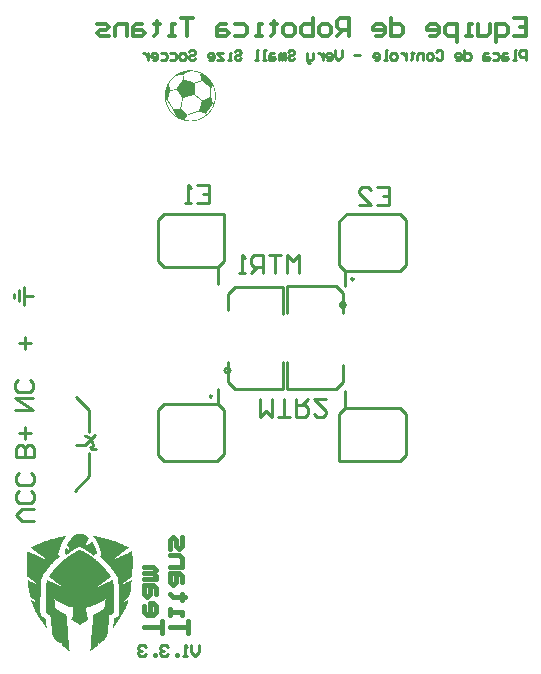
<source format=gbr>
G04*
G04 #@! TF.GenerationSoftware,Altium Limited,Altium Designer,25.4.2 (15)*
G04*
G04 Layer_Color=32896*
%FSLAX44Y44*%
%MOMM*%
G71*
G04*
G04 #@! TF.SameCoordinates,6A45B100-41C4-4237-90B8-33650A0F4B54*
G04*
G04*
G04 #@! TF.FilePolarity,Positive*
G04*
G01*
G75*
%ADD11C,0.2540*%
%ADD47C,0.4000*%
%ADD48C,0.3540*%
G36*
X156140Y501240D02*
X156860D01*
Y501200D01*
X157340D01*
Y501160D01*
X157700D01*
Y501120D01*
X158020D01*
Y501080D01*
X158340D01*
Y501040D01*
X158580D01*
Y501000D01*
X158820D01*
Y500960D01*
X159060D01*
Y500920D01*
X159260D01*
Y500880D01*
X159500D01*
Y500840D01*
X159660D01*
Y500800D01*
X159860D01*
Y500760D01*
X160060D01*
Y500720D01*
X160220D01*
Y500680D01*
X160380D01*
Y500640D01*
X160540D01*
Y500600D01*
X160700D01*
Y500560D01*
X160860D01*
Y500520D01*
X160980D01*
Y500480D01*
X161140D01*
Y500440D01*
X161260D01*
Y500400D01*
X161420D01*
Y500360D01*
X161540D01*
Y500320D01*
X161660D01*
Y500280D01*
X161820D01*
Y500240D01*
X161900D01*
Y500200D01*
X162020D01*
Y500160D01*
X162140D01*
Y500120D01*
X162260D01*
Y500080D01*
X162380D01*
Y500040D01*
X162500D01*
Y500000D01*
X162620D01*
Y499960D01*
X162740D01*
Y499920D01*
X162820D01*
Y499880D01*
X162940D01*
Y499840D01*
X163020D01*
Y499800D01*
X163140D01*
Y499760D01*
X163260D01*
Y499720D01*
X163340D01*
Y499680D01*
X163460D01*
Y499640D01*
X163540D01*
Y499600D01*
X163620D01*
Y499560D01*
X163740D01*
Y499520D01*
X163820D01*
Y499480D01*
X163900D01*
Y499440D01*
X163980D01*
Y499400D01*
X164100D01*
Y499360D01*
X164180D01*
Y499320D01*
X164260D01*
Y499280D01*
X164340D01*
Y499240D01*
X164420D01*
Y499200D01*
X164540D01*
Y499160D01*
X164620D01*
Y499120D01*
X164700D01*
Y499080D01*
X164780D01*
Y499040D01*
X164860D01*
Y499000D01*
X164940D01*
Y498960D01*
X165020D01*
Y498920D01*
X165100D01*
Y498880D01*
X165180D01*
Y498840D01*
X165260D01*
Y498800D01*
X165300D01*
Y498760D01*
X165380D01*
Y498720D01*
X165460D01*
Y498680D01*
X165540D01*
Y498640D01*
X165620D01*
Y498600D01*
X165700D01*
Y498560D01*
X165740D01*
Y498520D01*
X165820D01*
Y498480D01*
X165900D01*
Y498440D01*
X165980D01*
Y498400D01*
X166020D01*
Y498360D01*
X166100D01*
Y498320D01*
X166180D01*
Y498280D01*
X166260D01*
Y498240D01*
X166300D01*
Y498200D01*
X166380D01*
Y498160D01*
X166460D01*
Y498120D01*
X166500D01*
Y498080D01*
X166580D01*
Y498040D01*
X166620D01*
Y498000D01*
X166700D01*
Y497960D01*
X166780D01*
Y497920D01*
X166820D01*
Y497880D01*
X166900D01*
Y497840D01*
X166940D01*
Y497800D01*
X167020D01*
Y497760D01*
X167060D01*
Y497720D01*
X167140D01*
Y497680D01*
X167180D01*
Y497640D01*
X167260D01*
Y497600D01*
X167300D01*
Y497560D01*
X167380D01*
Y497520D01*
X167420D01*
Y497480D01*
X167500D01*
Y497440D01*
X167540D01*
Y497400D01*
X167620D01*
Y497360D01*
X167660D01*
Y497320D01*
X167700D01*
Y497280D01*
X167780D01*
Y497240D01*
X167820D01*
Y497200D01*
X167900D01*
Y497160D01*
X167940D01*
Y497120D01*
X167980D01*
Y497080D01*
X168060D01*
Y497040D01*
X168100D01*
Y497000D01*
X168140D01*
Y496960D01*
X168220D01*
Y496920D01*
X168260D01*
Y496880D01*
X168300D01*
Y496840D01*
X168380D01*
Y496800D01*
X168420D01*
Y496760D01*
X168460D01*
Y496720D01*
X168500D01*
Y496680D01*
X168580D01*
Y496640D01*
X168620D01*
Y496600D01*
X168660D01*
Y496560D01*
X168740D01*
Y496520D01*
X168780D01*
Y496480D01*
X168820D01*
Y496440D01*
X168860D01*
Y496400D01*
X168940D01*
Y496360D01*
X168980D01*
Y496320D01*
X169020D01*
Y496280D01*
X169060D01*
Y496240D01*
X169100D01*
Y496200D01*
X169180D01*
Y496160D01*
X169220D01*
Y496120D01*
X169260D01*
Y496080D01*
X169300D01*
Y496040D01*
X169340D01*
Y496000D01*
X169380D01*
Y495960D01*
X169460D01*
Y495920D01*
X169500D01*
Y495880D01*
X169540D01*
Y495840D01*
X169580D01*
Y495800D01*
X169620D01*
Y495760D01*
X169660D01*
Y495720D01*
X169700D01*
Y495680D01*
X169740D01*
Y495640D01*
X169780D01*
Y495600D01*
X169860D01*
Y495560D01*
X169900D01*
Y495520D01*
X169940D01*
Y495480D01*
X169980D01*
Y495440D01*
X170020D01*
Y495400D01*
X170060D01*
Y495360D01*
X170100D01*
Y495320D01*
X170140D01*
Y495280D01*
X170180D01*
Y495240D01*
X170220D01*
Y495200D01*
X170260D01*
Y495160D01*
X170300D01*
Y495120D01*
X170340D01*
Y495080D01*
X170380D01*
Y495040D01*
X170420D01*
Y495000D01*
X170460D01*
Y494960D01*
X170500D01*
Y494920D01*
X170540D01*
Y494880D01*
X170580D01*
Y494840D01*
X170620D01*
Y494800D01*
X170660D01*
Y494760D01*
X170700D01*
Y494720D01*
X170740D01*
Y494680D01*
X170780D01*
Y494640D01*
X170820D01*
Y494600D01*
X170860D01*
Y494560D01*
X170900D01*
Y494520D01*
X170940D01*
Y494480D01*
X170980D01*
Y494440D01*
X171020D01*
Y494400D01*
X171060D01*
Y494360D01*
X171100D01*
Y494320D01*
X171140D01*
Y494240D01*
X171180D01*
Y494200D01*
X171220D01*
Y494160D01*
X171260D01*
Y494120D01*
X171300D01*
Y494080D01*
X171340D01*
Y494040D01*
X171380D01*
Y494000D01*
X171420D01*
Y493960D01*
X171460D01*
Y493880D01*
X171500D01*
Y493840D01*
X171540D01*
Y493800D01*
X171580D01*
Y493760D01*
X171620D01*
Y493720D01*
X171660D01*
Y493680D01*
X171700D01*
Y493640D01*
X171740D01*
Y493560D01*
X171780D01*
Y493520D01*
X171820D01*
Y493480D01*
X171860D01*
Y493440D01*
X171900D01*
Y493400D01*
X171940D01*
Y493320D01*
X171980D01*
Y493280D01*
X172020D01*
Y493240D01*
X172060D01*
Y493200D01*
X172100D01*
Y493120D01*
X172140D01*
Y493080D01*
X172180D01*
Y493040D01*
X172220D01*
Y492960D01*
X172260D01*
Y492920D01*
X172300D01*
Y492880D01*
X172340D01*
Y492840D01*
X172380D01*
Y492760D01*
X172420D01*
Y492720D01*
X172460D01*
Y492680D01*
X172500D01*
Y492600D01*
X172540D01*
Y492560D01*
X172580D01*
Y492520D01*
X172620D01*
Y492440D01*
X172660D01*
Y492400D01*
X172700D01*
Y492360D01*
X172740D01*
Y492280D01*
X172780D01*
Y492240D01*
X172820D01*
Y492160D01*
X172860D01*
Y492120D01*
X172900D01*
Y492040D01*
X172940D01*
Y492000D01*
X172980D01*
Y491960D01*
X173020D01*
Y491880D01*
X173060D01*
Y491840D01*
X173100D01*
Y491760D01*
X173140D01*
Y491720D01*
X173180D01*
Y491640D01*
X173220D01*
Y491600D01*
X173260D01*
Y491520D01*
X173300D01*
Y491480D01*
X173340D01*
Y491400D01*
X173380D01*
Y491360D01*
X173420D01*
Y491280D01*
X173460D01*
Y491200D01*
X173500D01*
Y491160D01*
X173540D01*
Y491080D01*
X173580D01*
Y491040D01*
X173620D01*
Y490960D01*
X173660D01*
Y490880D01*
X173700D01*
Y490840D01*
X173740D01*
Y490760D01*
X173780D01*
Y490680D01*
X173820D01*
Y490640D01*
X173860D01*
Y490560D01*
X173900D01*
Y490480D01*
X173940D01*
Y490440D01*
X173980D01*
Y490360D01*
X174020D01*
Y490280D01*
X174060D01*
Y490200D01*
X174100D01*
Y490120D01*
X174140D01*
Y490080D01*
X174180D01*
Y490000D01*
X174220D01*
Y489920D01*
X174260D01*
Y489840D01*
X174300D01*
Y489760D01*
X174340D01*
Y489720D01*
X174380D01*
Y489600D01*
X174420D01*
Y489520D01*
X174460D01*
Y489480D01*
X174500D01*
Y489400D01*
X174540D01*
Y489320D01*
X174580D01*
Y489240D01*
X174620D01*
Y489160D01*
X174660D01*
Y489040D01*
X174700D01*
Y489000D01*
X174740D01*
Y488880D01*
X174780D01*
Y488800D01*
X174820D01*
Y488720D01*
X174860D01*
Y488640D01*
X174900D01*
Y488560D01*
X174940D01*
Y488480D01*
X174980D01*
Y488360D01*
X175020D01*
Y488280D01*
X175060D01*
Y488200D01*
X175100D01*
Y488080D01*
X175140D01*
Y488000D01*
X175180D01*
Y487880D01*
X175220D01*
Y487800D01*
X175260D01*
Y487720D01*
X175300D01*
Y487600D01*
X175340D01*
Y487480D01*
X175380D01*
Y487400D01*
X175420D01*
Y487280D01*
X175460D01*
Y487200D01*
X175500D01*
Y487080D01*
X175540D01*
Y486960D01*
X175580D01*
Y486840D01*
X175620D01*
Y486720D01*
X175660D01*
Y486640D01*
X175700D01*
Y486480D01*
X175740D01*
Y486400D01*
X175780D01*
Y486240D01*
X175820D01*
Y486120D01*
X175860D01*
Y486000D01*
X175900D01*
Y485880D01*
X175940D01*
Y485720D01*
X175980D01*
Y485600D01*
X176020D01*
Y485440D01*
X176060D01*
Y485320D01*
X176100D01*
Y485160D01*
X176140D01*
Y485000D01*
X176180D01*
Y484840D01*
X176220D01*
Y484680D01*
X176260D01*
Y484480D01*
X176300D01*
Y484320D01*
X176340D01*
Y484160D01*
X176380D01*
Y483960D01*
X176420D01*
Y483720D01*
X176460D01*
Y483520D01*
X176500D01*
Y483280D01*
X176540D01*
Y483040D01*
X176580D01*
Y482800D01*
X176620D01*
Y482480D01*
X176660D01*
Y482160D01*
X176700D01*
Y481800D01*
X176740D01*
Y481320D01*
X176780D01*
Y480640D01*
X176820D01*
Y478720D01*
X176780D01*
Y478000D01*
X176740D01*
Y477520D01*
X176700D01*
Y477120D01*
X176660D01*
Y476840D01*
X176620D01*
Y476560D01*
X176580D01*
Y476280D01*
X176540D01*
Y476040D01*
X176500D01*
Y475800D01*
X176460D01*
Y475560D01*
X176420D01*
Y475360D01*
X176380D01*
Y475160D01*
X176340D01*
Y475000D01*
X176300D01*
Y474800D01*
X176260D01*
Y474640D01*
X176220D01*
Y474480D01*
X176180D01*
Y474320D01*
X176140D01*
Y474160D01*
X176100D01*
Y474000D01*
X176060D01*
Y473880D01*
X176020D01*
Y473720D01*
X175980D01*
Y473600D01*
X175940D01*
Y473440D01*
X175900D01*
Y473320D01*
X175860D01*
Y473200D01*
X175820D01*
Y473040D01*
X175780D01*
Y472960D01*
X175740D01*
Y472800D01*
X175700D01*
Y472680D01*
X175660D01*
Y472560D01*
X175620D01*
Y472440D01*
X175580D01*
Y472360D01*
X175540D01*
Y472240D01*
X175500D01*
Y472120D01*
X175460D01*
Y472000D01*
X175420D01*
Y471920D01*
X175380D01*
Y471800D01*
X175340D01*
Y471720D01*
X175300D01*
Y471600D01*
X175260D01*
Y471520D01*
X175220D01*
Y471400D01*
X175180D01*
Y471320D01*
X175140D01*
Y471240D01*
X175100D01*
Y471120D01*
X175060D01*
Y471040D01*
X175020D01*
Y470960D01*
X174980D01*
Y470840D01*
X174940D01*
Y470760D01*
X174900D01*
Y470680D01*
X174860D01*
Y470600D01*
X174820D01*
Y470480D01*
X174780D01*
Y470400D01*
X174740D01*
Y470320D01*
X174700D01*
Y470240D01*
X174660D01*
Y470160D01*
X174620D01*
Y470080D01*
X174580D01*
Y470000D01*
X174540D01*
Y469920D01*
X174500D01*
Y469840D01*
X174460D01*
Y469760D01*
X174420D01*
Y469680D01*
X174380D01*
Y469600D01*
X174340D01*
Y469560D01*
X174300D01*
Y469480D01*
X174260D01*
Y469400D01*
X174220D01*
Y469320D01*
X174180D01*
Y469240D01*
X174140D01*
Y469160D01*
X174100D01*
Y469080D01*
X174060D01*
Y469040D01*
X174020D01*
Y468960D01*
X173980D01*
Y468880D01*
X173940D01*
Y468800D01*
X173900D01*
Y468760D01*
X173860D01*
Y468680D01*
X173820D01*
Y468600D01*
X173780D01*
Y468560D01*
X173740D01*
Y468480D01*
X173700D01*
Y468400D01*
X173660D01*
Y468360D01*
X173620D01*
Y468280D01*
X173580D01*
Y468200D01*
X173540D01*
Y468160D01*
X173500D01*
Y468080D01*
X173460D01*
Y468040D01*
X173420D01*
Y467960D01*
X173380D01*
Y467920D01*
X173340D01*
Y467840D01*
X173300D01*
Y467800D01*
X173260D01*
Y467720D01*
X173220D01*
Y467680D01*
X173180D01*
Y467600D01*
X173140D01*
Y467520D01*
X173100D01*
Y467480D01*
X173060D01*
Y467440D01*
X173020D01*
Y467360D01*
X172980D01*
Y467320D01*
X172940D01*
Y467240D01*
X172900D01*
Y467200D01*
X172860D01*
Y467160D01*
X172820D01*
Y467080D01*
X172780D01*
Y467040D01*
X172740D01*
Y466960D01*
X172700D01*
Y466920D01*
X172660D01*
Y466880D01*
X172620D01*
Y466800D01*
X172580D01*
Y466760D01*
X172540D01*
Y466680D01*
X172500D01*
Y466640D01*
X172460D01*
Y466600D01*
X172420D01*
Y466520D01*
X172380D01*
Y466480D01*
X172340D01*
Y466440D01*
X172300D01*
Y466400D01*
X172260D01*
Y466320D01*
X172220D01*
Y466280D01*
X172180D01*
Y466240D01*
X172140D01*
Y466200D01*
X172100D01*
Y466120D01*
X172060D01*
Y466080D01*
X172020D01*
Y466040D01*
X171980D01*
Y466000D01*
X171940D01*
Y465920D01*
X171900D01*
Y465880D01*
X171860D01*
Y465840D01*
X171820D01*
Y465800D01*
X171780D01*
Y465760D01*
X171740D01*
Y465680D01*
X171700D01*
Y465640D01*
X171660D01*
Y465600D01*
X171620D01*
Y465560D01*
X171580D01*
Y465520D01*
X171540D01*
Y465440D01*
X171500D01*
Y465400D01*
X171460D01*
Y465360D01*
X171420D01*
Y465320D01*
X171380D01*
Y465280D01*
X171340D01*
Y465240D01*
X171300D01*
Y465200D01*
X171260D01*
Y465160D01*
X171220D01*
Y465080D01*
X171180D01*
Y465040D01*
X171140D01*
Y465000D01*
X171100D01*
Y464960D01*
X171060D01*
Y464920D01*
X171020D01*
Y464880D01*
X170980D01*
Y464840D01*
X170940D01*
Y464800D01*
X170900D01*
Y464760D01*
X170860D01*
Y464720D01*
X170820D01*
Y464680D01*
X170780D01*
Y464640D01*
X170740D01*
Y464600D01*
X170700D01*
Y464560D01*
X170660D01*
Y464520D01*
X170620D01*
Y464480D01*
X170580D01*
Y464440D01*
X170540D01*
Y464400D01*
X170500D01*
Y464360D01*
X170460D01*
Y464320D01*
X170420D01*
Y464280D01*
X170380D01*
Y464240D01*
X170340D01*
Y464200D01*
X170300D01*
Y464160D01*
X170260D01*
Y464120D01*
X170220D01*
Y464080D01*
X170180D01*
Y464040D01*
X170140D01*
Y464000D01*
X170100D01*
Y463960D01*
X170060D01*
Y463920D01*
X170020D01*
Y463880D01*
X169980D01*
Y463840D01*
X169940D01*
Y463800D01*
X169900D01*
Y463760D01*
X169860D01*
Y463720D01*
X169820D01*
Y463680D01*
X169780D01*
Y463640D01*
X169700D01*
Y463600D01*
X169660D01*
Y463560D01*
X169620D01*
Y463520D01*
X169580D01*
Y463480D01*
X169540D01*
Y463440D01*
X169500D01*
Y463400D01*
X169460D01*
Y463360D01*
X169420D01*
Y463320D01*
X169340D01*
Y463280D01*
X169300D01*
Y463240D01*
X169260D01*
Y463200D01*
X169220D01*
Y463160D01*
X169180D01*
Y463120D01*
X169140D01*
Y463080D01*
X169060D01*
Y463040D01*
X169020D01*
Y463000D01*
X168980D01*
Y462960D01*
X168940D01*
Y462920D01*
X168860D01*
Y462880D01*
X168820D01*
Y462840D01*
X168780D01*
Y462800D01*
X168740D01*
Y462760D01*
X168660D01*
Y462720D01*
X168620D01*
Y462680D01*
X168580D01*
Y462640D01*
X168540D01*
Y462600D01*
X168460D01*
Y462560D01*
X168420D01*
Y462520D01*
X168380D01*
Y462480D01*
X168340D01*
Y462440D01*
X168260D01*
Y462400D01*
X168220D01*
Y462360D01*
X168180D01*
Y462320D01*
X168100D01*
Y462280D01*
X168060D01*
Y462240D01*
X167980D01*
Y462200D01*
X167940D01*
Y462160D01*
X167900D01*
Y462120D01*
X167820D01*
Y462080D01*
X167780D01*
Y462040D01*
X167740D01*
Y462000D01*
X167660D01*
Y461960D01*
X167620D01*
Y461920D01*
X167540D01*
Y461880D01*
X167500D01*
Y461840D01*
X167420D01*
Y461800D01*
X167380D01*
Y461760D01*
X167340D01*
Y461720D01*
X167260D01*
Y461680D01*
X167220D01*
Y461640D01*
X167140D01*
Y461600D01*
X167100D01*
Y461560D01*
X167020D01*
Y461520D01*
X166980D01*
Y461480D01*
X166900D01*
Y461440D01*
X166820D01*
Y461400D01*
X166780D01*
Y461360D01*
X166700D01*
Y461320D01*
X166620D01*
Y461280D01*
X166580D01*
Y461240D01*
X166500D01*
Y461200D01*
X166460D01*
Y461160D01*
X166380D01*
Y461120D01*
X166300D01*
Y461080D01*
X166260D01*
Y461040D01*
X166180D01*
Y461000D01*
X166100D01*
Y460960D01*
X166060D01*
Y460920D01*
X165980D01*
Y460880D01*
X165900D01*
Y460840D01*
X165820D01*
Y460800D01*
X165780D01*
Y460760D01*
X165700D01*
Y460720D01*
X165620D01*
Y460680D01*
X165540D01*
Y460640D01*
X165460D01*
Y460600D01*
X165420D01*
Y460560D01*
X165340D01*
Y460520D01*
X165260D01*
Y460480D01*
X165180D01*
Y460440D01*
X165100D01*
Y460400D01*
X165020D01*
Y460360D01*
X164940D01*
Y460320D01*
X164860D01*
Y460280D01*
X164780D01*
Y460240D01*
X164700D01*
Y460200D01*
X164620D01*
Y460160D01*
X164540D01*
Y460120D01*
X164420D01*
Y460080D01*
X164340D01*
Y460040D01*
X164260D01*
Y460000D01*
X164180D01*
Y459960D01*
X164100D01*
Y459920D01*
X164020D01*
Y459880D01*
X163900D01*
Y459840D01*
X163820D01*
Y459800D01*
X163740D01*
Y459760D01*
X163620D01*
Y459720D01*
X163540D01*
Y459680D01*
X163460D01*
Y459640D01*
X163340D01*
Y459600D01*
X163260D01*
Y459560D01*
X163140D01*
Y459520D01*
X163060D01*
Y459480D01*
X162940D01*
Y459440D01*
X162860D01*
Y459400D01*
X162740D01*
Y459360D01*
X162620D01*
Y459320D01*
X162500D01*
Y459280D01*
X162420D01*
Y459240D01*
X162300D01*
Y459200D01*
X162180D01*
Y459160D01*
X162060D01*
Y459120D01*
X161900D01*
Y459080D01*
X161820D01*
Y459040D01*
X161660D01*
Y459000D01*
X161540D01*
Y458960D01*
X161420D01*
Y458920D01*
X161260D01*
Y458880D01*
X161140D01*
Y458840D01*
X160980D01*
Y458800D01*
X160860D01*
Y458760D01*
X160700D01*
Y458720D01*
X160540D01*
Y458680D01*
X160380D01*
Y458640D01*
X160220D01*
Y458600D01*
X160060D01*
Y458560D01*
X159860D01*
Y458520D01*
X159700D01*
Y458480D01*
X159500D01*
Y458440D01*
X159300D01*
Y458400D01*
X159060D01*
Y458360D01*
X158860D01*
Y458320D01*
X158580D01*
Y458280D01*
X158300D01*
Y458240D01*
X158060D01*
Y458200D01*
X157700D01*
Y458160D01*
X157340D01*
Y458120D01*
X156860D01*
Y458080D01*
X156140D01*
Y458040D01*
X154220D01*
Y458080D01*
X153500D01*
Y458120D01*
X153060D01*
Y458160D01*
X152700D01*
Y458200D01*
X152380D01*
Y458240D01*
X152060D01*
Y458280D01*
X151820D01*
Y458320D01*
X151580D01*
Y458360D01*
X151340D01*
Y458400D01*
X151140D01*
Y458440D01*
X150900D01*
Y458480D01*
X150700D01*
Y458520D01*
X150540D01*
Y458560D01*
X150380D01*
Y458600D01*
X150180D01*
Y458640D01*
X150020D01*
Y458680D01*
X149860D01*
Y458720D01*
X149700D01*
Y458760D01*
X149540D01*
Y458800D01*
X149420D01*
Y458840D01*
X149260D01*
Y458880D01*
X149140D01*
Y458920D01*
X148980D01*
Y458960D01*
X148860D01*
Y459000D01*
X148740D01*
Y459040D01*
X148620D01*
Y459080D01*
X148460D01*
Y459120D01*
X148380D01*
Y459160D01*
X148220D01*
Y459200D01*
X148140D01*
Y459240D01*
X148020D01*
Y459280D01*
X147900D01*
Y459320D01*
X147780D01*
Y459360D01*
X147660D01*
Y459400D01*
X147580D01*
Y459440D01*
X147460D01*
Y459480D01*
X147380D01*
Y459520D01*
X147260D01*
Y459560D01*
X147180D01*
Y459600D01*
X147060D01*
Y459640D01*
X146980D01*
Y459680D01*
X146860D01*
Y459720D01*
X146780D01*
Y459760D01*
X146660D01*
Y459800D01*
X146580D01*
Y459840D01*
X146500D01*
Y459880D01*
X146380D01*
Y459920D01*
X146300D01*
Y459960D01*
X146220D01*
Y460000D01*
X146140D01*
Y460040D01*
X146060D01*
Y460080D01*
X145980D01*
Y460120D01*
X145860D01*
Y460160D01*
X145820D01*
Y460200D01*
X145700D01*
Y460240D01*
X145620D01*
Y460280D01*
X145540D01*
Y460320D01*
X145460D01*
Y460360D01*
X145420D01*
Y460400D01*
X145340D01*
Y460440D01*
X145220D01*
Y460480D01*
X145140D01*
Y460520D01*
X145100D01*
Y460560D01*
X145020D01*
Y460600D01*
X144940D01*
Y460640D01*
X144860D01*
Y460680D01*
X144780D01*
Y460720D01*
X144700D01*
Y460760D01*
X144620D01*
Y460800D01*
X144580D01*
Y460840D01*
X144500D01*
Y460880D01*
X144420D01*
Y460920D01*
X144380D01*
Y460960D01*
X144300D01*
Y461000D01*
X144220D01*
Y461040D01*
X144180D01*
Y461080D01*
X144100D01*
Y461120D01*
X144020D01*
Y461160D01*
X143980D01*
Y461200D01*
X143900D01*
Y461240D01*
X143820D01*
Y461280D01*
X143780D01*
Y461320D01*
X143700D01*
Y461360D01*
X143660D01*
Y461400D01*
X143580D01*
Y461440D01*
X143500D01*
Y461480D01*
X143460D01*
Y461520D01*
X143380D01*
Y461560D01*
X143340D01*
Y461600D01*
X143260D01*
Y461640D01*
X143220D01*
Y461680D01*
X143140D01*
Y461720D01*
X143100D01*
Y461760D01*
X143020D01*
Y461800D01*
X142980D01*
Y461840D01*
X142900D01*
Y461880D01*
X142860D01*
Y461920D01*
X142780D01*
Y461960D01*
X142740D01*
Y462000D01*
X142700D01*
Y462040D01*
X142620D01*
Y462080D01*
X142580D01*
Y462120D01*
X142500D01*
Y462160D01*
X142460D01*
Y462200D01*
X142420D01*
Y462240D01*
X142340D01*
Y462280D01*
X142300D01*
Y462320D01*
X142260D01*
Y462360D01*
X142180D01*
Y462400D01*
X142140D01*
Y462440D01*
X142100D01*
Y462480D01*
X142020D01*
Y462520D01*
X141980D01*
Y462560D01*
X141940D01*
Y462600D01*
X141860D01*
Y462640D01*
X141820D01*
Y462680D01*
X141780D01*
Y462720D01*
X141740D01*
Y462760D01*
X141660D01*
Y462800D01*
X141620D01*
Y462840D01*
X141580D01*
Y462880D01*
X141540D01*
Y462920D01*
X141500D01*
Y462960D01*
X141420D01*
Y463000D01*
X141380D01*
Y463040D01*
X141340D01*
Y463080D01*
X141300D01*
Y463120D01*
X141220D01*
Y463160D01*
X141180D01*
Y463200D01*
X141140D01*
Y463240D01*
X141100D01*
Y463280D01*
X141060D01*
Y463320D01*
X141020D01*
Y463360D01*
X140980D01*
Y463400D01*
X140900D01*
Y463440D01*
X140860D01*
Y463480D01*
X140820D01*
Y463520D01*
X140780D01*
Y463560D01*
X140740D01*
Y463600D01*
X140700D01*
Y463640D01*
X140660D01*
Y463680D01*
X140620D01*
Y463720D01*
X140540D01*
Y463760D01*
X140500D01*
Y463800D01*
X140460D01*
Y463840D01*
X140420D01*
Y463880D01*
X140380D01*
Y463920D01*
X140340D01*
Y463960D01*
X140300D01*
Y464000D01*
X140260D01*
Y464040D01*
X140220D01*
Y464080D01*
X140180D01*
Y464120D01*
X140140D01*
Y464160D01*
X140100D01*
Y464200D01*
X140060D01*
Y464240D01*
X140020D01*
Y464280D01*
X139980D01*
Y464320D01*
X139940D01*
Y464360D01*
X139900D01*
Y464400D01*
X139860D01*
Y464440D01*
X139820D01*
Y464480D01*
X139780D01*
Y464520D01*
X139740D01*
Y464560D01*
X139700D01*
Y464600D01*
X139660D01*
Y464640D01*
X139620D01*
Y464680D01*
X139580D01*
Y464720D01*
X139540D01*
Y464760D01*
X139500D01*
Y464800D01*
X139460D01*
Y464840D01*
X139420D01*
Y464880D01*
X139380D01*
Y464920D01*
X139340D01*
Y464960D01*
X139300D01*
Y465000D01*
X139260D01*
Y465080D01*
X139220D01*
Y465120D01*
X139180D01*
Y465160D01*
X139140D01*
Y465200D01*
X139100D01*
Y465240D01*
X139060D01*
Y465280D01*
X139020D01*
Y465320D01*
X138980D01*
Y465360D01*
X138940D01*
Y465440D01*
X138900D01*
Y465480D01*
X138860D01*
Y465520D01*
X138820D01*
Y465560D01*
X138780D01*
Y465600D01*
X138740D01*
Y465640D01*
X138700D01*
Y465680D01*
X138660D01*
Y465760D01*
X138620D01*
Y465800D01*
X138580D01*
Y465840D01*
X138540D01*
Y465880D01*
X138500D01*
Y465920D01*
X138460D01*
Y466000D01*
X138420D01*
Y466040D01*
X138380D01*
Y466080D01*
X138340D01*
Y466120D01*
X138300D01*
Y466200D01*
X138260D01*
Y466240D01*
X138220D01*
Y466280D01*
X138180D01*
Y466360D01*
X138140D01*
Y466400D01*
X138100D01*
Y466440D01*
X138060D01*
Y466480D01*
X138020D01*
Y466560D01*
X137980D01*
Y466600D01*
X137940D01*
Y466640D01*
X137900D01*
Y466720D01*
X137860D01*
Y466760D01*
X137820D01*
Y466800D01*
X137780D01*
Y466880D01*
X137740D01*
Y466920D01*
X137700D01*
Y466960D01*
X137660D01*
Y467040D01*
X137620D01*
Y467080D01*
X137580D01*
Y467160D01*
X137540D01*
Y467200D01*
X137500D01*
Y467240D01*
X137460D01*
Y467320D01*
X137420D01*
Y467360D01*
X137380D01*
Y467440D01*
X137340D01*
Y467480D01*
X137300D01*
Y467560D01*
X137260D01*
Y467600D01*
X137220D01*
Y467680D01*
X137180D01*
Y467720D01*
X137140D01*
Y467800D01*
X137100D01*
Y467840D01*
X137060D01*
Y467920D01*
X137020D01*
Y467960D01*
X136980D01*
Y468040D01*
X136940D01*
Y468080D01*
X136900D01*
Y468160D01*
X136860D01*
Y468240D01*
X136820D01*
Y468280D01*
X136780D01*
Y468360D01*
X136740D01*
Y468400D01*
X136700D01*
Y468480D01*
X136660D01*
Y468560D01*
X136620D01*
Y468640D01*
X136580D01*
Y468680D01*
X136540D01*
Y468760D01*
X136500D01*
Y468840D01*
X136460D01*
Y468880D01*
X136420D01*
Y468960D01*
X136380D01*
Y469040D01*
X136340D01*
Y469120D01*
X136300D01*
Y469160D01*
X136260D01*
Y469240D01*
X136220D01*
Y469320D01*
X136180D01*
Y469400D01*
X136140D01*
Y469480D01*
X136100D01*
Y469560D01*
X136060D01*
Y469600D01*
X136020D01*
Y469680D01*
X135980D01*
Y469760D01*
X135940D01*
Y469840D01*
X135900D01*
Y469920D01*
X135860D01*
Y470000D01*
X135820D01*
Y470080D01*
X135780D01*
Y470160D01*
X135740D01*
Y470240D01*
X135700D01*
Y470320D01*
X135660D01*
Y470440D01*
X135620D01*
Y470520D01*
X135580D01*
Y470600D01*
X135540D01*
Y470680D01*
X135500D01*
Y470760D01*
X135460D01*
Y470840D01*
X135420D01*
Y470960D01*
X135380D01*
Y471040D01*
X135340D01*
Y471120D01*
X135300D01*
Y471240D01*
X135260D01*
Y471320D01*
X135220D01*
Y471400D01*
X135180D01*
Y471520D01*
X135140D01*
Y471640D01*
X135100D01*
Y471720D01*
X135060D01*
Y471840D01*
X135020D01*
Y471920D01*
X134980D01*
Y472040D01*
X134940D01*
Y472120D01*
X134900D01*
Y472240D01*
X134860D01*
Y472360D01*
X134820D01*
Y472480D01*
X134780D01*
Y472600D01*
X134740D01*
Y472720D01*
X134700D01*
Y472840D01*
X134660D01*
Y472960D01*
X134620D01*
Y473040D01*
X134580D01*
Y473200D01*
X134540D01*
Y473320D01*
X134500D01*
Y473440D01*
X134460D01*
Y473600D01*
X134420D01*
Y473720D01*
X134380D01*
Y473880D01*
X134340D01*
Y474000D01*
X134300D01*
Y474160D01*
X134260D01*
Y474320D01*
X134220D01*
Y474480D01*
X134180D01*
Y474640D01*
X134140D01*
Y474800D01*
X134100D01*
Y475000D01*
X134060D01*
Y475200D01*
X134020D01*
Y475360D01*
X133980D01*
Y475600D01*
X133940D01*
Y475800D01*
X133900D01*
Y476040D01*
X133860D01*
Y476280D01*
X133820D01*
Y476520D01*
X133780D01*
Y476840D01*
X133740D01*
Y477160D01*
X133700D01*
Y477520D01*
X133660D01*
Y477960D01*
X133620D01*
Y478680D01*
X133580D01*
Y480640D01*
X133620D01*
Y481320D01*
X133660D01*
Y481800D01*
X133700D01*
Y482160D01*
X133740D01*
Y482480D01*
X133780D01*
Y482760D01*
X133820D01*
Y483040D01*
X133860D01*
Y483280D01*
X133900D01*
Y483520D01*
X133940D01*
Y483760D01*
X133980D01*
Y483960D01*
X134020D01*
Y484120D01*
X134060D01*
Y484320D01*
X134100D01*
Y484520D01*
X134140D01*
Y484680D01*
X134180D01*
Y484840D01*
X134220D01*
Y485000D01*
X134260D01*
Y485160D01*
X134300D01*
Y485320D01*
X134340D01*
Y485440D01*
X134380D01*
Y485600D01*
X134420D01*
Y485720D01*
X134460D01*
Y485840D01*
X134500D01*
Y486000D01*
X134540D01*
Y486120D01*
X134580D01*
Y486240D01*
X134620D01*
Y486360D01*
X134660D01*
Y486480D01*
X134700D01*
Y486600D01*
X134740D01*
Y486720D01*
X134780D01*
Y486840D01*
X134820D01*
Y486960D01*
X134860D01*
Y487080D01*
X134900D01*
Y487160D01*
X134940D01*
Y487280D01*
X134980D01*
Y487400D01*
X135020D01*
Y487480D01*
X135060D01*
Y487600D01*
X135100D01*
Y487680D01*
X135140D01*
Y487800D01*
X135180D01*
Y487880D01*
X135220D01*
Y488000D01*
X135260D01*
Y488080D01*
X135300D01*
Y488160D01*
X135340D01*
Y488280D01*
X135380D01*
Y488360D01*
X135420D01*
Y488440D01*
X135460D01*
Y488520D01*
X135500D01*
Y488640D01*
X135540D01*
Y488720D01*
X135580D01*
Y488800D01*
X135620D01*
Y488880D01*
X135660D01*
Y488960D01*
X135700D01*
Y489040D01*
X135740D01*
Y489160D01*
X135780D01*
Y489240D01*
X135820D01*
Y489280D01*
X135860D01*
Y489400D01*
X135900D01*
Y489480D01*
X135940D01*
Y489560D01*
X135980D01*
Y489600D01*
X136020D01*
Y489680D01*
X136060D01*
Y489760D01*
X136100D01*
Y489840D01*
X136140D01*
Y489920D01*
X136180D01*
Y490000D01*
X136220D01*
Y490040D01*
X136260D01*
Y490120D01*
X136300D01*
Y490200D01*
X136340D01*
Y490280D01*
X136380D01*
Y490360D01*
X136420D01*
Y490400D01*
X136460D01*
Y490480D01*
X136500D01*
Y490560D01*
X136540D01*
Y490640D01*
X136580D01*
Y490680D01*
X136620D01*
Y490760D01*
X136660D01*
Y490840D01*
X136700D01*
Y490880D01*
X136740D01*
Y490960D01*
X136780D01*
Y491040D01*
X136820D01*
Y491080D01*
X136860D01*
Y491160D01*
X136900D01*
Y491200D01*
X136940D01*
Y491280D01*
X136980D01*
Y491320D01*
X137020D01*
Y491400D01*
X137060D01*
Y491480D01*
X137100D01*
Y491520D01*
X137140D01*
Y491560D01*
X137180D01*
Y491640D01*
X137220D01*
Y491720D01*
X137260D01*
Y491760D01*
X137300D01*
Y491840D01*
X137340D01*
Y491880D01*
X137380D01*
Y491960D01*
X137420D01*
Y492000D01*
X137460D01*
Y492040D01*
X137500D01*
Y492120D01*
X137540D01*
Y492160D01*
X137580D01*
Y492240D01*
X137620D01*
Y492280D01*
X137660D01*
Y492320D01*
X137700D01*
Y492400D01*
X137740D01*
Y492440D01*
X137780D01*
Y492480D01*
X137820D01*
Y492560D01*
X137860D01*
Y492600D01*
X137900D01*
Y492680D01*
X137940D01*
Y492720D01*
X137980D01*
Y492760D01*
X138020D01*
Y492800D01*
X138060D01*
Y492880D01*
X138100D01*
Y492920D01*
X138140D01*
Y492960D01*
X138180D01*
Y493040D01*
X138220D01*
Y493080D01*
X138260D01*
Y493120D01*
X138300D01*
Y493160D01*
X138340D01*
Y493240D01*
X138380D01*
Y493280D01*
X138420D01*
Y493320D01*
X138460D01*
Y493360D01*
X138500D01*
Y493440D01*
X138540D01*
Y493480D01*
X138580D01*
Y493520D01*
X138620D01*
Y493560D01*
X138660D01*
Y493600D01*
X138700D01*
Y493680D01*
X138740D01*
Y493720D01*
X138780D01*
Y493760D01*
X138820D01*
Y493800D01*
X138860D01*
Y493840D01*
X138900D01*
Y493880D01*
X138940D01*
Y493920D01*
X138980D01*
Y494000D01*
X139020D01*
Y494040D01*
X139060D01*
Y494080D01*
X139100D01*
Y494120D01*
X139140D01*
Y494160D01*
X139180D01*
Y494200D01*
X139220D01*
Y494240D01*
X139260D01*
Y494280D01*
X139300D01*
Y494320D01*
X139340D01*
Y494400D01*
X139420D01*
Y494440D01*
X139460D01*
Y494520D01*
X139500D01*
Y494560D01*
X139540D01*
Y494600D01*
X139580D01*
Y494640D01*
X139620D01*
Y494680D01*
X139660D01*
Y494720D01*
X139700D01*
Y494760D01*
X139740D01*
Y494800D01*
X139780D01*
Y494840D01*
X139820D01*
Y494880D01*
X139860D01*
Y494920D01*
X139900D01*
Y494960D01*
X139940D01*
Y495000D01*
X139980D01*
Y495040D01*
X140020D01*
Y495080D01*
X140060D01*
Y495120D01*
X140100D01*
Y495160D01*
X140140D01*
Y495200D01*
X140180D01*
Y495240D01*
X140220D01*
Y495280D01*
X140260D01*
Y495320D01*
X140300D01*
Y495360D01*
X140340D01*
Y495400D01*
X140380D01*
Y495440D01*
X140420D01*
Y495480D01*
X140460D01*
Y495520D01*
X140540D01*
Y495560D01*
X140580D01*
Y495600D01*
X140620D01*
Y495640D01*
X140660D01*
Y495680D01*
X140700D01*
Y495720D01*
X140740D01*
Y495760D01*
X140780D01*
Y495800D01*
X140820D01*
Y495840D01*
X140860D01*
Y495880D01*
X140940D01*
Y495920D01*
X140980D01*
Y495960D01*
X141020D01*
Y496000D01*
X141060D01*
Y496040D01*
X141100D01*
Y496080D01*
X141140D01*
Y496120D01*
X141180D01*
Y496160D01*
X141260D01*
Y496200D01*
X141300D01*
Y496240D01*
X141340D01*
Y496280D01*
X141380D01*
Y496320D01*
X141420D01*
Y496360D01*
X141500D01*
Y496400D01*
X141540D01*
Y496440D01*
X141580D01*
Y496480D01*
X141620D01*
Y496520D01*
X141700D01*
Y496560D01*
X141740D01*
Y496600D01*
X141780D01*
Y496640D01*
X141820D01*
Y496680D01*
X141900D01*
Y496720D01*
X141940D01*
Y496760D01*
X141980D01*
Y496800D01*
X142060D01*
Y496840D01*
X142100D01*
Y496880D01*
X142140D01*
Y496920D01*
X142220D01*
Y496960D01*
X142260D01*
Y497000D01*
X142300D01*
Y497040D01*
X142380D01*
Y497080D01*
X142420D01*
Y497120D01*
X142460D01*
Y497160D01*
X142540D01*
Y497200D01*
X142580D01*
Y497240D01*
X142620D01*
Y497280D01*
X142700D01*
Y497320D01*
X142740D01*
Y497360D01*
X142820D01*
Y497400D01*
X142860D01*
Y497440D01*
X142940D01*
Y497480D01*
X142980D01*
Y497520D01*
X143020D01*
Y497560D01*
X143100D01*
Y497600D01*
X143140D01*
Y497640D01*
X143220D01*
Y497680D01*
X143260D01*
Y497720D01*
X143340D01*
Y497760D01*
X143380D01*
Y497800D01*
X143460D01*
Y497840D01*
X143540D01*
Y497880D01*
X143580D01*
Y497920D01*
X143660D01*
Y497960D01*
X143700D01*
Y498000D01*
X143780D01*
Y498040D01*
X143820D01*
Y498080D01*
X143900D01*
Y498120D01*
X143980D01*
Y498160D01*
X144020D01*
Y498200D01*
X144100D01*
Y498240D01*
X144180D01*
Y498280D01*
X144220D01*
Y498320D01*
X144300D01*
Y498360D01*
X144380D01*
Y498400D01*
X144460D01*
Y498440D01*
X144500D01*
Y498480D01*
X144580D01*
Y498520D01*
X144660D01*
Y498560D01*
X144740D01*
Y498600D01*
X144820D01*
Y498640D01*
X144860D01*
Y498680D01*
X144940D01*
Y498720D01*
X145020D01*
Y498760D01*
X145100D01*
Y498800D01*
X145180D01*
Y498840D01*
X145260D01*
Y498880D01*
X145300D01*
Y498920D01*
X145380D01*
Y498960D01*
X145500D01*
Y499000D01*
X145580D01*
Y499040D01*
X145660D01*
Y499080D01*
X145740D01*
Y499120D01*
X145820D01*
Y499160D01*
X145900D01*
Y499200D01*
X145980D01*
Y499240D01*
X146060D01*
Y499280D01*
X146140D01*
Y499320D01*
X146220D01*
Y499360D01*
X146300D01*
Y499400D01*
X146420D01*
Y499440D01*
X146500D01*
Y499480D01*
X146580D01*
Y499520D01*
X146700D01*
Y499560D01*
X146780D01*
Y499600D01*
X146860D01*
Y499640D01*
X146980D01*
Y499680D01*
X147060D01*
Y499720D01*
X147180D01*
Y499760D01*
X147260D01*
Y499800D01*
X147380D01*
Y499840D01*
X147460D01*
Y499880D01*
X147580D01*
Y499920D01*
X147660D01*
Y499960D01*
X147780D01*
Y500000D01*
X147900D01*
Y500040D01*
X148020D01*
Y500080D01*
X148140D01*
Y500120D01*
X148260D01*
Y500160D01*
X148380D01*
Y500200D01*
X148500D01*
Y500240D01*
X148620D01*
Y500280D01*
X148740D01*
Y500320D01*
X148860D01*
Y500360D01*
X149020D01*
Y500400D01*
X149140D01*
Y500440D01*
X149260D01*
Y500480D01*
X149420D01*
Y500520D01*
X149540D01*
Y500560D01*
X149700D01*
Y500600D01*
X149860D01*
Y500640D01*
X150020D01*
Y500680D01*
X150180D01*
Y500720D01*
X150380D01*
Y500760D01*
X150540D01*
Y500800D01*
X150740D01*
Y500840D01*
X150900D01*
Y500880D01*
X151140D01*
Y500920D01*
X151340D01*
Y500960D01*
X151580D01*
Y501000D01*
X151820D01*
Y501040D01*
X152100D01*
Y501080D01*
X152380D01*
Y501120D01*
X152700D01*
Y501160D01*
X153060D01*
Y501200D01*
X153540D01*
Y501240D01*
X154220D01*
Y501280D01*
X156140D01*
Y501240D01*
D02*
G37*
G36*
X65449Y108051D02*
X65802D01*
Y107697D01*
X66509D01*
Y107344D01*
X66863D01*
Y106990D01*
X67570D01*
Y106637D01*
X67924D01*
Y106283D01*
X68277D01*
Y105930D01*
X68631D01*
Y105576D01*
X68984D01*
Y105223D01*
X69338D01*
Y104516D01*
X68984D01*
Y103809D01*
X68631D01*
Y103455D01*
X68277D01*
Y102748D01*
X67924D01*
Y102041D01*
X67570D01*
Y101334D01*
X67217D01*
Y100627D01*
X66863D01*
Y98860D01*
X67217D01*
Y99213D01*
X67924D01*
Y99567D01*
X68631D01*
Y99920D01*
X68984D01*
Y100274D01*
X69691D01*
Y100627D01*
X70398D01*
Y100981D01*
X70752D01*
Y101334D01*
X71459D01*
Y101688D01*
X71812D01*
Y102041D01*
X72166D01*
Y101688D01*
X72519D01*
Y100981D01*
X72873D01*
Y100627D01*
X73226D01*
Y99920D01*
X73580D01*
Y99213D01*
X73933D01*
Y98506D01*
X74287D01*
Y97799D01*
X74640D01*
Y97092D01*
X74994D01*
Y96032D01*
X75347D01*
Y94971D01*
X75701D01*
Y93911D01*
X76054D01*
Y92143D01*
X75701D01*
Y91790D01*
X74994D01*
Y91436D01*
X74640D01*
Y91083D01*
X74287D01*
Y90729D01*
X73933D01*
Y90376D01*
X73226D01*
Y90729D01*
X72519D01*
Y91083D01*
X72166D01*
Y91436D01*
X71459D01*
Y91790D01*
X71105D01*
Y92143D01*
X70752D01*
Y92497D01*
X70045D01*
Y92850D01*
X69691D01*
Y93204D01*
X69338D01*
Y93557D01*
X68631D01*
Y93911D01*
X68277D01*
Y94264D01*
X67570D01*
Y94618D01*
X67217D01*
Y94971D01*
X66509D01*
Y95325D01*
X66156D01*
Y95678D01*
X65449D01*
Y96032D01*
X64742D01*
Y96385D01*
X64388D01*
Y96739D01*
X63682D01*
Y97092D01*
X62975D01*
Y97446D01*
X62267D01*
Y97799D01*
X60854D01*
Y97446D01*
X60146D01*
Y97092D01*
X59440D01*
Y96739D01*
X58733D01*
Y96385D01*
X58379D01*
Y96032D01*
X57672D01*
Y95678D01*
X56965D01*
Y95325D01*
X56611D01*
Y94971D01*
X55904D01*
Y94618D01*
X55551D01*
Y94264D01*
X54844D01*
Y93911D01*
X54490D01*
Y93557D01*
X53783D01*
Y93204D01*
X53430D01*
Y92850D01*
X53076D01*
Y92497D01*
X52369D01*
Y92143D01*
X52016D01*
Y91790D01*
X51662D01*
Y91436D01*
X50955D01*
Y91083D01*
X50248D01*
Y91436D01*
X49895D01*
Y91790D01*
X49541D01*
Y92143D01*
X49188D01*
Y92850D01*
X48834D01*
Y93204D01*
Y94264D01*
X49188D01*
Y95678D01*
X49541D01*
Y96739D01*
X49895D01*
Y97092D01*
X50248D01*
Y96739D01*
X50602D01*
Y96385D01*
X51309D01*
Y96032D01*
X51662D01*
Y95678D01*
X52016D01*
Y95325D01*
X52369D01*
Y94971D01*
X52723D01*
Y96739D01*
X52369D01*
Y97446D01*
X52016D01*
Y98153D01*
X51662D01*
Y98506D01*
X51309D01*
Y98860D01*
X50955D01*
Y99920D01*
X51309D01*
Y100627D01*
X51662D01*
Y101334D01*
X52016D01*
Y101688D01*
X52369D01*
Y102395D01*
X52723D01*
Y102748D01*
X53076D01*
Y103455D01*
X53430D01*
Y103809D01*
X53783D01*
Y104162D01*
X54137D01*
Y104869D01*
X54490D01*
Y105223D01*
X54844D01*
Y105576D01*
X55198D01*
Y105930D01*
X55551D01*
Y106283D01*
X55904D01*
Y106637D01*
X56258D01*
Y106990D01*
X56611D01*
Y107344D01*
X56965D01*
Y107697D01*
X57319D01*
Y108051D01*
X58025D01*
Y108405D01*
X65449D01*
Y108051D01*
D02*
G37*
G36*
X50248Y106637D02*
X49895D01*
Y106283D01*
X49541D01*
Y105930D01*
X49188D01*
Y105223D01*
X48834D01*
Y104869D01*
X48481D01*
Y104162D01*
X48127D01*
Y103455D01*
X47774D01*
Y102748D01*
X47420D01*
Y102395D01*
X47067D01*
Y101688D01*
X46713D01*
Y100981D01*
X46360D01*
Y99920D01*
X46006D01*
Y99213D01*
X45653D01*
Y98506D01*
X45299D01*
Y97446D01*
X44946D01*
Y96385D01*
X44592D01*
Y95325D01*
X44239D01*
Y94264D01*
X43885D01*
Y92850D01*
X43532D01*
Y90729D01*
X43885D01*
Y90376D01*
X44592D01*
Y90022D01*
X44946D01*
Y89669D01*
X44592D01*
Y89315D01*
X44239D01*
Y88962D01*
X43885D01*
Y88608D01*
X43178D01*
Y88255D01*
X42825D01*
Y87901D01*
X42471D01*
Y87548D01*
X42118D01*
Y87194D01*
X41764D01*
Y86841D01*
X41411D01*
Y86487D01*
X41057D01*
Y86134D01*
X40704D01*
Y85780D01*
X40350D01*
Y85427D01*
X39997D01*
Y85073D01*
X39643D01*
Y84720D01*
X39290D01*
Y84366D01*
X38936D01*
Y84013D01*
X38583D01*
Y83659D01*
X38229D01*
Y83306D01*
X37876D01*
Y82952D01*
X37522D01*
Y82599D01*
X37169D01*
Y82245D01*
X36815D01*
Y81538D01*
X36462D01*
Y81185D01*
X36108D01*
Y80831D01*
X35755D01*
Y80478D01*
X35401D01*
Y80124D01*
X35048D01*
Y79417D01*
X34694D01*
Y79064D01*
X34341D01*
Y78710D01*
X33987D01*
Y78357D01*
X33634D01*
Y77650D01*
X33280D01*
Y77296D01*
X32927D01*
Y76943D01*
X32573D01*
Y76236D01*
X32220D01*
Y75882D01*
X31866D01*
Y75529D01*
X31513D01*
Y74822D01*
X31159D01*
Y74468D01*
X30806D01*
Y73761D01*
X30452D01*
Y73408D01*
X30099D01*
Y72701D01*
X29745D01*
Y71994D01*
X29392D01*
Y70580D01*
X29038D01*
Y64570D01*
X28685D01*
Y61389D01*
Y61035D01*
Y55379D01*
X28331D01*
Y41946D01*
X28685D01*
Y39471D01*
X29038D01*
Y39118D01*
X29745D01*
Y38764D01*
X30099D01*
Y38411D01*
X30806D01*
Y38057D01*
X31513D01*
Y37704D01*
X31866D01*
Y37350D01*
X32573D01*
Y36643D01*
X32927D01*
Y33815D01*
X33280D01*
Y30634D01*
X33634D01*
Y28866D01*
X33280D01*
Y29573D01*
X32927D01*
Y29927D01*
X32573D01*
Y30280D01*
X32220D01*
Y30987D01*
X31866D01*
Y31341D01*
X31513D01*
Y32048D01*
X31159D01*
Y32401D01*
X30806D01*
Y33108D01*
X30452D01*
Y33462D01*
X30099D01*
Y33815D01*
X29745D01*
Y34522D01*
X29392D01*
Y34876D01*
X29038D01*
Y35583D01*
X28685D01*
Y35936D01*
X28331D01*
Y36643D01*
X27978D01*
Y36997D01*
X27624D01*
Y37704D01*
X27271D01*
Y38411D01*
X26917D01*
Y38764D01*
X26564D01*
Y39471D01*
X26210D01*
Y39825D01*
X25857D01*
Y40532D01*
X25503D01*
Y41239D01*
X25150D01*
Y41592D01*
X24796D01*
Y42299D01*
X24443D01*
Y43006D01*
X24089D01*
Y43713D01*
X23736D01*
Y44420D01*
X23382D01*
Y45127D01*
X23029D01*
Y45834D01*
X22675D01*
Y46541D01*
X22322D01*
Y47248D01*
X21968D01*
Y47955D01*
X21615D01*
Y49016D01*
X21261D01*
Y50076D01*
X20908D01*
Y51137D01*
X20554D01*
Y52551D01*
X21261D01*
Y52197D01*
X22322D01*
Y51844D01*
X23029D01*
Y51490D01*
X24089D01*
Y51137D01*
X24443D01*
Y51490D01*
X24089D01*
Y51844D01*
X23736D01*
Y52197D01*
X23382D01*
Y52551D01*
X23029D01*
Y52905D01*
X22675D01*
Y53258D01*
X22322D01*
Y53611D01*
X21615D01*
Y53965D01*
X21261D01*
Y54318D01*
X20908D01*
Y54672D01*
X20554D01*
Y55026D01*
X20201D01*
Y55379D01*
X19847D01*
Y55732D01*
X19494D01*
Y57147D01*
X19140D01*
Y58914D01*
X18787D01*
Y60682D01*
X18433D01*
Y62803D01*
X18080D01*
Y65277D01*
X17726D01*
Y68459D01*
X17373D01*
Y69873D01*
X17726D01*
Y69519D01*
X18433D01*
Y69166D01*
X19140D01*
Y68812D01*
X19847D01*
Y68459D01*
X20554D01*
Y68105D01*
X21615D01*
Y67752D01*
X22322D01*
Y67398D01*
X23029D01*
Y67045D01*
X23736D01*
Y66691D01*
X24443D01*
Y66338D01*
X25150D01*
Y66691D01*
X24796D01*
Y67045D01*
X24443D01*
Y67398D01*
X23736D01*
Y67752D01*
X23382D01*
Y68105D01*
X23029D01*
Y68459D01*
X22675D01*
Y68812D01*
X21968D01*
Y69166D01*
X21615D01*
Y69519D01*
X21261D01*
Y69873D01*
X20554D01*
Y70226D01*
X20201D01*
Y70580D01*
X19847D01*
Y70933D01*
X19494D01*
Y71287D01*
X18787D01*
Y71640D01*
X18433D01*
Y71994D01*
X18080D01*
Y72347D01*
X17726D01*
Y72701D01*
X17019D01*
Y83306D01*
X16666D01*
Y87548D01*
X17019D01*
Y93204D01*
X17373D01*
Y93911D01*
X17726D01*
Y93557D01*
X18787D01*
Y93204D01*
X19494D01*
Y92850D01*
X20201D01*
Y92497D01*
X20908D01*
Y92143D01*
X21968D01*
Y91790D01*
X22675D01*
Y91436D01*
X23382D01*
Y91083D01*
X24089D01*
Y90729D01*
X25150D01*
Y90376D01*
X25857D01*
Y90022D01*
X26564D01*
Y89669D01*
X27271D01*
Y89315D01*
X28331D01*
Y88962D01*
X29038D01*
Y88608D01*
X29745D01*
Y88255D01*
X30452D01*
Y87901D01*
X31159D01*
Y87548D01*
X32220D01*
Y87194D01*
X32573D01*
Y87901D01*
X31866D01*
Y88255D01*
X31513D01*
Y88608D01*
X31159D01*
Y88962D01*
X30452D01*
Y89315D01*
X30099D01*
Y89669D01*
X29745D01*
Y90022D01*
X29038D01*
Y90376D01*
X28685D01*
Y90729D01*
X28331D01*
Y91083D01*
X27624D01*
Y91436D01*
X27271D01*
Y91790D01*
X26917D01*
Y92143D01*
X26210D01*
Y92497D01*
X25857D01*
Y92850D01*
X25503D01*
Y93204D01*
X24796D01*
Y93557D01*
X24443D01*
Y93911D01*
X24089D01*
Y94264D01*
X23382D01*
Y94618D01*
X23029D01*
Y94971D01*
X22675D01*
Y95325D01*
X22322D01*
Y95678D01*
X21615D01*
Y96032D01*
X21261D01*
Y96385D01*
X20908D01*
Y96739D01*
X20201D01*
Y97446D01*
X20908D01*
Y97799D01*
X21615D01*
Y98153D01*
X22322D01*
Y98506D01*
X23029D01*
Y98860D01*
X23736D01*
Y99213D01*
X24443D01*
Y99567D01*
X25150D01*
Y99920D01*
X25857D01*
Y100274D01*
X26917D01*
Y100627D01*
X27624D01*
Y100981D01*
X28685D01*
Y101334D01*
X29392D01*
Y101688D01*
X30452D01*
Y102041D01*
X31159D01*
Y102395D01*
X32220D01*
Y102748D01*
X33280D01*
Y103102D01*
X34341D01*
Y103455D01*
X35401D01*
Y103809D01*
X36815D01*
Y104162D01*
X37876D01*
Y104516D01*
X39290D01*
Y104869D01*
X40350D01*
Y105223D01*
X41764D01*
Y105576D01*
X43532D01*
Y105930D01*
X45299D01*
Y106283D01*
X47067D01*
Y106637D01*
X49188D01*
Y106990D01*
X50248D01*
Y106637D01*
D02*
G37*
G36*
X61914Y94971D02*
X62975D01*
Y94618D01*
X63682D01*
Y94264D01*
X64388D01*
Y93911D01*
X65096D01*
Y93557D01*
X65449D01*
Y93204D01*
X66156D01*
Y92850D01*
X66863D01*
Y92497D01*
X67570D01*
Y92143D01*
X67924D01*
Y91790D01*
X68631D01*
Y91436D01*
X69338D01*
Y91083D01*
X69691D01*
Y90729D01*
X70398D01*
Y90376D01*
X70752D01*
Y90022D01*
X71459D01*
Y89669D01*
X71812D01*
Y89315D01*
X72166D01*
Y88962D01*
X72873D01*
Y88608D01*
X73226D01*
Y88255D01*
X73580D01*
Y87901D01*
X73933D01*
Y87548D01*
X74640D01*
Y87194D01*
X74994D01*
Y86841D01*
X75347D01*
Y86487D01*
X75701D01*
Y86134D01*
X76054D01*
Y85780D01*
X76761D01*
Y85427D01*
X77115D01*
Y85073D01*
X77468D01*
Y84720D01*
X77822D01*
Y84366D01*
X78175D01*
Y84013D01*
X78529D01*
Y83659D01*
X78882D01*
Y83306D01*
X79236D01*
Y82952D01*
X79589D01*
Y82599D01*
X79943D01*
Y82245D01*
X80296D01*
Y81892D01*
X80650D01*
Y81538D01*
X81003D01*
Y81185D01*
X81357D01*
Y80831D01*
X81710D01*
Y80478D01*
X82064D01*
Y80124D01*
X82417D01*
Y79771D01*
X82771D01*
Y79064D01*
X83124D01*
Y78710D01*
X83478D01*
Y78357D01*
X83831D01*
Y78003D01*
X84185D01*
Y77650D01*
X84538D01*
Y77296D01*
X84892D01*
Y76589D01*
X85245D01*
Y76236D01*
X85599D01*
Y75882D01*
X85952D01*
Y75175D01*
X86306D01*
Y74822D01*
X86659D01*
Y74468D01*
X87013D01*
Y73761D01*
X87366D01*
Y73408D01*
X87720D01*
Y73054D01*
X88073D01*
Y72701D01*
X87720D01*
Y72347D01*
X87366D01*
Y71994D01*
X87013D01*
Y71640D01*
X86306D01*
Y71287D01*
X85952D01*
Y70933D01*
X85599D01*
Y70580D01*
X85245D01*
Y70226D01*
X84538D01*
Y69873D01*
X84185D01*
Y69519D01*
X83831D01*
Y69166D01*
X83478D01*
Y68812D01*
X82771D01*
Y68459D01*
X82417D01*
Y68105D01*
X82064D01*
Y67752D01*
X81357D01*
Y67398D01*
X81003D01*
Y67045D01*
X80650D01*
Y66691D01*
X79943D01*
Y66338D01*
X79589D01*
Y65984D01*
X79236D01*
Y65631D01*
X78529D01*
Y65277D01*
X78175D01*
Y64924D01*
X77822D01*
Y64570D01*
X78529D01*
Y64924D01*
X79589D01*
Y65277D01*
X80296D01*
Y65631D01*
X81003D01*
Y65984D01*
X81710D01*
Y66338D01*
X82417D01*
Y66691D01*
X83124D01*
Y67045D01*
X83831D01*
Y67398D01*
X84538D01*
Y67752D01*
X85245D01*
Y68105D01*
X85952D01*
Y68459D01*
X87013D01*
Y68812D01*
X87720D01*
Y69166D01*
X88427D01*
Y69519D01*
X89134D01*
Y69873D01*
X89841D01*
Y66338D01*
X90194D01*
Y59621D01*
X90548D01*
Y41946D01*
X90194D01*
Y41592D01*
X89487D01*
Y41239D01*
X89134D01*
Y40885D01*
X88780D01*
Y40532D01*
X88073D01*
Y40178D01*
X87366D01*
Y39825D01*
X86659D01*
Y38411D01*
X86306D01*
Y34876D01*
X85952D01*
Y31341D01*
X85599D01*
Y27452D01*
X85245D01*
Y24978D01*
Y24624D01*
Y23917D01*
X84892D01*
Y21796D01*
X84538D01*
Y21443D01*
X84185D01*
Y21089D01*
X83831D01*
Y20736D01*
X83478D01*
Y20382D01*
X83124D01*
Y20029D01*
X82771D01*
Y19322D01*
X82417D01*
Y18968D01*
X82064D01*
Y18615D01*
X81710D01*
Y18261D01*
X81357D01*
Y17908D01*
X80650D01*
Y17554D01*
X80296D01*
Y17201D01*
X79943D01*
Y16847D01*
X79589D01*
Y16494D01*
X79236D01*
Y16140D01*
X78882D01*
Y15787D01*
X78529D01*
Y15433D01*
X78175D01*
Y19322D01*
X77822D01*
Y17554D01*
X77468D01*
Y16494D01*
X77115D01*
Y15080D01*
X76761D01*
Y14019D01*
X76408D01*
Y13666D01*
X76054D01*
Y13312D01*
X75701D01*
Y12959D01*
X75347D01*
Y12605D01*
X74640D01*
Y12252D01*
X74287D01*
Y11898D01*
X73933D01*
Y11545D01*
X73226D01*
Y11191D01*
X72873D01*
Y10838D01*
X72519D01*
Y10484D01*
X71812D01*
Y10131D01*
X71459D01*
Y9777D01*
X71105D01*
Y9424D01*
X70398D01*
Y11545D01*
X70752D01*
Y15433D01*
X71105D01*
Y19675D01*
X71459D01*
Y23564D01*
X71812D01*
Y27452D01*
X72166D01*
Y31694D01*
X72519D01*
Y35583D01*
X72873D01*
Y39471D01*
X73226D01*
Y40532D01*
X73580D01*
Y40885D01*
X74287D01*
Y41239D01*
X75347D01*
Y41592D01*
X76054D01*
Y41946D01*
X76761D01*
Y42299D01*
X77468D01*
Y42653D01*
X77822D01*
Y43006D01*
X78529D01*
Y43360D01*
X78882D01*
Y43713D01*
X79589D01*
Y44067D01*
X79943D01*
Y44420D01*
X80296D01*
Y44774D01*
X81003D01*
Y45127D01*
X81357D01*
Y45481D01*
X81710D01*
Y45834D01*
X82064D01*
Y46188D01*
X82417D01*
Y46541D01*
X82771D01*
Y46895D01*
X83124D01*
Y52551D01*
X83478D01*
Y52905D01*
X83831D01*
Y53258D01*
X83124D01*
Y52905D01*
X82417D01*
Y52551D01*
X81710D01*
Y52197D01*
X81003D01*
Y51844D01*
X80296D01*
Y51490D01*
X79943D01*
Y51137D01*
X79236D01*
Y50783D01*
X78529D01*
Y50430D01*
X77822D01*
Y50076D01*
X77115D01*
Y49723D01*
X76408D01*
Y49369D01*
X75701D01*
Y49016D01*
X74994D01*
Y48662D01*
X74287D01*
Y48309D01*
X73226D01*
Y47955D01*
X72519D01*
Y47602D01*
X71459D01*
Y47248D01*
X70752D01*
Y46895D01*
X69338D01*
Y46541D01*
X67924D01*
Y46188D01*
X67217D01*
Y42299D01*
X67570D01*
Y40178D01*
X67924D01*
Y38764D01*
X68277D01*
Y37704D01*
X68631D01*
Y36997D01*
X68984D01*
Y35936D01*
X68631D01*
Y35583D01*
X67924D01*
Y35229D01*
X67217D01*
Y34876D01*
X66863D01*
Y34522D01*
X66156D01*
Y34169D01*
X65449D01*
Y33815D01*
X65096D01*
Y33462D01*
X64388D01*
Y33108D01*
X63682D01*
Y32755D01*
X63328D01*
Y32401D01*
X62621D01*
Y32048D01*
X61914D01*
Y31694D01*
X61561D01*
Y32048D01*
X60854D01*
Y32401D01*
X60146D01*
Y32755D01*
X59793D01*
Y33108D01*
X59086D01*
Y33462D01*
X58379D01*
Y33815D01*
X57672D01*
Y34169D01*
X57319D01*
Y34522D01*
X56611D01*
Y34876D01*
X55904D01*
Y35229D01*
X55551D01*
Y35583D01*
X54844D01*
Y35936D01*
X54137D01*
Y36290D01*
X54490D01*
Y36997D01*
X54844D01*
Y37704D01*
X55198D01*
Y38764D01*
X55551D01*
Y40532D01*
X55904D01*
Y43006D01*
X56258D01*
Y46188D01*
X55551D01*
Y46541D01*
X53783D01*
Y46895D01*
X52723D01*
Y47248D01*
X51662D01*
Y47602D01*
X50955D01*
Y47955D01*
X50248D01*
Y48309D01*
X49188D01*
Y48662D01*
X48481D01*
Y49016D01*
X47774D01*
Y49369D01*
X47067D01*
Y49723D01*
X46360D01*
Y50076D01*
X45653D01*
Y50430D01*
X44946D01*
Y50783D01*
X44239D01*
Y51137D01*
X43532D01*
Y51490D01*
X42825D01*
Y51844D01*
X42471D01*
Y52197D01*
X41764D01*
Y52551D01*
X41057D01*
Y52905D01*
X40350D01*
Y53258D01*
X39643D01*
Y53611D01*
X39290D01*
Y53258D01*
X39643D01*
Y52905D01*
X39997D01*
Y52551D01*
X40350D01*
Y46895D01*
X40704D01*
Y46541D01*
X41057D01*
Y46188D01*
X41411D01*
Y45834D01*
X41764D01*
Y45481D01*
X42118D01*
Y45127D01*
X42471D01*
Y44774D01*
X43178D01*
Y44420D01*
X43532D01*
Y44067D01*
X43885D01*
Y43713D01*
X44592D01*
Y43360D01*
X44946D01*
Y43006D01*
X45653D01*
Y42653D01*
X46006D01*
Y42299D01*
X46713D01*
Y41946D01*
X47420D01*
Y41592D01*
X48127D01*
Y41239D01*
X49188D01*
Y40885D01*
X49895D01*
Y40532D01*
X50248D01*
Y39118D01*
X50602D01*
Y34876D01*
X50955D01*
Y30987D01*
X51309D01*
Y27099D01*
X51662D01*
Y22857D01*
X52016D01*
Y18968D01*
X52369D01*
Y15080D01*
X52723D01*
Y10838D01*
X53076D01*
Y9424D01*
X52369D01*
Y9777D01*
X52016D01*
Y10131D01*
X51309D01*
Y10484D01*
X50955D01*
Y10838D01*
X50602D01*
Y11191D01*
X49895D01*
Y11545D01*
X49541D01*
Y11898D01*
X49188D01*
Y12252D01*
X48834D01*
Y12605D01*
X48127D01*
Y12959D01*
X47774D01*
Y13312D01*
X47420D01*
Y13666D01*
X47067D01*
Y14019D01*
X46713D01*
Y15080D01*
X46360D01*
Y16140D01*
X46006D01*
Y17554D01*
X45653D01*
Y19322D01*
X45299D01*
Y16494D01*
X44946D01*
Y15787D01*
X44592D01*
Y16140D01*
X44239D01*
Y16494D01*
X43885D01*
Y16847D01*
X43178D01*
Y17201D01*
X42825D01*
Y17554D01*
X42471D01*
Y17908D01*
X42118D01*
Y18261D01*
X41764D01*
Y18615D01*
X41411D01*
Y18968D01*
X41057D01*
Y19322D01*
X40704D01*
Y19675D01*
X40350D01*
Y20029D01*
X39997D01*
Y20382D01*
X39643D01*
Y21089D01*
X39290D01*
Y21443D01*
X38936D01*
Y21796D01*
X38583D01*
Y23210D01*
X38229D01*
Y27099D01*
X37876D01*
Y30634D01*
X37522D01*
Y34169D01*
X37169D01*
Y38057D01*
X36815D01*
Y39471D01*
X36462D01*
Y39825D01*
X36108D01*
Y40178D01*
X35401D01*
Y40532D01*
X34694D01*
Y40885D01*
X34341D01*
Y41239D01*
X33634D01*
Y41592D01*
X33280D01*
Y41946D01*
X32927D01*
Y61035D01*
X33280D01*
Y67398D01*
X33634D01*
Y69873D01*
X34341D01*
Y69519D01*
X35048D01*
Y69166D01*
X35755D01*
Y68812D01*
X36462D01*
Y68459D01*
X37169D01*
Y68105D01*
X37876D01*
Y67752D01*
X38936D01*
Y67398D01*
X39643D01*
Y67045D01*
X40350D01*
Y66691D01*
X41057D01*
Y66338D01*
X41764D01*
Y65984D01*
X42471D01*
Y65631D01*
X43178D01*
Y65277D01*
X43885D01*
Y64924D01*
X44592D01*
Y64570D01*
X45653D01*
Y64217D01*
X46006D01*
Y64570D01*
X45653D01*
Y64924D01*
X45299D01*
Y65277D01*
X44592D01*
Y65631D01*
X44239D01*
Y65984D01*
X43885D01*
Y66338D01*
X43178D01*
Y66691D01*
X42825D01*
Y67045D01*
X42471D01*
Y67398D01*
X41764D01*
Y67752D01*
X41411D01*
Y68105D01*
X41057D01*
Y68459D01*
X40350D01*
Y68812D01*
X39997D01*
Y69166D01*
X39643D01*
Y69519D01*
X39290D01*
Y69873D01*
X38583D01*
Y70226D01*
X38229D01*
Y70580D01*
X37876D01*
Y70933D01*
X37522D01*
Y71287D01*
X36815D01*
Y71640D01*
X36462D01*
Y71994D01*
X36108D01*
Y72347D01*
X35755D01*
Y72701D01*
X35401D01*
Y73054D01*
X35755D01*
Y73408D01*
X36108D01*
Y74115D01*
X36462D01*
Y74468D01*
X36815D01*
Y74822D01*
X37169D01*
Y75529D01*
X37522D01*
Y75882D01*
X37876D01*
Y76236D01*
X38229D01*
Y76589D01*
X38583D01*
Y77296D01*
X38936D01*
Y77650D01*
X39290D01*
Y78003D01*
X39643D01*
Y78357D01*
X39997D01*
Y78710D01*
X40350D01*
Y79417D01*
X40704D01*
Y79771D01*
X41057D01*
Y80124D01*
X41411D01*
Y80478D01*
X41764D01*
Y80831D01*
X42118D01*
Y81185D01*
X42471D01*
Y81538D01*
X42825D01*
Y81892D01*
X43178D01*
Y82245D01*
X43532D01*
Y82599D01*
X43885D01*
Y82952D01*
X44239D01*
Y83306D01*
X44592D01*
Y83659D01*
X44946D01*
Y84013D01*
X45299D01*
Y84366D01*
X45653D01*
Y84720D01*
X46006D01*
Y85073D01*
X46360D01*
Y85427D01*
X46713D01*
Y85780D01*
X47067D01*
Y86134D01*
X47774D01*
Y86487D01*
X48127D01*
Y86841D01*
X48481D01*
Y87194D01*
X48834D01*
Y87548D01*
X49188D01*
Y87901D01*
X49895D01*
Y88255D01*
X50248D01*
Y88608D01*
X50602D01*
Y88962D01*
X51309D01*
Y89315D01*
X51662D01*
Y89669D01*
X52016D01*
Y90022D01*
X52723D01*
Y90376D01*
X53076D01*
Y90729D01*
X53783D01*
Y91083D01*
X54137D01*
Y91436D01*
X54844D01*
Y91790D01*
X55198D01*
Y92143D01*
X55904D01*
Y92497D01*
X56611D01*
Y92850D01*
X57319D01*
Y93204D01*
X57672D01*
Y93557D01*
X58379D01*
Y93911D01*
X59086D01*
Y94264D01*
X59793D01*
Y94618D01*
X60500D01*
Y94971D01*
X61561D01*
Y95325D01*
X61914D01*
Y94971D01*
D02*
G37*
G36*
X73933Y106637D02*
X76054D01*
Y106283D01*
X78175D01*
Y105930D01*
X79589D01*
Y105576D01*
X81357D01*
Y105223D01*
X82771D01*
Y104869D01*
X84185D01*
Y104516D01*
X85245D01*
Y104162D01*
X86659D01*
Y103809D01*
X87720D01*
Y103455D01*
X88780D01*
Y103102D01*
X89841D01*
Y102748D01*
X90901D01*
Y102395D01*
X91962D01*
Y102041D01*
X92669D01*
Y101688D01*
X93729D01*
Y101334D01*
X94790D01*
Y100981D01*
X95497D01*
Y100627D01*
X96204D01*
Y100274D01*
X97264D01*
Y99920D01*
X97971D01*
Y99567D01*
X98678D01*
Y99213D01*
X99385D01*
Y98860D01*
X100446D01*
Y98506D01*
X101153D01*
Y98153D01*
X101860D01*
Y97799D01*
X102567D01*
Y97446D01*
X103274D01*
Y97092D01*
X102920D01*
Y96739D01*
X102567D01*
Y96385D01*
X101860D01*
Y96032D01*
X101506D01*
Y95678D01*
X101153D01*
Y95325D01*
X100446D01*
Y94971D01*
X100092D01*
Y94618D01*
X99739D01*
Y94264D01*
X99032D01*
Y93911D01*
X98678D01*
Y93557D01*
X98325D01*
Y93204D01*
X97618D01*
Y92850D01*
X97264D01*
Y92497D01*
X96911D01*
Y92143D01*
X96557D01*
Y91790D01*
X95850D01*
Y91436D01*
X95497D01*
Y91083D01*
X95143D01*
Y90729D01*
X94436D01*
Y90376D01*
X94083D01*
Y90022D01*
X93729D01*
Y89669D01*
X93022D01*
Y89315D01*
X92669D01*
Y88962D01*
X92315D01*
Y88608D01*
X91608D01*
Y88255D01*
X91255D01*
Y87901D01*
X90901D01*
Y87548D01*
X90548D01*
Y87194D01*
X91255D01*
Y87548D01*
X91962D01*
Y87901D01*
X92669D01*
Y88255D01*
X93376D01*
Y88608D01*
X94436D01*
Y88962D01*
X95143D01*
Y89315D01*
X95850D01*
Y89669D01*
X96557D01*
Y90022D01*
X97264D01*
Y90376D01*
X98325D01*
Y90729D01*
X99032D01*
Y91083D01*
X99739D01*
Y91436D01*
X100446D01*
Y91790D01*
X101506D01*
Y92143D01*
X102213D01*
Y92497D01*
X102920D01*
Y92850D01*
X103627D01*
Y93204D01*
X104688D01*
Y93557D01*
X105395D01*
Y93911D01*
X106102D01*
Y90376D01*
X106455D01*
Y79064D01*
X106102D01*
Y72701D01*
X105748D01*
Y72347D01*
X105041D01*
Y71994D01*
X104688D01*
Y71640D01*
X104334D01*
Y71287D01*
X103981D01*
Y70933D01*
X103274D01*
Y70580D01*
X102920D01*
Y70226D01*
X102567D01*
Y69873D01*
X102213D01*
Y69519D01*
X101506D01*
Y69166D01*
X101153D01*
Y68812D01*
X100799D01*
Y68459D01*
X100092D01*
Y68105D01*
X99739D01*
Y67752D01*
X99385D01*
Y67398D01*
X99032D01*
Y67045D01*
X98325D01*
Y66691D01*
X97971D01*
Y66338D01*
X98678D01*
Y66691D01*
X99739D01*
Y67045D01*
X100446D01*
Y67398D01*
X101153D01*
Y67752D01*
X101860D01*
Y68105D01*
X102567D01*
Y68459D01*
X103274D01*
Y68812D01*
X103981D01*
Y69166D01*
X104688D01*
Y69519D01*
X105395D01*
Y69873D01*
X105748D01*
Y67752D01*
X105395D01*
Y64570D01*
X105041D01*
Y62095D01*
X104688D01*
Y59974D01*
X104334D01*
Y58207D01*
X103981D01*
Y56793D01*
X103627D01*
Y55379D01*
X103274D01*
Y55026D01*
X102567D01*
Y54672D01*
X102213D01*
Y54318D01*
X101860D01*
Y53965D01*
X101506D01*
Y53611D01*
X101153D01*
Y53258D01*
X100799D01*
Y52905D01*
X100092D01*
Y52551D01*
X99739D01*
Y52197D01*
X99385D01*
Y51844D01*
X99032D01*
Y51137D01*
X99385D01*
Y51490D01*
X100092D01*
Y51844D01*
X100799D01*
Y52197D01*
X101860D01*
Y52551D01*
X102567D01*
Y50783D01*
X102213D01*
Y49723D01*
X101860D01*
Y48662D01*
X101506D01*
Y47955D01*
X101153D01*
Y46895D01*
X100799D01*
Y46188D01*
X100446D01*
Y45481D01*
X100092D01*
Y44774D01*
X99739D01*
Y44067D01*
X99385D01*
Y43360D01*
X99032D01*
Y42653D01*
X98678D01*
Y42299D01*
X98325D01*
Y41592D01*
X97971D01*
Y40885D01*
X97618D01*
Y40532D01*
X97264D01*
Y39825D01*
X96911D01*
Y39118D01*
X96557D01*
Y38764D01*
X96204D01*
Y38057D01*
X95850D01*
Y37704D01*
X95497D01*
Y36997D01*
X95143D01*
Y36643D01*
X94790D01*
Y35936D01*
X94436D01*
Y35583D01*
X94083D01*
Y34876D01*
X93729D01*
Y34522D01*
X93376D01*
Y33815D01*
X93022D01*
Y33462D01*
X92669D01*
Y32755D01*
X92315D01*
Y32401D01*
X91962D01*
Y31694D01*
X91608D01*
Y31341D01*
X91255D01*
Y30987D01*
X90901D01*
Y30280D01*
X90548D01*
Y29927D01*
X90194D01*
Y29220D01*
X89841D01*
Y28866D01*
X89487D01*
Y29927D01*
X89841D01*
Y32755D01*
X90194D01*
Y35936D01*
X90548D01*
Y36997D01*
X90901D01*
Y37350D01*
X91255D01*
Y37704D01*
X91962D01*
Y38057D01*
X92315D01*
Y38411D01*
X93022D01*
Y38764D01*
X93729D01*
Y39118D01*
X94083D01*
Y39471D01*
X94790D01*
Y58561D01*
X94436D01*
Y66338D01*
X94083D01*
Y71640D01*
X93729D01*
Y72347D01*
X93376D01*
Y72701D01*
X93022D01*
Y73408D01*
X92669D01*
Y74115D01*
X92315D01*
Y74468D01*
X91962D01*
Y74822D01*
X91608D01*
Y75529D01*
X91255D01*
Y75882D01*
X90901D01*
Y76589D01*
X90548D01*
Y76943D01*
X90194D01*
Y77296D01*
X89841D01*
Y78003D01*
X89487D01*
Y78357D01*
X89134D01*
Y78710D01*
X88780D01*
Y79417D01*
X88427D01*
Y79771D01*
X88073D01*
Y80124D01*
X87720D01*
Y80478D01*
X87366D01*
Y80831D01*
X87013D01*
Y81538D01*
X86659D01*
Y81892D01*
X86306D01*
Y82245D01*
X85952D01*
Y82599D01*
X85599D01*
Y82952D01*
X85245D01*
Y83306D01*
X84892D01*
Y83659D01*
X84538D01*
Y84013D01*
X84185D01*
Y84366D01*
X83831D01*
Y84720D01*
X83478D01*
Y85073D01*
X83124D01*
Y85427D01*
X82771D01*
Y85780D01*
X82417D01*
Y86134D01*
X82064D01*
Y86487D01*
X81710D01*
Y86841D01*
X81357D01*
Y87194D01*
X81003D01*
Y87548D01*
X80650D01*
Y87901D01*
X80296D01*
Y88255D01*
X79943D01*
Y88608D01*
X79589D01*
Y88962D01*
X79236D01*
Y89315D01*
X78529D01*
Y89669D01*
X78175D01*
Y90022D01*
X78882D01*
Y90376D01*
X79236D01*
Y90729D01*
X79589D01*
Y91083D01*
X79943D01*
Y91790D01*
X79589D01*
Y93204D01*
X79236D01*
Y94264D01*
X78882D01*
Y95678D01*
X78529D01*
Y96739D01*
X78175D01*
Y97799D01*
X77822D01*
Y98506D01*
X77468D01*
Y99567D01*
X77115D01*
Y100274D01*
X76761D01*
Y100981D01*
X76408D01*
Y101688D01*
X76054D01*
Y102395D01*
X75701D01*
Y103102D01*
X75347D01*
Y103809D01*
X74994D01*
Y104162D01*
X74640D01*
Y104869D01*
X74287D01*
Y105223D01*
X73933D01*
Y105930D01*
X73580D01*
Y106283D01*
X73226D01*
Y106990D01*
X73933D01*
Y106637D01*
D02*
G37*
%LPC*%
G36*
X156220Y500560D02*
X156140D01*
Y500520D01*
X156100D01*
Y500560D01*
X155380D01*
Y500520D01*
X155220D01*
Y500480D01*
X155100D01*
Y500440D01*
X154980D01*
Y500400D01*
X154860D01*
Y500360D01*
X154740D01*
Y500320D01*
X154620D01*
Y500280D01*
X154500D01*
Y500240D01*
X154380D01*
Y500200D01*
X154260D01*
Y500160D01*
X154180D01*
Y500120D01*
X154060D01*
Y500080D01*
X153940D01*
Y500040D01*
X153860D01*
Y500000D01*
X153740D01*
Y499960D01*
X153620D01*
Y499920D01*
X153540D01*
Y499880D01*
X153420D01*
Y499840D01*
X153340D01*
Y499800D01*
X153260D01*
Y499760D01*
X153140D01*
Y499720D01*
X153060D01*
Y499680D01*
X152940D01*
Y499640D01*
X152860D01*
Y499600D01*
X152780D01*
Y499560D01*
X152700D01*
Y499520D01*
X152620D01*
Y499480D01*
X152540D01*
Y499440D01*
X152460D01*
Y499400D01*
X152340D01*
Y499360D01*
X152260D01*
Y499320D01*
X152180D01*
Y499280D01*
X152100D01*
Y499240D01*
X152020D01*
Y499200D01*
X151940D01*
Y499160D01*
X151860D01*
Y499120D01*
X151780D01*
Y499080D01*
X151700D01*
Y499040D01*
X151660D01*
Y499000D01*
X151580D01*
Y498960D01*
X151500D01*
Y498920D01*
X151420D01*
Y498880D01*
X151340D01*
Y498840D01*
X151260D01*
Y498800D01*
X151180D01*
Y498760D01*
X151140D01*
Y498720D01*
X151060D01*
Y498680D01*
X150980D01*
Y498640D01*
X150940D01*
Y498600D01*
X150860D01*
Y498560D01*
X150780D01*
Y498520D01*
X150700D01*
Y498480D01*
X150660D01*
Y498440D01*
X150580D01*
Y498400D01*
X150540D01*
Y498360D01*
X150460D01*
Y498320D01*
X150380D01*
Y498280D01*
X150340D01*
Y498240D01*
X150260D01*
Y498200D01*
X150220D01*
Y498160D01*
X150140D01*
Y498120D01*
X150060D01*
Y498080D01*
X150020D01*
Y498040D01*
X149940D01*
Y498000D01*
X149900D01*
Y497960D01*
X149820D01*
Y497920D01*
X149780D01*
Y497880D01*
X149700D01*
Y497840D01*
X149660D01*
Y497800D01*
X149580D01*
Y497760D01*
X149540D01*
Y497720D01*
X149500D01*
Y497680D01*
X149420D01*
Y497640D01*
X149380D01*
Y497080D01*
X149420D01*
Y496960D01*
X149380D01*
Y496880D01*
X149420D01*
Y496280D01*
X149460D01*
Y495440D01*
X149500D01*
Y494640D01*
X149540D01*
Y493760D01*
X149580D01*
Y493360D01*
X149620D01*
Y493320D01*
X149860D01*
Y493280D01*
X150060D01*
Y493240D01*
X150260D01*
Y493200D01*
X150460D01*
Y493160D01*
X150700D01*
Y493120D01*
X150860D01*
Y493080D01*
X151060D01*
Y493040D01*
X151260D01*
Y493000D01*
X151420D01*
Y492960D01*
X151620D01*
Y492920D01*
X151780D01*
Y492880D01*
X151980D01*
Y492840D01*
X152140D01*
Y492800D01*
X152300D01*
Y492760D01*
X152460D01*
Y492720D01*
X152620D01*
Y492680D01*
X152780D01*
Y492640D01*
X152940D01*
Y492600D01*
X153060D01*
Y492560D01*
X153260D01*
Y492520D01*
X153380D01*
Y492480D01*
X153540D01*
Y492440D01*
X153660D01*
Y492400D01*
X153820D01*
Y492360D01*
X153940D01*
Y492320D01*
X154060D01*
Y492280D01*
X154220D01*
Y492240D01*
X154340D01*
Y492200D01*
X154460D01*
Y492160D01*
X154620D01*
Y492120D01*
X154740D01*
Y492080D01*
X154860D01*
Y492040D01*
X154980D01*
Y492000D01*
X155100D01*
Y491960D01*
X155220D01*
Y491920D01*
X155340D01*
Y491880D01*
X155460D01*
Y491840D01*
X155540D01*
Y491800D01*
X155660D01*
Y491760D01*
X155780D01*
Y491720D01*
X155900D01*
Y491680D01*
X155980D01*
Y491640D01*
X156100D01*
Y491600D01*
X156220D01*
Y491560D01*
X156340D01*
Y491520D01*
X156420D01*
Y491480D01*
X156540D01*
Y491440D01*
X156620D01*
Y491400D01*
X156740D01*
Y491360D01*
X156820D01*
Y491320D01*
X156940D01*
Y491280D01*
X157020D01*
Y491240D01*
X157100D01*
Y491200D01*
X157220D01*
Y491160D01*
X157300D01*
Y491120D01*
X157380D01*
Y491080D01*
X157500D01*
Y491040D01*
X157580D01*
Y491000D01*
X157660D01*
Y490960D01*
X157740D01*
Y490920D01*
X157820D01*
Y490880D01*
X157900D01*
Y490840D01*
X158020D01*
Y490800D01*
X158060D01*
Y490760D01*
X158140D01*
Y490720D01*
X158260D01*
Y490680D01*
X158460D01*
Y490720D01*
X158580D01*
Y490760D01*
X158700D01*
Y490800D01*
X158860D01*
Y490840D01*
X158980D01*
Y490880D01*
X159060D01*
Y490920D01*
X159180D01*
Y490960D01*
X159340D01*
Y491000D01*
X159460D01*
Y491040D01*
X159580D01*
Y491080D01*
X159700D01*
Y491120D01*
X159820D01*
Y491160D01*
X159940D01*
Y491200D01*
X160060D01*
Y491240D01*
X160180D01*
Y491280D01*
X160300D01*
Y491320D01*
X160420D01*
Y491360D01*
X160540D01*
Y491400D01*
X160660D01*
Y491440D01*
X160780D01*
Y491480D01*
X160900D01*
Y491520D01*
X161060D01*
Y491560D01*
X161180D01*
Y491600D01*
X161260D01*
Y491640D01*
X161420D01*
Y491680D01*
X161540D01*
Y491720D01*
X161660D01*
Y491760D01*
X161780D01*
Y491800D01*
X161900D01*
Y491840D01*
X162020D01*
Y491880D01*
X162140D01*
Y491920D01*
X162260D01*
Y491960D01*
X162380D01*
Y492000D01*
X162500D01*
Y492040D01*
X162620D01*
Y492080D01*
X162740D01*
Y492120D01*
X162860D01*
Y492160D01*
X162980D01*
Y492200D01*
X163100D01*
Y492240D01*
X163220D01*
Y492280D01*
X163340D01*
Y492320D01*
X163500D01*
Y492360D01*
X163620D01*
Y492400D01*
X163740D01*
Y492440D01*
X163860D01*
Y492480D01*
X163980D01*
Y492520D01*
X164100D01*
Y492560D01*
X164220D01*
Y492600D01*
X164340D01*
Y492640D01*
X164460D01*
Y492680D01*
X164580D01*
Y492720D01*
X164700D01*
Y492760D01*
X164820D01*
Y492880D01*
X164780D01*
Y493040D01*
X164740D01*
Y493160D01*
X164700D01*
Y493320D01*
X164660D01*
Y493440D01*
X164620D01*
Y493600D01*
X164580D01*
Y493760D01*
X164540D01*
Y493920D01*
X164500D01*
Y494040D01*
X164460D01*
Y494200D01*
X164420D01*
Y494360D01*
X164380D01*
Y494480D01*
X164340D01*
Y494640D01*
X164300D01*
Y494800D01*
X164260D01*
Y494920D01*
X164220D01*
Y495080D01*
X164180D01*
Y495240D01*
X164140D01*
Y495360D01*
X164100D01*
Y495520D01*
X164060D01*
Y495680D01*
X164020D01*
Y495800D01*
X163980D01*
Y495960D01*
X163940D01*
Y496120D01*
X163900D01*
Y496240D01*
X163860D01*
Y496400D01*
X163820D01*
Y496560D01*
X163780D01*
Y496680D01*
X163740D01*
Y496840D01*
X163700D01*
Y496960D01*
X163660D01*
Y497120D01*
X163620D01*
Y497280D01*
X163580D01*
Y497440D01*
X163540D01*
Y497560D01*
X163500D01*
Y497720D01*
X163460D01*
Y497880D01*
X163420D01*
Y498000D01*
X163380D01*
Y498160D01*
X163340D01*
Y498280D01*
X163660D01*
Y498240D01*
X164740D01*
Y498280D01*
X164660D01*
Y498320D01*
X164580D01*
Y498360D01*
X164500D01*
Y498400D01*
X164420D01*
Y498440D01*
X164340D01*
Y498480D01*
X164260D01*
Y498520D01*
X164180D01*
Y498560D01*
X164060D01*
Y498600D01*
X163980D01*
Y498640D01*
X163900D01*
Y498680D01*
X163820D01*
Y498720D01*
X163740D01*
Y498760D01*
X163660D01*
Y498800D01*
X163540D01*
Y498840D01*
X163460D01*
Y498880D01*
X163380D01*
Y498920D01*
X163260D01*
Y498960D01*
X163180D01*
Y499000D01*
X163100D01*
Y499040D01*
X162980D01*
Y499080D01*
X162860D01*
Y499120D01*
X162780D01*
Y499160D01*
X162660D01*
Y499200D01*
X162580D01*
Y499240D01*
X162460D01*
Y499280D01*
X162340D01*
Y499320D01*
X162220D01*
Y499360D01*
X162140D01*
Y499400D01*
X162020D01*
Y499440D01*
X161900D01*
Y499480D01*
X161780D01*
Y499520D01*
X161660D01*
Y499560D01*
X161540D01*
Y499600D01*
X161420D01*
Y499640D01*
X161300D01*
Y499680D01*
X161140D01*
Y499720D01*
X161020D01*
Y499760D01*
X160860D01*
Y499800D01*
X160740D01*
Y499840D01*
X160580D01*
Y499880D01*
X160420D01*
Y499920D01*
X160300D01*
Y499960D01*
X160100D01*
Y500000D01*
X159940D01*
Y500040D01*
X159780D01*
Y500080D01*
X159580D01*
Y500120D01*
X159380D01*
Y500160D01*
X159180D01*
Y500200D01*
X158980D01*
Y500240D01*
X158740D01*
Y500280D01*
X158540D01*
Y500320D01*
X158260D01*
Y500360D01*
X157980D01*
Y500400D01*
X157620D01*
Y500440D01*
X157260D01*
Y500480D01*
X156860D01*
Y500520D01*
X156820D01*
Y500480D01*
X156780D01*
Y500520D01*
X156220D01*
Y500560D01*
D02*
G37*
G36*
X148620Y497360D02*
X148180D01*
Y497320D01*
X147580D01*
Y497280D01*
X147100D01*
Y497240D01*
X146740D01*
Y497200D01*
X146380D01*
Y497160D01*
X146100D01*
Y497120D01*
X145820D01*
Y497080D01*
X145580D01*
Y497040D01*
X145380D01*
Y497000D01*
X145140D01*
Y496960D01*
X144940D01*
Y496920D01*
X144740D01*
Y496880D01*
X144540D01*
Y496840D01*
X144340D01*
Y496800D01*
X144180D01*
Y496760D01*
X143980D01*
Y496720D01*
X143820D01*
Y496680D01*
X143660D01*
Y496640D01*
X143500D01*
Y496600D01*
X143340D01*
Y496560D01*
X143180D01*
Y496520D01*
X143020D01*
Y496480D01*
X142900D01*
Y496440D01*
X142740D01*
Y496400D01*
X142660D01*
Y496360D01*
X142620D01*
Y496320D01*
X142580D01*
Y496280D01*
X142500D01*
Y496240D01*
X142460D01*
Y496200D01*
X142420D01*
Y496160D01*
X142340D01*
Y496120D01*
X142300D01*
Y496080D01*
X142260D01*
Y496040D01*
X142220D01*
Y496000D01*
X142140D01*
Y495960D01*
X142100D01*
Y495920D01*
X142060D01*
Y495880D01*
X142020D01*
Y495840D01*
X141940D01*
Y495800D01*
X141900D01*
Y495760D01*
X141860D01*
Y495720D01*
X141820D01*
Y495680D01*
X141740D01*
Y495640D01*
X141700D01*
Y495600D01*
X141660D01*
Y495560D01*
X141620D01*
Y495520D01*
X141580D01*
Y495480D01*
X141540D01*
Y495440D01*
X141500D01*
Y495400D01*
X141420D01*
Y495360D01*
X141380D01*
Y495320D01*
X141340D01*
Y495280D01*
X141300D01*
Y495240D01*
X141260D01*
Y495200D01*
X141220D01*
Y495160D01*
X141180D01*
Y495120D01*
X141140D01*
Y495080D01*
X141060D01*
Y495040D01*
X141020D01*
Y495000D01*
X140980D01*
Y494960D01*
X140940D01*
Y494920D01*
X140900D01*
Y494880D01*
X140860D01*
Y494840D01*
X140820D01*
Y494800D01*
X140780D01*
Y494760D01*
X140740D01*
Y494720D01*
X140700D01*
Y494680D01*
X140660D01*
Y494640D01*
X140620D01*
Y494600D01*
X140580D01*
Y494560D01*
X140540D01*
Y494520D01*
X140500D01*
Y494480D01*
X140460D01*
Y494440D01*
X140420D01*
Y494400D01*
X140380D01*
Y494360D01*
X140340D01*
Y494320D01*
X140300D01*
Y494280D01*
X140260D01*
Y494240D01*
X140220D01*
Y494200D01*
X140180D01*
Y494160D01*
X140140D01*
Y494120D01*
X140100D01*
Y494080D01*
X140060D01*
Y494040D01*
X140020D01*
Y494000D01*
X139980D01*
Y493960D01*
X139940D01*
Y493920D01*
X139900D01*
Y493880D01*
X139860D01*
Y493840D01*
X139820D01*
Y493800D01*
X139780D01*
Y493720D01*
X139740D01*
Y493680D01*
X139700D01*
Y493640D01*
X139660D01*
Y493600D01*
X139620D01*
Y493560D01*
X139580D01*
Y493520D01*
X139540D01*
Y493480D01*
X139500D01*
Y493440D01*
X139460D01*
Y493400D01*
X139420D01*
Y493320D01*
X139380D01*
Y493280D01*
X139340D01*
Y493240D01*
X139300D01*
Y493200D01*
X139260D01*
Y493160D01*
X139220D01*
Y493120D01*
X139180D01*
Y493040D01*
X139140D01*
Y493000D01*
X139100D01*
Y492960D01*
X139060D01*
Y492920D01*
X139020D01*
Y492840D01*
X138980D01*
Y492800D01*
X138940D01*
Y492760D01*
X138900D01*
Y492720D01*
X138860D01*
Y492640D01*
X138820D01*
Y492600D01*
X138780D01*
Y492560D01*
X138740D01*
Y492520D01*
X138700D01*
Y492440D01*
X138660D01*
Y492400D01*
X138620D01*
Y492360D01*
X138580D01*
Y492320D01*
X138540D01*
Y492240D01*
X138500D01*
Y492200D01*
X138460D01*
Y492160D01*
X138420D01*
Y492080D01*
X138380D01*
Y492040D01*
X138340D01*
Y491960D01*
X138300D01*
Y491920D01*
X138260D01*
Y491880D01*
X138220D01*
Y491800D01*
X138180D01*
Y491760D01*
X138140D01*
Y491720D01*
X138100D01*
Y491640D01*
X138060D01*
Y491600D01*
X138020D01*
Y491520D01*
X137980D01*
Y491480D01*
X137940D01*
Y491400D01*
X137900D01*
Y491360D01*
X137860D01*
Y491280D01*
X137820D01*
Y491240D01*
X137780D01*
Y491160D01*
X137740D01*
Y491120D01*
X137700D01*
Y491040D01*
X137660D01*
Y491000D01*
X137620D01*
Y490920D01*
X137580D01*
Y490880D01*
X137540D01*
Y490800D01*
X137500D01*
Y490720D01*
X137460D01*
Y490680D01*
X137420D01*
Y490600D01*
X137380D01*
Y490560D01*
X137340D01*
Y490480D01*
X137300D01*
Y490400D01*
X137260D01*
Y490360D01*
X137220D01*
Y490280D01*
X137180D01*
Y490200D01*
X137140D01*
Y490120D01*
X137100D01*
Y490080D01*
X137060D01*
Y490000D01*
X137020D01*
Y489920D01*
X136980D01*
Y489880D01*
X136940D01*
Y489720D01*
X136980D01*
Y489520D01*
X137020D01*
Y489320D01*
X137060D01*
Y489120D01*
X137100D01*
Y488960D01*
X137140D01*
Y488760D01*
X137180D01*
Y488560D01*
X137220D01*
Y488360D01*
X137260D01*
Y488160D01*
X137300D01*
Y488000D01*
X137340D01*
Y487800D01*
X137380D01*
Y487600D01*
X137420D01*
Y487400D01*
X137460D01*
Y487200D01*
X137500D01*
Y487000D01*
X137540D01*
Y486800D01*
X137580D01*
Y486600D01*
X137620D01*
Y486400D01*
X137660D01*
Y486240D01*
X137700D01*
Y486040D01*
X137740D01*
Y485840D01*
X137780D01*
Y485640D01*
X137820D01*
Y485440D01*
X137860D01*
Y485280D01*
X137900D01*
Y485080D01*
X137940D01*
Y484880D01*
X137980D01*
Y484680D01*
X138020D01*
Y484480D01*
X138140D01*
Y484520D01*
X138340D01*
Y484560D01*
X138540D01*
Y484600D01*
X138740D01*
Y484640D01*
X138940D01*
Y484680D01*
X139140D01*
Y484720D01*
X139380D01*
Y484760D01*
X139580D01*
Y484800D01*
X139780D01*
Y484840D01*
X139980D01*
Y484880D01*
X140180D01*
Y484920D01*
X140380D01*
Y484960D01*
X140580D01*
Y485000D01*
X140780D01*
Y485040D01*
X141020D01*
Y485080D01*
X141220D01*
Y485120D01*
X141420D01*
Y485160D01*
X141620D01*
Y485200D01*
X141820D01*
Y485240D01*
X142060D01*
Y485280D01*
X142220D01*
Y485320D01*
X142460D01*
Y485360D01*
X142660D01*
Y485400D01*
X142860D01*
Y485440D01*
X143060D01*
Y485480D01*
X143260D01*
Y485520D01*
X143460D01*
Y485560D01*
X143500D01*
Y485640D01*
X143540D01*
Y485720D01*
X143580D01*
Y485760D01*
X143620D01*
Y485840D01*
X143660D01*
Y485920D01*
X143700D01*
Y485960D01*
X143740D01*
Y486040D01*
X143780D01*
Y486120D01*
X143820D01*
Y486160D01*
X143860D01*
Y486240D01*
X143900D01*
Y486320D01*
X143940D01*
Y486400D01*
X143980D01*
Y486440D01*
X144020D01*
Y486520D01*
X144060D01*
Y486560D01*
X144100D01*
Y486640D01*
X144140D01*
Y486720D01*
X144180D01*
Y486760D01*
X144220D01*
Y486840D01*
X144260D01*
Y486920D01*
X144300D01*
Y486960D01*
X144340D01*
Y487040D01*
X144380D01*
Y487080D01*
X144420D01*
Y487160D01*
X144460D01*
Y487200D01*
X144500D01*
Y487280D01*
X144540D01*
Y487360D01*
X144580D01*
Y487400D01*
X144620D01*
Y487480D01*
X144660D01*
Y487520D01*
X144700D01*
Y487600D01*
X144740D01*
Y487640D01*
X144780D01*
Y487720D01*
X144820D01*
Y487760D01*
X144860D01*
Y487840D01*
X144900D01*
Y487880D01*
X144940D01*
Y487960D01*
X144980D01*
Y488000D01*
X145020D01*
Y488080D01*
X145060D01*
Y488120D01*
X145100D01*
Y488200D01*
X145140D01*
Y488240D01*
X145180D01*
Y488320D01*
X145220D01*
Y488360D01*
X145260D01*
Y488440D01*
X145300D01*
Y488480D01*
X145340D01*
Y488560D01*
X145380D01*
Y488600D01*
X145420D01*
Y488680D01*
X145460D01*
Y488720D01*
X145500D01*
Y488760D01*
X145540D01*
Y488840D01*
X145580D01*
Y488920D01*
X145620D01*
Y488960D01*
X145660D01*
Y489000D01*
X145700D01*
Y489080D01*
X145740D01*
Y489120D01*
X145780D01*
Y489200D01*
X145820D01*
Y489240D01*
X145860D01*
Y489280D01*
X145900D01*
Y489360D01*
X145940D01*
Y489400D01*
X145980D01*
Y489480D01*
X146020D01*
Y489520D01*
X146060D01*
Y489560D01*
X146100D01*
Y489640D01*
X146140D01*
Y489680D01*
X146180D01*
Y489720D01*
X146220D01*
Y489800D01*
X146260D01*
Y489840D01*
X146300D01*
Y489920D01*
X146340D01*
Y489960D01*
X146380D01*
Y490000D01*
X146420D01*
Y490040D01*
X146460D01*
Y490120D01*
X146500D01*
Y490160D01*
X146540D01*
Y490240D01*
X146580D01*
Y490280D01*
X146620D01*
Y490320D01*
X146660D01*
Y490360D01*
X146700D01*
Y490440D01*
X146740D01*
Y490480D01*
X146780D01*
Y490520D01*
X146820D01*
Y490600D01*
X146860D01*
Y490640D01*
X146900D01*
Y490680D01*
X146940D01*
Y490760D01*
X146980D01*
Y490800D01*
X147020D01*
Y490840D01*
X147060D01*
Y490880D01*
X147100D01*
Y490960D01*
X147140D01*
Y491000D01*
X147180D01*
Y491080D01*
X147220D01*
Y491120D01*
X147260D01*
Y491160D01*
X147300D01*
Y491200D01*
X147340D01*
Y491280D01*
X147380D01*
Y491320D01*
X147420D01*
Y491360D01*
X147460D01*
Y491400D01*
X147500D01*
Y491480D01*
X147540D01*
Y491520D01*
X147580D01*
Y491560D01*
X147620D01*
Y491600D01*
X147660D01*
Y491680D01*
X147700D01*
Y491720D01*
X147740D01*
Y491760D01*
X147780D01*
Y491800D01*
X147820D01*
Y491880D01*
X147860D01*
Y491920D01*
X147900D01*
Y491960D01*
X147940D01*
Y492000D01*
X147980D01*
Y492040D01*
X148020D01*
Y492120D01*
X148060D01*
Y492160D01*
X148100D01*
Y492200D01*
X148140D01*
Y492240D01*
X148180D01*
Y492320D01*
X148220D01*
Y492360D01*
X148260D01*
Y492400D01*
X148300D01*
Y492440D01*
X148340D01*
Y492480D01*
X148380D01*
Y492520D01*
X148420D01*
Y492600D01*
X148460D01*
Y492640D01*
X148500D01*
Y492680D01*
X148540D01*
Y492720D01*
X148580D01*
Y492760D01*
X148620D01*
Y492800D01*
X148660D01*
Y492880D01*
X148700D01*
Y492920D01*
X148740D01*
Y492960D01*
X148780D01*
Y493000D01*
X148820D01*
Y493040D01*
Y493560D01*
X148780D01*
Y494400D01*
X148740D01*
Y495160D01*
X148700D01*
Y496000D01*
X148660D01*
Y496840D01*
X148620D01*
Y497360D01*
D02*
G37*
G36*
X165300Y492120D02*
X165180D01*
Y492080D01*
X165060D01*
Y492040D01*
X164940D01*
Y492000D01*
X164820D01*
Y491960D01*
X164700D01*
Y491920D01*
X164580D01*
Y491880D01*
X164460D01*
Y491840D01*
X164340D01*
Y491800D01*
X164220D01*
Y491760D01*
X164100D01*
Y491720D01*
X163980D01*
Y491680D01*
X163860D01*
Y491640D01*
X163740D01*
Y491600D01*
X163620D01*
Y491560D01*
X163500D01*
Y491520D01*
X163380D01*
Y491480D01*
X163260D01*
Y491440D01*
X163140D01*
Y491400D01*
X162980D01*
Y491360D01*
X162860D01*
Y491320D01*
X162740D01*
Y491280D01*
X162660D01*
Y491240D01*
X162500D01*
Y491200D01*
X162380D01*
Y491160D01*
X162260D01*
Y491120D01*
X162140D01*
Y491080D01*
X162020D01*
Y491040D01*
X161900D01*
Y491000D01*
X161780D01*
Y490960D01*
X161660D01*
Y490920D01*
X161540D01*
Y490880D01*
X161420D01*
Y490840D01*
X161300D01*
Y490800D01*
X161180D01*
Y490760D01*
X161060D01*
Y490720D01*
X160940D01*
Y490680D01*
X160820D01*
Y490640D01*
X160700D01*
Y490600D01*
X160540D01*
Y490560D01*
X160420D01*
Y490520D01*
X160300D01*
Y490480D01*
X160180D01*
Y490440D01*
X160060D01*
Y490400D01*
X159940D01*
Y490360D01*
X159820D01*
Y490320D01*
X159700D01*
Y490280D01*
X159580D01*
Y490240D01*
X159460D01*
Y490200D01*
X159340D01*
Y490160D01*
X159220D01*
Y490120D01*
X159100D01*
Y490080D01*
X158980D01*
Y490040D01*
X158860D01*
Y490000D01*
X158820D01*
Y489680D01*
X158860D01*
Y489160D01*
X158900D01*
Y488480D01*
X158940D01*
Y487600D01*
X158980D01*
Y483920D01*
X158940D01*
Y482880D01*
X158900D01*
Y481920D01*
X158860D01*
Y481240D01*
X158940D01*
Y481200D01*
X158980D01*
Y481160D01*
X159020D01*
Y481120D01*
X159060D01*
Y481080D01*
X159100D01*
Y481040D01*
X159140D01*
Y481000D01*
X159220D01*
Y480960D01*
X159260D01*
Y480920D01*
X159300D01*
Y480880D01*
X159340D01*
Y480840D01*
X159380D01*
Y480800D01*
X159420D01*
Y480760D01*
X159500D01*
Y480720D01*
X159540D01*
Y480680D01*
X159580D01*
Y480640D01*
X159620D01*
Y480600D01*
X159660D01*
Y480560D01*
X159700D01*
Y480520D01*
X159740D01*
Y480480D01*
X159820D01*
Y480440D01*
X159860D01*
Y480400D01*
X159900D01*
Y480360D01*
X159940D01*
Y480320D01*
X159980D01*
Y480280D01*
X160060D01*
Y480240D01*
X160100D01*
Y480200D01*
X160140D01*
Y480160D01*
X160180D01*
Y480120D01*
X160220D01*
Y480080D01*
X160260D01*
Y480040D01*
X160340D01*
Y480000D01*
X160380D01*
Y479960D01*
X160420D01*
Y479920D01*
X160460D01*
Y479880D01*
X160500D01*
Y479840D01*
X160540D01*
Y479800D01*
X160620D01*
Y479760D01*
X160660D01*
Y479720D01*
X160700D01*
Y479680D01*
X160740D01*
Y479640D01*
X160780D01*
Y479600D01*
X160820D01*
Y479560D01*
X160860D01*
Y479520D01*
X160940D01*
Y479480D01*
X160980D01*
Y479440D01*
X161020D01*
Y479400D01*
X161060D01*
Y479360D01*
X161100D01*
Y479320D01*
X161140D01*
Y479280D01*
X161220D01*
Y479240D01*
X161260D01*
Y479200D01*
X161300D01*
Y479160D01*
X161340D01*
Y479120D01*
X161380D01*
Y479080D01*
X161420D01*
Y479040D01*
X161500D01*
Y479000D01*
X161540D01*
Y478960D01*
X161580D01*
Y478920D01*
X161620D01*
Y478880D01*
X161660D01*
Y478840D01*
X161700D01*
Y478800D01*
X161780D01*
Y478760D01*
X161820D01*
Y478720D01*
X161860D01*
Y478680D01*
X161900D01*
Y478640D01*
X161940D01*
Y478600D01*
X161980D01*
Y478560D01*
X162060D01*
Y478520D01*
X162100D01*
Y478480D01*
X162140D01*
Y478440D01*
X162180D01*
Y478400D01*
X162220D01*
Y478360D01*
X162260D01*
Y478320D01*
X162340D01*
Y478280D01*
X162380D01*
Y478240D01*
X162420D01*
Y478200D01*
X162460D01*
Y478160D01*
X162500D01*
Y478120D01*
X162540D01*
Y478080D01*
X162620D01*
Y478040D01*
X162660D01*
Y478000D01*
X162700D01*
Y477960D01*
X162740D01*
Y477920D01*
X162780D01*
Y477880D01*
X162820D01*
Y477840D01*
X162860D01*
Y477800D01*
X162940D01*
Y477760D01*
X162980D01*
Y477720D01*
X163020D01*
Y477680D01*
X163060D01*
Y477640D01*
X163100D01*
Y477600D01*
X163180D01*
Y477560D01*
X163220D01*
Y477520D01*
X163260D01*
Y477480D01*
X163300D01*
Y477440D01*
X163340D01*
Y477400D01*
X163380D01*
Y477360D01*
X163460D01*
Y477320D01*
X163500D01*
Y477280D01*
X163540D01*
Y477240D01*
X163580D01*
Y477200D01*
X163620D01*
Y477160D01*
X163660D01*
Y477120D01*
X163740D01*
Y477080D01*
X163780D01*
Y477040D01*
X163820D01*
Y477000D01*
X163860D01*
Y476960D01*
X163900D01*
Y476920D01*
X163940D01*
Y476880D01*
X163980D01*
Y476840D01*
X164060D01*
Y476800D01*
X164100D01*
Y476760D01*
X164140D01*
Y476720D01*
X164180D01*
Y476680D01*
X164220D01*
Y476640D01*
X164300D01*
Y476600D01*
X164340D01*
Y476560D01*
X164380D01*
Y476520D01*
X164420D01*
Y476480D01*
X164460D01*
Y476440D01*
X164500D01*
Y476400D01*
X164540D01*
Y476360D01*
X164620D01*
Y476320D01*
X164660D01*
Y476280D01*
X164700D01*
Y476240D01*
X164740D01*
Y476200D01*
X164780D01*
Y476160D01*
X164820D01*
Y476120D01*
X164900D01*
Y476080D01*
X164940D01*
Y476040D01*
X164980D01*
Y476000D01*
X165020D01*
Y475960D01*
X165060D01*
Y475920D01*
X165100D01*
Y475880D01*
X165140D01*
Y475840D01*
X165220D01*
Y475800D01*
X165380D01*
Y475840D01*
X165500D01*
Y475880D01*
X165620D01*
Y475920D01*
X165740D01*
Y475960D01*
X165860D01*
Y476000D01*
X165980D01*
Y476040D01*
X166100D01*
Y476080D01*
X166220D01*
Y476120D01*
X166300D01*
Y476160D01*
X166420D01*
Y476200D01*
X166540D01*
Y476240D01*
X166620D01*
Y476280D01*
X166740D01*
Y476320D01*
X166820D01*
Y476360D01*
X166940D01*
Y476400D01*
X167060D01*
Y476440D01*
X167140D01*
Y476480D01*
X167260D01*
Y476520D01*
X167340D01*
Y476560D01*
X167420D01*
Y476600D01*
X167540D01*
Y476640D01*
X167620D01*
Y476680D01*
X167700D01*
Y476720D01*
X167820D01*
Y476760D01*
X167900D01*
Y476800D01*
X168020D01*
Y476840D01*
X168100D01*
Y476880D01*
X168180D01*
Y476920D01*
X168300D01*
Y476960D01*
X168380D01*
Y477000D01*
X168460D01*
Y477040D01*
X168540D01*
Y477080D01*
X168620D01*
Y477120D01*
X168700D01*
Y477160D01*
X168780D01*
Y477200D01*
X168900D01*
Y477240D01*
X168940D01*
Y477280D01*
X169060D01*
Y477320D01*
X169140D01*
Y477360D01*
X169220D01*
Y477400D01*
X169300D01*
Y477440D01*
X169380D01*
Y477480D01*
X169460D01*
Y477520D01*
X169540D01*
Y477560D01*
X169620D01*
Y477600D01*
X169700D01*
Y477640D01*
X169780D01*
Y477680D01*
X169900D01*
Y477720D01*
X169940D01*
Y477760D01*
X170020D01*
Y477800D01*
X170100D01*
Y477840D01*
X170180D01*
Y477880D01*
X170260D01*
Y477920D01*
X170340D01*
Y477960D01*
X170380D01*
Y478000D01*
X170460D01*
Y478040D01*
X170580D01*
Y478080D01*
X170620D01*
Y478120D01*
X170700D01*
Y478160D01*
X170780D01*
Y478200D01*
X170860D01*
Y478240D01*
X170940D01*
Y478280D01*
X171020D01*
Y478320D01*
X171060D01*
Y478360D01*
X171140D01*
Y478400D01*
X171220D01*
Y478440D01*
X171300D01*
Y478480D01*
X171340D01*
Y478520D01*
X171420D01*
Y478560D01*
X171500D01*
Y478600D01*
X171580D01*
Y478640D01*
X171620D01*
Y478680D01*
X171700D01*
Y478720D01*
X171780D01*
Y478760D01*
X171820D01*
Y478800D01*
X171900D01*
Y478840D01*
X171940D01*
Y479600D01*
X171980D01*
Y480600D01*
X172020D01*
Y481560D01*
X172060D01*
Y482560D01*
X172100D01*
Y483520D01*
X172140D01*
Y484480D01*
X172180D01*
Y485440D01*
X172220D01*
Y486400D01*
X172260D01*
Y486600D01*
X172220D01*
Y486640D01*
X172180D01*
Y486680D01*
X172140D01*
Y486720D01*
X172100D01*
Y486760D01*
X172020D01*
Y486800D01*
X171980D01*
Y486840D01*
X171940D01*
Y486880D01*
X171900D01*
Y486920D01*
X171820D01*
Y486960D01*
X171780D01*
Y487000D01*
X171740D01*
Y487040D01*
X171700D01*
Y487080D01*
X171620D01*
Y487120D01*
X171580D01*
Y487160D01*
X171540D01*
Y487200D01*
X171460D01*
Y487240D01*
X171420D01*
Y487280D01*
X171380D01*
Y487320D01*
X171340D01*
Y487360D01*
X171300D01*
Y487400D01*
X171220D01*
Y487440D01*
X171180D01*
Y487480D01*
X171140D01*
Y487520D01*
X171060D01*
Y487560D01*
X171020D01*
Y487600D01*
X170980D01*
Y487640D01*
X170940D01*
Y487680D01*
X170860D01*
Y487720D01*
X170820D01*
Y487760D01*
X170780D01*
Y487800D01*
X170740D01*
Y487840D01*
X170660D01*
Y487880D01*
X170620D01*
Y487920D01*
X170580D01*
Y487960D01*
X170500D01*
Y488000D01*
X170460D01*
Y488040D01*
X170420D01*
Y488080D01*
X170380D01*
Y488120D01*
X170300D01*
Y488160D01*
X170260D01*
Y488200D01*
X170220D01*
Y488240D01*
X170180D01*
Y488280D01*
X170100D01*
Y488320D01*
X170060D01*
Y488360D01*
X170020D01*
Y488400D01*
X169980D01*
Y488440D01*
X169900D01*
Y488480D01*
X169860D01*
Y488520D01*
X169820D01*
Y488560D01*
X169780D01*
Y488600D01*
X169700D01*
Y488640D01*
X169660D01*
Y488680D01*
X169620D01*
Y488720D01*
X169540D01*
Y488760D01*
X169500D01*
Y488800D01*
X169460D01*
Y488840D01*
X169420D01*
Y488880D01*
X169340D01*
Y488920D01*
X169300D01*
Y488960D01*
X169260D01*
Y489000D01*
X169220D01*
Y489040D01*
X169140D01*
Y489080D01*
X169100D01*
Y489120D01*
X169060D01*
Y489160D01*
X168980D01*
Y489200D01*
X168940D01*
Y489240D01*
X168900D01*
Y489280D01*
X168860D01*
Y489320D01*
X168780D01*
Y489360D01*
X168740D01*
Y489400D01*
X168700D01*
Y489440D01*
X168660D01*
Y489480D01*
X168580D01*
Y489520D01*
X168540D01*
Y489560D01*
X168500D01*
Y489600D01*
X168460D01*
Y489640D01*
X168380D01*
Y489680D01*
X168340D01*
Y489720D01*
X168300D01*
Y489760D01*
X168220D01*
Y489800D01*
X168180D01*
Y489840D01*
X168140D01*
Y489880D01*
X168100D01*
Y489920D01*
X168020D01*
Y489960D01*
X167980D01*
Y490000D01*
X167940D01*
Y490040D01*
X167900D01*
Y490080D01*
X167820D01*
Y490120D01*
X167780D01*
Y490160D01*
X167740D01*
Y490200D01*
X167700D01*
Y490240D01*
X167620D01*
Y490280D01*
X167580D01*
Y490320D01*
X167540D01*
Y490360D01*
X167500D01*
Y490400D01*
X167420D01*
Y490440D01*
X167380D01*
Y490480D01*
X167340D01*
Y490520D01*
X167300D01*
Y490560D01*
X167220D01*
Y490600D01*
X167180D01*
Y490640D01*
X167140D01*
Y490680D01*
X167060D01*
Y490720D01*
X167020D01*
Y490760D01*
X166980D01*
Y490800D01*
X166940D01*
Y490840D01*
X166900D01*
Y490880D01*
X166820D01*
Y490920D01*
X166780D01*
Y490960D01*
X166740D01*
Y491000D01*
X166700D01*
Y491040D01*
X166620D01*
Y491080D01*
X166580D01*
Y491120D01*
X166540D01*
Y491160D01*
X166460D01*
Y491200D01*
X166420D01*
Y491240D01*
X166380D01*
Y491280D01*
X166340D01*
Y491320D01*
X166260D01*
Y491360D01*
X166220D01*
Y491400D01*
X166180D01*
Y491440D01*
X166140D01*
Y491480D01*
X166060D01*
Y491520D01*
X166020D01*
Y491560D01*
X165940D01*
Y491600D01*
X165900D01*
Y491640D01*
X165860D01*
Y491680D01*
X165820D01*
Y491720D01*
X165740D01*
Y491760D01*
X165700D01*
Y491800D01*
X165660D01*
Y491840D01*
X165620D01*
Y491880D01*
X165540D01*
Y491920D01*
X165500D01*
Y491960D01*
X165460D01*
Y492000D01*
X165420D01*
Y492040D01*
X165340D01*
Y492080D01*
X165300D01*
Y492120D01*
D02*
G37*
G36*
X174380Y488040D02*
X174340D01*
Y488000D01*
X174300D01*
Y487960D01*
X174260D01*
Y487920D01*
X174220D01*
Y487880D01*
X174180D01*
Y487840D01*
X174140D01*
Y487800D01*
X174100D01*
Y487760D01*
X174060D01*
Y487720D01*
X174020D01*
Y487680D01*
X173980D01*
Y487640D01*
X173940D01*
Y487600D01*
X173900D01*
Y487560D01*
X173860D01*
Y487480D01*
X173820D01*
Y487440D01*
X173740D01*
Y487360D01*
X173700D01*
Y487320D01*
X173660D01*
Y487280D01*
X173620D01*
Y487240D01*
X173580D01*
Y487200D01*
X173540D01*
Y487160D01*
X173500D01*
Y487120D01*
X173460D01*
Y487080D01*
X173420D01*
Y487040D01*
X173380D01*
Y487000D01*
X173340D01*
Y486960D01*
X173300D01*
Y486920D01*
X173260D01*
Y486840D01*
X173220D01*
Y486800D01*
X173180D01*
Y486760D01*
X173140D01*
Y486720D01*
X173100D01*
Y486680D01*
X173060D01*
Y486640D01*
X173020D01*
Y486040D01*
X172980D01*
Y485040D01*
X172940D01*
Y484040D01*
X172900D01*
Y483040D01*
X172860D01*
Y482080D01*
X172820D01*
Y481080D01*
X172780D01*
Y480120D01*
X172740D01*
Y479080D01*
X172700D01*
Y478680D01*
X172740D01*
Y478560D01*
X172780D01*
Y478480D01*
X172820D01*
Y478400D01*
X172860D01*
Y478280D01*
X172900D01*
Y478200D01*
X172940D01*
Y478080D01*
X172980D01*
Y478000D01*
X173020D01*
Y477880D01*
X173060D01*
Y477760D01*
X173100D01*
Y477680D01*
X173140D01*
Y477560D01*
X173180D01*
Y477440D01*
X173220D01*
Y477360D01*
X173260D01*
Y477200D01*
X173300D01*
Y477120D01*
X173340D01*
Y477000D01*
X173380D01*
Y476880D01*
X173420D01*
Y476760D01*
X173460D01*
Y476600D01*
X173500D01*
Y476480D01*
X173540D01*
Y476360D01*
X173580D01*
Y476200D01*
X173620D01*
Y476080D01*
X173660D01*
Y475920D01*
X173700D01*
Y475760D01*
X173740D01*
Y475600D01*
X173780D01*
Y475440D01*
X173820D01*
Y475240D01*
X173860D01*
Y475080D01*
X173900D01*
Y474880D01*
X173940D01*
Y474680D01*
X173980D01*
Y474480D01*
X174020D01*
Y474280D01*
X174060D01*
Y474040D01*
X174100D01*
Y473760D01*
X174140D01*
Y473680D01*
X174260D01*
Y473720D01*
X174300D01*
Y473680D01*
X174380D01*
Y473720D01*
X174540D01*
Y473680D01*
X175260D01*
Y473800D01*
X175300D01*
Y473960D01*
X175340D01*
Y474080D01*
X175380D01*
Y474240D01*
X175420D01*
Y474400D01*
X175460D01*
Y474560D01*
X175500D01*
Y474680D01*
X175540D01*
Y474880D01*
X175580D01*
Y475040D01*
X175620D01*
Y475200D01*
X175660D01*
Y475400D01*
X175700D01*
Y475560D01*
X175740D01*
Y475800D01*
X175780D01*
Y476000D01*
X175820D01*
Y476240D01*
X175860D01*
Y476480D01*
X175900D01*
Y476760D01*
X175940D01*
Y477080D01*
X175980D01*
Y477440D01*
X176020D01*
Y477840D01*
X176060D01*
Y478400D01*
X176100D01*
Y479320D01*
X176140D01*
Y479360D01*
X176100D01*
Y480280D01*
Y480320D01*
Y480920D01*
X176060D01*
Y481480D01*
X176020D01*
Y481880D01*
X175980D01*
Y482200D01*
X175940D01*
Y482520D01*
X175900D01*
Y482800D01*
X175860D01*
Y483040D01*
X175820D01*
Y483280D01*
X175780D01*
Y483520D01*
X175740D01*
Y483720D01*
X175700D01*
Y483920D01*
X175660D01*
Y484080D01*
X175620D01*
Y484280D01*
X175580D01*
Y484440D01*
X175540D01*
Y484600D01*
X175500D01*
Y484760D01*
X175460D01*
Y484920D01*
X175420D01*
Y485080D01*
X175380D01*
Y485240D01*
X175340D01*
Y485360D01*
X175300D01*
Y485520D01*
X175260D01*
Y485640D01*
X175220D01*
Y485760D01*
X175180D01*
Y485880D01*
X175140D01*
Y486040D01*
X175100D01*
Y486160D01*
X175060D01*
Y486280D01*
X175020D01*
Y486400D01*
X174980D01*
Y486520D01*
X174940D01*
Y486640D01*
X174900D01*
Y486720D01*
X174860D01*
Y486840D01*
X174820D01*
Y486960D01*
X174780D01*
Y487040D01*
X174740D01*
Y487160D01*
X174700D01*
Y487280D01*
X174660D01*
Y487360D01*
X174620D01*
Y487480D01*
X174580D01*
Y487560D01*
X174540D01*
Y487680D01*
X174500D01*
Y487760D01*
X174460D01*
Y487840D01*
X174420D01*
Y487960D01*
X174380D01*
Y488040D01*
D02*
G37*
G36*
X143540Y484760D02*
X143420D01*
Y484720D01*
X143220D01*
Y484680D01*
X143020D01*
Y484640D01*
X142820D01*
Y484600D01*
X142620D01*
Y484560D01*
X142380D01*
Y484520D01*
X142180D01*
Y484480D01*
X141980D01*
Y484440D01*
X141780D01*
Y484400D01*
X141580D01*
Y484360D01*
X141380D01*
Y484320D01*
X141180D01*
Y484280D01*
X140940D01*
Y484240D01*
X140740D01*
Y484200D01*
X140540D01*
Y484160D01*
X140340D01*
Y484120D01*
X140140D01*
Y484080D01*
X139900D01*
Y484040D01*
X139700D01*
Y484000D01*
X139500D01*
Y483960D01*
X139300D01*
Y483920D01*
X139100D01*
Y483880D01*
X138860D01*
Y483840D01*
X138660D01*
Y483800D01*
X138460D01*
Y483760D01*
X138260D01*
Y483720D01*
X138020D01*
Y483680D01*
X137980D01*
Y483600D01*
X137940D01*
Y483480D01*
X137900D01*
Y483360D01*
X137860D01*
Y483240D01*
X137820D01*
Y483120D01*
X137780D01*
Y483000D01*
X137740D01*
Y482880D01*
X137700D01*
Y482760D01*
X137660D01*
Y482640D01*
X137620D01*
Y482480D01*
X137580D01*
Y482360D01*
X137540D01*
Y482240D01*
X137500D01*
Y482080D01*
X137460D01*
Y481960D01*
X137420D01*
Y481800D01*
X137380D01*
Y481680D01*
X137340D01*
Y481520D01*
X137300D01*
Y481360D01*
X137260D01*
Y481240D01*
X137220D01*
Y481080D01*
X137180D01*
Y480920D01*
X137140D01*
Y480760D01*
X137100D01*
Y480600D01*
X137060D01*
Y480440D01*
X137020D01*
Y480240D01*
X136980D01*
Y480080D01*
X136940D01*
Y479920D01*
X136900D01*
Y479720D01*
X136860D01*
Y479560D01*
X136820D01*
Y479360D01*
X136780D01*
Y479160D01*
X136740D01*
Y478960D01*
X136700D01*
Y478760D01*
X136660D01*
Y478560D01*
X136620D01*
Y478360D01*
X136580D01*
Y478120D01*
X136540D01*
Y477920D01*
X136500D01*
Y477680D01*
X136460D01*
Y477440D01*
X136420D01*
Y477160D01*
X136380D01*
Y476920D01*
X136340D01*
Y476640D01*
X136300D01*
Y476360D01*
X136260D01*
Y476040D01*
X136300D01*
Y475960D01*
X136340D01*
Y475920D01*
X136380D01*
Y475840D01*
X136420D01*
Y475800D01*
X136460D01*
Y475720D01*
X136500D01*
Y475680D01*
X136540D01*
Y475600D01*
X136580D01*
Y475520D01*
X136620D01*
Y475480D01*
X136660D01*
Y475400D01*
X136700D01*
Y475360D01*
X136740D01*
Y475280D01*
X136780D01*
Y475240D01*
X136820D01*
Y475160D01*
X136860D01*
Y475120D01*
X136900D01*
Y475040D01*
X136940D01*
Y474960D01*
X136980D01*
Y474920D01*
X137020D01*
Y474840D01*
X137060D01*
Y474800D01*
X137100D01*
Y474720D01*
X137140D01*
Y474680D01*
X137180D01*
Y474600D01*
X137220D01*
Y474520D01*
X137260D01*
Y474480D01*
X137300D01*
Y474400D01*
X137340D01*
Y474360D01*
X137380D01*
Y474280D01*
X137420D01*
Y474240D01*
X137460D01*
Y474160D01*
X137500D01*
Y474080D01*
X137540D01*
Y474040D01*
X137580D01*
Y473960D01*
X137620D01*
Y473920D01*
X137660D01*
Y473840D01*
X137700D01*
Y473800D01*
X137740D01*
Y473720D01*
X137780D01*
Y473680D01*
X137820D01*
Y473600D01*
X137860D01*
Y473520D01*
X137900D01*
Y473480D01*
X137940D01*
Y473400D01*
X137980D01*
Y473360D01*
X138020D01*
Y473280D01*
X138060D01*
Y473200D01*
X138100D01*
Y473160D01*
X138140D01*
Y473080D01*
X138180D01*
Y473040D01*
X138220D01*
Y472960D01*
X138260D01*
Y472880D01*
X138300D01*
Y472840D01*
X138340D01*
Y472800D01*
X138380D01*
Y472720D01*
X138420D01*
Y472640D01*
X138460D01*
Y472600D01*
X138500D01*
Y472520D01*
X138540D01*
Y472480D01*
X138580D01*
Y472400D01*
X138620D01*
Y472360D01*
X138660D01*
Y472280D01*
X138700D01*
Y472200D01*
X138740D01*
Y472160D01*
X138780D01*
Y472080D01*
X138820D01*
Y472040D01*
X138860D01*
Y471960D01*
X138900D01*
Y471880D01*
X138940D01*
Y471840D01*
X138980D01*
Y471760D01*
X139020D01*
Y471720D01*
X139060D01*
Y471640D01*
X139100D01*
Y471600D01*
X139140D01*
Y471520D01*
X139180D01*
Y471480D01*
X139220D01*
Y471400D01*
X139260D01*
Y471320D01*
X139300D01*
Y471280D01*
X139340D01*
Y471200D01*
X139380D01*
Y471160D01*
X139420D01*
Y471080D01*
X139460D01*
Y471040D01*
X139500D01*
Y470960D01*
X139540D01*
Y470920D01*
X139580D01*
Y470840D01*
X139620D01*
Y470760D01*
X139660D01*
Y470720D01*
X139700D01*
Y470640D01*
X139740D01*
Y470600D01*
X139780D01*
Y470520D01*
X139820D01*
Y470480D01*
X139860D01*
Y470400D01*
X139900D01*
Y470320D01*
X139940D01*
Y470280D01*
X139980D01*
Y470200D01*
X140020D01*
Y470160D01*
X140060D01*
Y470080D01*
X140100D01*
Y470040D01*
X140140D01*
Y469960D01*
X140180D01*
Y469880D01*
X140220D01*
Y469840D01*
X140260D01*
Y469760D01*
X140300D01*
Y469720D01*
X140340D01*
Y469640D01*
X140380D01*
Y469600D01*
X140420D01*
Y469520D01*
X140460D01*
Y469440D01*
X140500D01*
Y469400D01*
X140540D01*
Y469320D01*
X140580D01*
Y469280D01*
X140620D01*
Y469200D01*
X140660D01*
Y469160D01*
X140700D01*
Y469080D01*
X140740D01*
Y469000D01*
X140780D01*
Y468960D01*
X140820D01*
Y468880D01*
X140860D01*
Y468840D01*
X140900D01*
Y468760D01*
X140940D01*
Y468720D01*
X140980D01*
Y468680D01*
X141220D01*
Y468640D01*
X141540D01*
Y468600D01*
X141900D01*
Y468560D01*
X142260D01*
Y468520D01*
X142820D01*
Y468480D01*
X143660D01*
Y468440D01*
X144460D01*
Y468480D01*
X145220D01*
Y468520D01*
X145660D01*
Y468560D01*
X145980D01*
Y468600D01*
X146220D01*
Y468640D01*
X146460D01*
Y468680D01*
X146620D01*
Y468760D01*
X146660D01*
Y468960D01*
X146700D01*
Y469160D01*
X146740D01*
Y469400D01*
X146780D01*
Y469600D01*
X146820D01*
Y469800D01*
X146860D01*
Y470000D01*
X146900D01*
Y470240D01*
X146940D01*
Y470440D01*
X146980D01*
Y470680D01*
X147020D01*
Y470840D01*
X147060D01*
Y471040D01*
X147100D01*
Y471280D01*
X147140D01*
Y471520D01*
X147180D01*
Y471720D01*
X147220D01*
Y471920D01*
X147260D01*
Y472120D01*
X147300D01*
Y472360D01*
X147340D01*
Y472560D01*
X147380D01*
Y472800D01*
X147420D01*
Y473000D01*
X147460D01*
Y473200D01*
X147500D01*
Y473440D01*
X147540D01*
Y473640D01*
X147580D01*
Y473840D01*
X147620D01*
Y474040D01*
X147660D01*
Y474280D01*
X147700D01*
Y474480D01*
X147740D01*
Y474680D01*
X147780D01*
Y474920D01*
X147820D01*
Y475120D01*
X147860D01*
Y475320D01*
X147900D01*
Y475520D01*
X147940D01*
Y475760D01*
X147980D01*
Y475960D01*
X148020D01*
Y476160D01*
X148060D01*
Y476400D01*
X148100D01*
Y476600D01*
X148140D01*
Y476840D01*
X148180D01*
Y477040D01*
X148220D01*
Y477240D01*
X148260D01*
Y477440D01*
X148300D01*
Y477680D01*
X148340D01*
Y477880D01*
X148380D01*
Y478000D01*
X148340D01*
Y478080D01*
X148300D01*
Y478120D01*
X148260D01*
Y478200D01*
X148220D01*
Y478280D01*
X148180D01*
Y478360D01*
X148140D01*
Y478400D01*
X148100D01*
Y478480D01*
X148060D01*
Y478560D01*
X148020D01*
Y478640D01*
X147980D01*
Y478680D01*
X147940D01*
Y478760D01*
X147900D01*
Y478840D01*
X147860D01*
Y478880D01*
X147820D01*
Y478960D01*
X147780D01*
Y479040D01*
X147740D01*
Y479080D01*
X147700D01*
Y479160D01*
X147660D01*
Y479240D01*
X147620D01*
Y479280D01*
X147580D01*
Y479360D01*
X147540D01*
Y479400D01*
X147500D01*
Y479480D01*
X147460D01*
Y479560D01*
X147420D01*
Y479600D01*
X147380D01*
Y479680D01*
X147340D01*
Y479720D01*
X147300D01*
Y479800D01*
X147260D01*
Y479840D01*
X147220D01*
Y479920D01*
X147180D01*
Y479960D01*
X147140D01*
Y480040D01*
X147100D01*
Y480120D01*
X147060D01*
Y480160D01*
X147020D01*
Y480240D01*
X146980D01*
Y480280D01*
X146940D01*
Y480320D01*
X146900D01*
Y480400D01*
X146860D01*
Y480480D01*
X146820D01*
Y480520D01*
X146780D01*
Y480600D01*
X146740D01*
Y480640D01*
X146700D01*
Y480720D01*
X146660D01*
Y480760D01*
X146620D01*
Y480800D01*
X146580D01*
Y480880D01*
X146540D01*
Y480920D01*
X146500D01*
Y481000D01*
X146460D01*
Y481040D01*
X146420D01*
Y481120D01*
X146380D01*
Y481160D01*
X146340D01*
Y481240D01*
X146300D01*
Y481280D01*
X146260D01*
Y481320D01*
X146220D01*
Y481400D01*
X146180D01*
Y481440D01*
X146140D01*
Y481520D01*
X146100D01*
Y481560D01*
X146060D01*
Y481600D01*
X146020D01*
Y481680D01*
X145980D01*
Y481720D01*
X145940D01*
Y481800D01*
X145900D01*
Y481840D01*
X145860D01*
Y481880D01*
X145820D01*
Y481960D01*
X145780D01*
Y482000D01*
X145740D01*
Y482040D01*
X145700D01*
Y482120D01*
X145660D01*
Y482160D01*
X145620D01*
Y482200D01*
X145580D01*
Y482280D01*
X145540D01*
Y482320D01*
X145500D01*
Y482360D01*
X145460D01*
Y482440D01*
X145420D01*
Y482480D01*
X145380D01*
Y482520D01*
X145340D01*
Y482600D01*
X145300D01*
Y482640D01*
X145260D01*
Y482680D01*
X145220D01*
Y482760D01*
X145180D01*
Y482800D01*
X145140D01*
Y482840D01*
X145100D01*
Y482880D01*
X145060D01*
Y482960D01*
X145020D01*
Y483000D01*
X144980D01*
Y483040D01*
X144940D01*
Y483080D01*
X144900D01*
Y483160D01*
X144860D01*
Y483200D01*
X144820D01*
Y483240D01*
X144780D01*
Y483280D01*
X144740D01*
Y483360D01*
X144700D01*
Y483400D01*
X144660D01*
Y483440D01*
X144620D01*
Y483480D01*
X144580D01*
Y483560D01*
X144540D01*
Y483600D01*
X144500D01*
Y483640D01*
X144460D01*
Y483680D01*
X144420D01*
Y483760D01*
X144380D01*
Y483800D01*
X144340D01*
Y483840D01*
X144300D01*
Y483880D01*
X144260D01*
Y483920D01*
X144220D01*
Y483960D01*
X144180D01*
Y484040D01*
X144140D01*
Y484080D01*
X144100D01*
Y484120D01*
X144060D01*
Y484160D01*
X144020D01*
Y484200D01*
X143980D01*
Y484280D01*
X143940D01*
Y484320D01*
X143900D01*
Y484360D01*
X143860D01*
Y484400D01*
X143820D01*
Y484440D01*
X143780D01*
Y484480D01*
X143740D01*
Y484520D01*
X143700D01*
Y484600D01*
X143660D01*
Y484640D01*
X143620D01*
Y484680D01*
X143580D01*
Y484720D01*
X143540D01*
Y484760D01*
D02*
G37*
G36*
X175020Y472920D02*
X173980D01*
Y472840D01*
X173940D01*
Y472760D01*
X173900D01*
Y472680D01*
X173860D01*
Y472600D01*
X173820D01*
Y472520D01*
X173780D01*
Y472440D01*
X173740D01*
Y472360D01*
X173700D01*
Y472280D01*
X173660D01*
Y472200D01*
X173620D01*
Y472120D01*
X173580D01*
Y472040D01*
X173540D01*
Y471960D01*
X173500D01*
Y471880D01*
X173460D01*
Y471800D01*
X173420D01*
Y471720D01*
X173380D01*
Y471680D01*
X173340D01*
Y471600D01*
X173300D01*
Y471520D01*
X173260D01*
Y471440D01*
X173220D01*
Y471360D01*
X173180D01*
Y471320D01*
X173140D01*
Y471240D01*
X173100D01*
Y471160D01*
X173060D01*
Y471080D01*
X173020D01*
Y471040D01*
X172980D01*
Y470960D01*
X172940D01*
Y470880D01*
X172900D01*
Y470840D01*
X172860D01*
Y470760D01*
X172820D01*
Y470680D01*
X172780D01*
Y470640D01*
X172740D01*
Y470560D01*
X172700D01*
Y470480D01*
X172660D01*
Y470440D01*
X172620D01*
Y470360D01*
X172580D01*
Y470320D01*
X172540D01*
Y470240D01*
X172500D01*
Y470160D01*
X172460D01*
Y470120D01*
X172420D01*
Y470040D01*
X172380D01*
Y470000D01*
X172340D01*
Y469920D01*
X172300D01*
Y469880D01*
X172260D01*
Y469800D01*
X172220D01*
Y469720D01*
X172180D01*
Y469680D01*
X172140D01*
Y469600D01*
X172100D01*
Y469560D01*
X172060D01*
Y469480D01*
X172020D01*
Y469440D01*
X171980D01*
Y469360D01*
X171940D01*
Y469320D01*
X171900D01*
Y469280D01*
X171860D01*
Y469200D01*
X171820D01*
Y469120D01*
X171780D01*
Y469080D01*
X171740D01*
Y469040D01*
X171700D01*
Y468960D01*
X171660D01*
Y468920D01*
X171620D01*
Y468840D01*
X171580D01*
Y468800D01*
X171540D01*
Y468760D01*
X171500D01*
Y468680D01*
X171460D01*
Y468640D01*
X171420D01*
Y468560D01*
X171380D01*
Y468520D01*
X171340D01*
Y468480D01*
X171300D01*
Y468400D01*
X171260D01*
Y468360D01*
X171220D01*
Y468280D01*
X171180D01*
Y468240D01*
X171140D01*
Y468160D01*
X171100D01*
Y468120D01*
X171060D01*
Y468080D01*
X171020D01*
Y468000D01*
X170980D01*
Y467960D01*
X170940D01*
Y467920D01*
X170900D01*
Y467840D01*
X170860D01*
Y467800D01*
X170820D01*
Y467760D01*
X170780D01*
Y467720D01*
X170740D01*
Y467640D01*
X170700D01*
Y467600D01*
X170660D01*
Y467560D01*
X170620D01*
Y467480D01*
X170580D01*
Y467440D01*
X170540D01*
Y467400D01*
X170500D01*
Y467320D01*
X170460D01*
Y467280D01*
X170420D01*
Y467240D01*
X170380D01*
Y467200D01*
X170340D01*
Y467120D01*
X170300D01*
Y467080D01*
X170260D01*
Y467040D01*
X170220D01*
Y466960D01*
X170180D01*
Y466920D01*
X170140D01*
Y466880D01*
X170100D01*
Y466840D01*
X170060D01*
Y466760D01*
X170020D01*
Y466720D01*
X169980D01*
Y466680D01*
X169940D01*
Y466640D01*
X169900D01*
Y466560D01*
X169860D01*
Y466520D01*
X169820D01*
Y466480D01*
X169780D01*
Y466440D01*
X169740D01*
Y466400D01*
X169700D01*
Y466320D01*
X169660D01*
Y466280D01*
X169620D01*
Y466240D01*
X169580D01*
Y466200D01*
X169540D01*
Y466120D01*
X169500D01*
Y466080D01*
X169460D01*
Y466040D01*
X169420D01*
Y466000D01*
X169380D01*
Y465960D01*
X169340D01*
Y465920D01*
X169300D01*
Y465840D01*
X169260D01*
Y465800D01*
X169220D01*
Y465760D01*
X169180D01*
Y465720D01*
X169140D01*
Y465640D01*
X169100D01*
Y465600D01*
X169060D01*
Y465560D01*
X169020D01*
Y465520D01*
X168980D01*
Y465480D01*
X168940D01*
Y465440D01*
X168900D01*
Y465400D01*
X168860D01*
Y465320D01*
X168820D01*
Y465280D01*
X168780D01*
Y465240D01*
X168740D01*
Y465200D01*
X168700D01*
Y465160D01*
X168660D01*
Y464960D01*
X168700D01*
Y464800D01*
X168740D01*
Y464640D01*
X168780D01*
Y464520D01*
X168820D01*
Y464360D01*
X168860D01*
Y464200D01*
X168900D01*
Y464040D01*
X168940D01*
Y463920D01*
X169020D01*
Y463960D01*
X169060D01*
Y464000D01*
X169100D01*
Y464040D01*
X169140D01*
Y464080D01*
X169180D01*
Y464120D01*
X169220D01*
Y464160D01*
X169260D01*
Y464200D01*
X169300D01*
Y464240D01*
X169340D01*
Y464280D01*
X169380D01*
Y464320D01*
X169460D01*
Y464360D01*
X169500D01*
Y464400D01*
X169540D01*
Y464440D01*
X169580D01*
Y464480D01*
X169620D01*
Y464520D01*
X169660D01*
Y464560D01*
X169700D01*
Y464600D01*
X169740D01*
Y464640D01*
X169780D01*
Y464680D01*
X169820D01*
Y464720D01*
X169860D01*
Y464760D01*
X169900D01*
Y464800D01*
X169940D01*
Y464840D01*
X169980D01*
Y464880D01*
X170020D01*
Y464920D01*
X170060D01*
Y464960D01*
X170100D01*
Y465000D01*
X170140D01*
Y465040D01*
X170180D01*
Y465080D01*
X170220D01*
Y465120D01*
X170260D01*
Y465160D01*
X170300D01*
Y465200D01*
X170340D01*
Y465240D01*
X170380D01*
Y465280D01*
X170420D01*
Y465320D01*
X170460D01*
Y465360D01*
X170500D01*
Y465440D01*
X170540D01*
Y465480D01*
X170580D01*
Y465520D01*
X170620D01*
Y465560D01*
X170660D01*
Y465600D01*
X170700D01*
Y465640D01*
X170740D01*
Y465680D01*
X170780D01*
Y465720D01*
X170820D01*
Y465760D01*
X170860D01*
Y465840D01*
X170900D01*
Y465880D01*
X170940D01*
Y465920D01*
X170980D01*
Y465960D01*
X171020D01*
Y466000D01*
X171060D01*
Y466040D01*
X171100D01*
Y466080D01*
X171140D01*
Y466160D01*
X171180D01*
Y466200D01*
X171220D01*
Y466240D01*
X171260D01*
Y466280D01*
X171300D01*
Y466320D01*
X171340D01*
Y466400D01*
X171380D01*
Y466440D01*
X171420D01*
Y466480D01*
X171460D01*
Y466520D01*
X171500D01*
Y466600D01*
X171540D01*
Y466640D01*
X171580D01*
Y466680D01*
X171620D01*
Y466720D01*
X171660D01*
Y466800D01*
X171700D01*
Y466840D01*
X171740D01*
Y466880D01*
X171780D01*
Y466920D01*
X171820D01*
Y467000D01*
X171860D01*
Y467040D01*
X171900D01*
Y467120D01*
X171940D01*
Y467160D01*
X171980D01*
Y467200D01*
X172020D01*
Y467240D01*
X172060D01*
Y467320D01*
X172100D01*
Y467360D01*
X172140D01*
Y467440D01*
X172180D01*
Y467480D01*
X172220D01*
Y467520D01*
X172260D01*
Y467600D01*
X172300D01*
Y467640D01*
X172340D01*
Y467720D01*
X172380D01*
Y467760D01*
X172420D01*
Y467840D01*
X172460D01*
Y467880D01*
X172500D01*
Y467960D01*
X172540D01*
Y468000D01*
X172580D01*
Y468040D01*
X172620D01*
Y468120D01*
X172660D01*
Y468160D01*
X172700D01*
Y468240D01*
X172740D01*
Y468320D01*
X172780D01*
Y468360D01*
X172820D01*
Y468440D01*
X172860D01*
Y468480D01*
X172900D01*
Y468560D01*
X172940D01*
Y468600D01*
X172980D01*
Y468680D01*
X173020D01*
Y468760D01*
X173060D01*
Y468800D01*
X173100D01*
Y468880D01*
X173140D01*
Y468920D01*
X173180D01*
Y469000D01*
X173220D01*
Y469080D01*
X173260D01*
Y469160D01*
X173300D01*
Y469200D01*
X173340D01*
Y469280D01*
X173380D01*
Y469360D01*
X173420D01*
Y469440D01*
X173460D01*
Y469480D01*
X173500D01*
Y469560D01*
X173540D01*
Y469640D01*
X173580D01*
Y469720D01*
X173620D01*
Y469800D01*
X173660D01*
Y469880D01*
X173700D01*
Y469920D01*
X173740D01*
Y470000D01*
X173780D01*
Y470080D01*
X173820D01*
Y470160D01*
X173860D01*
Y470240D01*
X173900D01*
Y470320D01*
X173940D01*
Y470400D01*
X173980D01*
Y470480D01*
X174020D01*
Y470560D01*
X174060D01*
Y470640D01*
X174100D01*
Y470720D01*
X174140D01*
Y470840D01*
X174180D01*
Y470920D01*
X174220D01*
Y471000D01*
X174260D01*
Y471080D01*
X174300D01*
Y471160D01*
X174340D01*
Y471280D01*
X174380D01*
Y471360D01*
X174420D01*
Y471440D01*
X174460D01*
Y471520D01*
X174500D01*
Y471640D01*
X174540D01*
Y471720D01*
X174580D01*
Y471840D01*
X174620D01*
Y471920D01*
X174660D01*
Y472040D01*
X174700D01*
Y472120D01*
X174740D01*
Y472240D01*
X174780D01*
Y472320D01*
X174820D01*
Y472440D01*
X174860D01*
Y472560D01*
X174900D01*
Y472640D01*
X174940D01*
Y472760D01*
X174980D01*
Y472880D01*
X175020D01*
Y472920D01*
D02*
G37*
G36*
X158380Y480680D02*
X158340D01*
Y480640D01*
X158220D01*
Y480600D01*
X158100D01*
Y480560D01*
X157940D01*
Y480520D01*
X157820D01*
Y480480D01*
X157700D01*
Y480440D01*
X157580D01*
Y480400D01*
X157460D01*
Y480360D01*
X157340D01*
Y480320D01*
X157220D01*
Y480280D01*
X157100D01*
Y480240D01*
X156940D01*
Y480200D01*
X156860D01*
Y480160D01*
X156700D01*
Y480120D01*
X156580D01*
Y480080D01*
X156460D01*
Y480040D01*
X156340D01*
Y480000D01*
X156220D01*
Y479960D01*
X156060D01*
Y479920D01*
X155940D01*
Y479880D01*
X155820D01*
Y479840D01*
X155700D01*
Y479800D01*
X155580D01*
Y479760D01*
X155420D01*
Y479720D01*
X155300D01*
Y479680D01*
X155180D01*
Y479640D01*
X155060D01*
Y479600D01*
X154940D01*
Y479560D01*
X154820D01*
Y479520D01*
X154700D01*
Y479480D01*
X154540D01*
Y479440D01*
X154460D01*
Y479400D01*
X154300D01*
Y479360D01*
X154220D01*
Y479320D01*
X154060D01*
Y479280D01*
X153940D01*
Y479240D01*
X153820D01*
Y479200D01*
X153700D01*
Y479160D01*
X153580D01*
Y479120D01*
X153460D01*
Y479080D01*
X153340D01*
Y479040D01*
X153180D01*
Y479000D01*
X153060D01*
Y478960D01*
X152940D01*
Y478920D01*
X152780D01*
Y478880D01*
X152700D01*
Y478840D01*
X152540D01*
Y478800D01*
X152420D01*
Y478760D01*
X152300D01*
Y478720D01*
X152180D01*
Y478680D01*
X152060D01*
Y478640D01*
X151900D01*
Y478600D01*
X151780D01*
Y478560D01*
X151660D01*
Y478520D01*
X151540D01*
Y478480D01*
X151420D01*
Y478440D01*
X151300D01*
Y478400D01*
X151180D01*
Y478360D01*
X151020D01*
Y478320D01*
X150940D01*
Y478280D01*
X150820D01*
Y478240D01*
X150660D01*
Y478200D01*
X150540D01*
Y478160D01*
X150420D01*
Y478120D01*
X150300D01*
Y478080D01*
X150180D01*
Y478040D01*
X150060D01*
Y478000D01*
X149900D01*
Y477960D01*
X149780D01*
Y477920D01*
X149660D01*
Y477880D01*
X149540D01*
Y477840D01*
X149420D01*
Y477800D01*
X149300D01*
Y477760D01*
X149140D01*
Y477720D01*
X149100D01*
Y477520D01*
X149060D01*
Y477320D01*
X149020D01*
Y477120D01*
X148980D01*
Y476880D01*
X148940D01*
Y476680D01*
X148900D01*
Y476480D01*
X148860D01*
Y476240D01*
X148820D01*
Y476040D01*
X148780D01*
Y475840D01*
X148740D01*
Y475600D01*
X148700D01*
Y475400D01*
X148660D01*
Y475200D01*
X148620D01*
Y474960D01*
X148580D01*
Y474760D01*
X148540D01*
Y474560D01*
X148500D01*
Y474320D01*
X148460D01*
Y474120D01*
X148420D01*
Y473920D01*
X148380D01*
Y473720D01*
X148340D01*
Y473480D01*
X148300D01*
Y473280D01*
X148260D01*
Y473080D01*
X148220D01*
Y472840D01*
X148180D01*
Y472640D01*
X148140D01*
Y472440D01*
X148100D01*
Y472240D01*
X148060D01*
Y472000D01*
X148020D01*
Y471760D01*
X147980D01*
Y471560D01*
X147940D01*
Y471360D01*
X147900D01*
Y471120D01*
X147860D01*
Y470920D01*
X147820D01*
Y470720D01*
X147780D01*
Y470520D01*
X147740D01*
Y470280D01*
X147700D01*
Y470080D01*
X147660D01*
Y469880D01*
X147620D01*
Y469640D01*
X147580D01*
Y469440D01*
X147540D01*
Y469240D01*
X147500D01*
Y469000D01*
X147460D01*
Y468800D01*
X147420D01*
Y468600D01*
X147380D01*
Y468520D01*
X147420D01*
Y468480D01*
X147460D01*
Y468440D01*
X147500D01*
Y468400D01*
X147540D01*
Y468360D01*
X147620D01*
Y468320D01*
X147660D01*
Y468280D01*
X147700D01*
Y468240D01*
X147740D01*
Y468200D01*
X147780D01*
Y468160D01*
X147820D01*
Y468120D01*
X147860D01*
Y468080D01*
X147900D01*
Y468040D01*
X147940D01*
Y468000D01*
X147980D01*
Y467960D01*
X148060D01*
Y467920D01*
X148100D01*
Y467880D01*
X148140D01*
Y467840D01*
X148180D01*
Y467800D01*
X148220D01*
Y467760D01*
X148260D01*
Y467720D01*
X148300D01*
Y467680D01*
X148340D01*
Y467640D01*
X148420D01*
Y467560D01*
X148460D01*
Y467520D01*
X148540D01*
Y467480D01*
X148580D01*
Y467440D01*
X148620D01*
Y467400D01*
X148660D01*
Y467360D01*
X148700D01*
Y467320D01*
X148740D01*
Y467280D01*
X148780D01*
Y467240D01*
X148820D01*
Y467200D01*
X148860D01*
Y467160D01*
X148940D01*
Y467120D01*
X148980D01*
Y467080D01*
X149020D01*
Y467040D01*
X149060D01*
Y467000D01*
X149100D01*
Y466960D01*
X149140D01*
Y466920D01*
X149180D01*
Y466880D01*
X149220D01*
Y466840D01*
X149300D01*
Y466760D01*
X149380D01*
Y466720D01*
X149420D01*
Y466680D01*
X149460D01*
Y466640D01*
X149500D01*
Y466600D01*
X149540D01*
Y466560D01*
X149580D01*
Y466520D01*
X149620D01*
Y466480D01*
X149660D01*
Y466440D01*
X149700D01*
Y466400D01*
X149740D01*
Y466360D01*
X149780D01*
Y466320D01*
X149860D01*
Y466280D01*
X149900D01*
Y466240D01*
X149940D01*
Y466200D01*
X149980D01*
Y466160D01*
X150020D01*
Y466120D01*
X150060D01*
Y466080D01*
X150100D01*
Y466040D01*
X150140D01*
Y466000D01*
X150180D01*
Y465960D01*
X150220D01*
Y465920D01*
X150300D01*
Y465880D01*
X150340D01*
Y465840D01*
X150380D01*
Y465800D01*
X150420D01*
Y465760D01*
X150460D01*
Y465720D01*
X150500D01*
Y465680D01*
X150540D01*
Y465640D01*
X150580D01*
Y465600D01*
X150620D01*
Y465560D01*
X150660D01*
Y465520D01*
X150700D01*
Y465480D01*
X150780D01*
Y465440D01*
X150820D01*
Y465400D01*
X150860D01*
Y465360D01*
X150900D01*
Y465320D01*
X150940D01*
Y465280D01*
X150980D01*
Y465240D01*
X151020D01*
Y465200D01*
X151060D01*
Y465160D01*
X151100D01*
Y465120D01*
X151180D01*
Y465080D01*
X151220D01*
Y465040D01*
X151260D01*
Y465000D01*
X151300D01*
Y464960D01*
X151340D01*
Y464920D01*
X151380D01*
Y464880D01*
X151420D01*
Y464840D01*
X151460D01*
Y464800D01*
X151500D01*
Y464760D01*
X151540D01*
Y464720D01*
X151580D01*
Y464680D01*
X151660D01*
Y464640D01*
X151700D01*
Y464600D01*
X151740D01*
Y464560D01*
X151780D01*
Y464520D01*
X151820D01*
Y464480D01*
X151860D01*
Y464440D01*
X151900D01*
Y464400D01*
X151940D01*
Y464360D01*
X151980D01*
Y464320D01*
X152020D01*
Y464280D01*
X152100D01*
Y464240D01*
X152140D01*
Y464200D01*
X152180D01*
Y464160D01*
X152220D01*
Y464120D01*
X152260D01*
Y464080D01*
X152300D01*
Y464040D01*
X152340D01*
Y464000D01*
X152380D01*
Y463960D01*
X152420D01*
Y463920D01*
X152500D01*
Y463840D01*
X152580D01*
Y463800D01*
X152700D01*
Y463840D01*
X152820D01*
Y463880D01*
X152940D01*
Y463920D01*
X153020D01*
Y463960D01*
X153140D01*
Y464000D01*
X153260D01*
Y464040D01*
X153380D01*
Y464080D01*
X153500D01*
Y464120D01*
X153620D01*
Y464160D01*
X153740D01*
Y464200D01*
X153820D01*
Y464240D01*
X153980D01*
Y464280D01*
X154060D01*
Y464320D01*
X154180D01*
Y464360D01*
X154300D01*
Y464400D01*
X154420D01*
Y464440D01*
X154540D01*
Y464480D01*
X154660D01*
Y464520D01*
X154780D01*
Y464560D01*
X154900D01*
Y464600D01*
X155020D01*
Y464640D01*
X155140D01*
Y464680D01*
X155220D01*
Y464720D01*
X155340D01*
Y464760D01*
X155460D01*
Y464800D01*
X155580D01*
Y464840D01*
X155700D01*
Y464880D01*
X155820D01*
Y464920D01*
X155940D01*
Y464960D01*
X156060D01*
Y465000D01*
X156140D01*
Y465040D01*
X156300D01*
Y465080D01*
X156380D01*
Y465120D01*
X156500D01*
Y465160D01*
X156620D01*
Y465200D01*
X156740D01*
Y465240D01*
X156860D01*
Y465280D01*
X156980D01*
Y465320D01*
X157100D01*
Y465360D01*
X157220D01*
Y465400D01*
X157340D01*
Y465440D01*
X157420D01*
Y465480D01*
X157540D01*
Y465520D01*
X157660D01*
Y465560D01*
X157780D01*
Y465600D01*
X157900D01*
Y465640D01*
X158020D01*
Y465680D01*
X158140D01*
Y465720D01*
X158260D01*
Y465760D01*
X158380D01*
Y465800D01*
X158500D01*
Y465840D01*
X158620D01*
Y465880D01*
X158700D01*
Y465920D01*
X158820D01*
Y465960D01*
X158940D01*
Y466000D01*
X159060D01*
Y466040D01*
X159180D01*
Y466080D01*
X159300D01*
Y466120D01*
X159420D01*
Y466160D01*
X159500D01*
Y466200D01*
X159660D01*
Y466240D01*
X159740D01*
Y466280D01*
X159860D01*
Y466320D01*
X159980D01*
Y466360D01*
X160100D01*
Y466400D01*
X160220D01*
Y466440D01*
X160340D01*
Y466480D01*
X160460D01*
Y466520D01*
X160580D01*
Y466560D01*
X160700D01*
Y466600D01*
X160820D01*
Y466640D01*
X160900D01*
Y466680D01*
X161020D01*
Y466720D01*
X161140D01*
Y466760D01*
X161260D01*
Y466800D01*
X161380D01*
Y466840D01*
X161500D01*
Y466880D01*
X161620D01*
Y466920D01*
X161740D01*
Y466960D01*
X161860D01*
Y467000D01*
X161980D01*
Y467040D01*
X162060D01*
Y467080D01*
X162180D01*
Y467120D01*
X162220D01*
Y467160D01*
X162260D01*
Y467280D01*
X162300D01*
Y467360D01*
X162340D01*
Y467440D01*
X162380D01*
Y467520D01*
X162420D01*
Y467600D01*
X162460D01*
Y467720D01*
X162500D01*
Y467800D01*
X162540D01*
Y467880D01*
X162580D01*
Y468000D01*
X162620D01*
Y468080D01*
X162660D01*
Y468160D01*
X162700D01*
Y468280D01*
X162740D01*
Y468360D01*
X162780D01*
Y468480D01*
X162820D01*
Y468560D01*
X162860D01*
Y468640D01*
X162900D01*
Y468760D01*
X162940D01*
Y468840D01*
X162980D01*
Y468960D01*
X163020D01*
Y469040D01*
X163060D01*
Y469160D01*
X163100D01*
Y469280D01*
X163140D01*
Y469360D01*
X163180D01*
Y469480D01*
X163220D01*
Y469600D01*
X163260D01*
Y469680D01*
X163300D01*
Y469800D01*
X163340D01*
Y469920D01*
X163380D01*
Y470040D01*
X163420D01*
Y470120D01*
X163460D01*
Y470240D01*
X163500D01*
Y470360D01*
X163540D01*
Y470480D01*
X163580D01*
Y470600D01*
X163620D01*
Y470720D01*
X163660D01*
Y470840D01*
X163700D01*
Y470960D01*
X163740D01*
Y471120D01*
X163780D01*
Y471240D01*
X163820D01*
Y471360D01*
X163860D01*
Y471480D01*
X163900D01*
Y471640D01*
X163940D01*
Y471760D01*
X163980D01*
Y471920D01*
X164020D01*
Y472040D01*
X164060D01*
Y472200D01*
X164100D01*
Y472320D01*
X164140D01*
Y472480D01*
X164180D01*
Y472640D01*
X164220D01*
Y472800D01*
X164260D01*
Y472960D01*
X164300D01*
Y473120D01*
X164340D01*
Y473280D01*
X164380D01*
Y473440D01*
X164420D01*
Y473600D01*
X164460D01*
Y473800D01*
X164500D01*
Y474000D01*
X164540D01*
Y474160D01*
X164580D01*
Y474360D01*
X164620D01*
Y474560D01*
X164660D01*
Y474760D01*
X164700D01*
Y474960D01*
X164740D01*
Y475200D01*
X164700D01*
Y475240D01*
X164660D01*
Y475280D01*
X164620D01*
Y475320D01*
X164580D01*
Y475360D01*
X164500D01*
Y475400D01*
X164460D01*
Y475440D01*
X164420D01*
Y475480D01*
X164380D01*
Y475520D01*
X164340D01*
Y475560D01*
X164300D01*
Y475600D01*
X164260D01*
Y475640D01*
X164180D01*
Y475680D01*
X164140D01*
Y475720D01*
X164100D01*
Y475760D01*
X164060D01*
Y475800D01*
X164020D01*
Y475840D01*
X163940D01*
Y475880D01*
X163900D01*
Y475920D01*
X163860D01*
Y475960D01*
X163820D01*
Y476000D01*
X163780D01*
Y476040D01*
X163740D01*
Y476080D01*
X163700D01*
Y476120D01*
X163620D01*
Y476160D01*
X163580D01*
Y476200D01*
X163540D01*
Y476240D01*
X163500D01*
Y476280D01*
X163460D01*
Y476320D01*
X163420D01*
Y476360D01*
X163380D01*
Y476400D01*
X163300D01*
Y476440D01*
X163260D01*
Y476480D01*
X163220D01*
Y476520D01*
X163180D01*
Y476560D01*
X163140D01*
Y476600D01*
X163060D01*
Y476640D01*
X163020D01*
Y476680D01*
X162980D01*
Y476720D01*
X162940D01*
Y476760D01*
X162900D01*
Y476800D01*
X162860D01*
Y476840D01*
X162820D01*
Y476880D01*
X162740D01*
Y476920D01*
X162700D01*
Y476960D01*
X162660D01*
Y477000D01*
X162620D01*
Y477040D01*
X162580D01*
Y477080D01*
X162540D01*
Y477120D01*
X162460D01*
Y477160D01*
X162420D01*
Y477200D01*
X162380D01*
Y477240D01*
X162340D01*
Y477280D01*
X162300D01*
Y477320D01*
X162260D01*
Y477360D01*
X162180D01*
Y477400D01*
X162140D01*
Y477440D01*
X162100D01*
Y477480D01*
X162060D01*
Y477520D01*
X162020D01*
Y477560D01*
X161980D01*
Y477600D01*
X161900D01*
Y477640D01*
X161860D01*
Y477680D01*
X161820D01*
Y477720D01*
X161780D01*
Y477760D01*
X161740D01*
Y477800D01*
X161700D01*
Y477840D01*
X161660D01*
Y477880D01*
X161580D01*
Y477920D01*
X161540D01*
Y477960D01*
X161500D01*
Y478000D01*
X161460D01*
Y478040D01*
X161420D01*
Y478080D01*
X161340D01*
Y478120D01*
X161300D01*
Y478160D01*
X161260D01*
Y478200D01*
X161220D01*
Y478240D01*
X161180D01*
Y478280D01*
X161140D01*
Y478320D01*
X161100D01*
Y478360D01*
X161020D01*
Y478400D01*
X160980D01*
Y478440D01*
X160940D01*
Y478480D01*
X160900D01*
Y478520D01*
X160860D01*
Y478560D01*
X160820D01*
Y478600D01*
X160740D01*
Y478640D01*
X160700D01*
Y478680D01*
X160660D01*
Y478720D01*
X160620D01*
Y478760D01*
X160580D01*
Y478800D01*
X160540D01*
Y478840D01*
X160460D01*
Y478880D01*
X160420D01*
Y478920D01*
X160380D01*
Y478960D01*
X160340D01*
Y479000D01*
X160300D01*
Y479040D01*
X160260D01*
Y479080D01*
X160180D01*
Y479120D01*
X160140D01*
Y479160D01*
X160100D01*
Y479200D01*
X160060D01*
Y479240D01*
X160020D01*
Y479280D01*
X159980D01*
Y479320D01*
X159900D01*
Y479360D01*
X159860D01*
Y479400D01*
X159820D01*
Y479440D01*
X159780D01*
Y479480D01*
X159740D01*
Y479520D01*
X159700D01*
Y479560D01*
X159620D01*
Y479600D01*
X159580D01*
Y479640D01*
X159540D01*
Y479680D01*
X159500D01*
Y479720D01*
X159460D01*
Y479760D01*
X159420D01*
Y479800D01*
X159340D01*
Y479840D01*
X159300D01*
Y479880D01*
X159260D01*
Y479920D01*
X159220D01*
Y479960D01*
X159180D01*
Y480000D01*
X159140D01*
Y480040D01*
X159100D01*
Y480080D01*
X159020D01*
Y480120D01*
X158980D01*
Y480160D01*
X158940D01*
Y480200D01*
X158900D01*
Y480240D01*
X158860D01*
Y480280D01*
X158820D01*
Y480320D01*
X158740D01*
Y480360D01*
X158700D01*
Y480400D01*
X158660D01*
Y480440D01*
X158620D01*
Y480480D01*
X158580D01*
Y480520D01*
X158540D01*
Y480560D01*
X158460D01*
Y480600D01*
X158420D01*
Y480640D01*
X158380D01*
Y480680D01*
D02*
G37*
G36*
X134700Y476080D02*
X134620D01*
Y475880D01*
X134660D01*
Y475680D01*
X134700D01*
Y475480D01*
X134740D01*
Y475280D01*
X134780D01*
Y475120D01*
X134820D01*
Y474920D01*
X134860D01*
Y474760D01*
X134900D01*
Y474600D01*
X134940D01*
Y474440D01*
X134980D01*
Y474280D01*
X135020D01*
Y474120D01*
X135060D01*
Y474000D01*
X135100D01*
Y473840D01*
X135140D01*
Y473720D01*
X135180D01*
Y473600D01*
X135220D01*
Y473440D01*
X135260D01*
Y473320D01*
X135300D01*
Y473200D01*
X135340D01*
Y473080D01*
X135380D01*
Y472960D01*
X135420D01*
Y472840D01*
X135460D01*
Y472720D01*
X135500D01*
Y472600D01*
X135540D01*
Y472480D01*
X135580D01*
Y472400D01*
X135620D01*
Y472280D01*
X135660D01*
Y472160D01*
X135700D01*
Y472080D01*
X135740D01*
Y471960D01*
X135780D01*
Y471880D01*
X135820D01*
Y471760D01*
X135860D01*
Y471680D01*
X135900D01*
Y471560D01*
X135940D01*
Y471480D01*
X135980D01*
Y471400D01*
X136020D01*
Y471280D01*
X136060D01*
Y471200D01*
X136100D01*
Y471120D01*
X136140D01*
Y471040D01*
X136180D01*
Y470920D01*
X136220D01*
Y470840D01*
X136260D01*
Y470760D01*
X136300D01*
Y470680D01*
X136340D01*
Y470600D01*
X136380D01*
Y470520D01*
X136420D01*
Y470440D01*
X136460D01*
Y470360D01*
X136500D01*
Y470280D01*
X136540D01*
Y470200D01*
X136580D01*
Y470120D01*
X136620D01*
Y470040D01*
X136660D01*
Y469960D01*
X136700D01*
Y469880D01*
X136740D01*
Y469800D01*
X136780D01*
Y469760D01*
X136820D01*
Y469680D01*
X136860D01*
Y469600D01*
X136900D01*
Y469520D01*
X136940D01*
Y469440D01*
X136980D01*
Y469360D01*
X137020D01*
Y469280D01*
X137060D01*
Y469240D01*
X137100D01*
Y469160D01*
X137140D01*
Y469080D01*
X137180D01*
Y469040D01*
X137220D01*
Y468960D01*
X137260D01*
Y468880D01*
X137300D01*
Y468840D01*
X137340D01*
Y468760D01*
X137380D01*
Y468680D01*
X137420D01*
Y468640D01*
X137460D01*
Y468560D01*
X137500D01*
Y468520D01*
X137540D01*
Y468440D01*
X137580D01*
Y468360D01*
X137620D01*
Y468320D01*
X137660D01*
Y468240D01*
X137700D01*
Y468200D01*
X137740D01*
Y468120D01*
X137780D01*
Y468080D01*
X137820D01*
Y468000D01*
X137860D01*
Y467960D01*
X137900D01*
Y467880D01*
X137940D01*
Y467840D01*
X137980D01*
Y467760D01*
X138020D01*
Y467720D01*
X138060D01*
Y467680D01*
X138100D01*
Y467600D01*
X138140D01*
Y467560D01*
X138180D01*
Y467480D01*
X138220D01*
Y467440D01*
X138260D01*
Y467400D01*
X138300D01*
Y467320D01*
X138340D01*
Y467280D01*
X138380D01*
Y467240D01*
X138420D01*
Y467160D01*
X138460D01*
Y467120D01*
X138500D01*
Y467080D01*
X138540D01*
Y467000D01*
X138580D01*
Y466960D01*
X138620D01*
Y466880D01*
X138660D01*
Y466840D01*
X138700D01*
Y466800D01*
X138740D01*
Y466760D01*
X138780D01*
Y466680D01*
X138820D01*
Y466640D01*
X138860D01*
Y466600D01*
X138900D01*
Y466560D01*
X138940D01*
Y466520D01*
X138980D01*
Y466440D01*
X139020D01*
Y466400D01*
X139060D01*
Y466360D01*
X139100D01*
Y466280D01*
X139140D01*
Y466240D01*
X139180D01*
Y466200D01*
X139220D01*
Y466160D01*
X139260D01*
Y466120D01*
X139300D01*
Y466080D01*
X139340D01*
Y466000D01*
X139380D01*
Y465960D01*
X139420D01*
Y465920D01*
X139460D01*
Y465880D01*
X139500D01*
Y465840D01*
X139540D01*
Y465800D01*
X139580D01*
Y465760D01*
X139620D01*
Y465680D01*
X139660D01*
Y465640D01*
X139700D01*
Y465600D01*
X139740D01*
Y465560D01*
X139780D01*
Y465520D01*
X139820D01*
Y465480D01*
X139860D01*
Y465440D01*
X139900D01*
Y465400D01*
X139940D01*
Y465360D01*
X139980D01*
Y465320D01*
X140020D01*
Y465280D01*
X140060D01*
Y465240D01*
X140100D01*
Y465160D01*
X140140D01*
Y465120D01*
X140180D01*
Y465080D01*
X140220D01*
Y465040D01*
X140260D01*
Y465000D01*
X140300D01*
Y464960D01*
X140340D01*
Y464920D01*
X140380D01*
Y464880D01*
X140420D01*
Y464840D01*
X140460D01*
Y464800D01*
X140500D01*
Y464760D01*
X140540D01*
Y464720D01*
X140580D01*
Y464680D01*
X140620D01*
Y464640D01*
X140660D01*
Y464600D01*
X140700D01*
Y464560D01*
X140780D01*
Y464520D01*
X140820D01*
Y464480D01*
X140860D01*
Y464440D01*
X140900D01*
Y464400D01*
X140940D01*
Y464360D01*
X140980D01*
Y464320D01*
X141020D01*
Y464280D01*
X141060D01*
Y464240D01*
X141100D01*
Y464200D01*
X141140D01*
Y464160D01*
X141180D01*
Y464120D01*
X141220D01*
Y464080D01*
X141260D01*
Y464040D01*
X141340D01*
Y464000D01*
X141380D01*
Y463960D01*
X141420D01*
Y463920D01*
X141460D01*
Y463880D01*
X141500D01*
Y463840D01*
X141540D01*
Y463800D01*
X141580D01*
Y463760D01*
X141660D01*
Y463720D01*
X141700D01*
Y463680D01*
X141740D01*
Y463640D01*
X141780D01*
Y463600D01*
X141820D01*
Y463560D01*
X141900D01*
Y463520D01*
X141940D01*
Y463480D01*
X141980D01*
Y463440D01*
X142020D01*
Y463400D01*
X142060D01*
Y463360D01*
X142140D01*
Y463320D01*
X142180D01*
Y463280D01*
X142220D01*
Y463240D01*
X142260D01*
Y463200D01*
X142340D01*
Y463160D01*
X142380D01*
Y463120D01*
X142420D01*
Y463080D01*
X142500D01*
Y463040D01*
X142540D01*
Y463000D01*
X142580D01*
Y462960D01*
X142620D01*
Y462920D01*
X142700D01*
Y462880D01*
X142740D01*
Y462840D01*
X142780D01*
Y462800D01*
X142860D01*
Y462840D01*
X142820D01*
Y462920D01*
X142780D01*
Y463000D01*
X142740D01*
Y463040D01*
X142700D01*
Y463120D01*
X142660D01*
Y463200D01*
X142620D01*
Y463280D01*
X142580D01*
Y463360D01*
X142540D01*
Y463400D01*
X142500D01*
Y463480D01*
X142460D01*
Y463560D01*
X142420D01*
Y463640D01*
X142380D01*
Y463720D01*
X142340D01*
Y463800D01*
X142300D01*
Y463880D01*
X142260D01*
Y463960D01*
X142220D01*
Y464000D01*
X142180D01*
Y464080D01*
X142140D01*
Y464160D01*
X142100D01*
Y464240D01*
X142060D01*
Y464320D01*
X142020D01*
Y464400D01*
X141980D01*
Y464480D01*
X141940D01*
Y464560D01*
X141900D01*
Y464640D01*
X141860D01*
Y464720D01*
X141820D01*
Y464800D01*
X141780D01*
Y464920D01*
X141740D01*
Y464960D01*
X141700D01*
Y465080D01*
X141660D01*
Y465160D01*
X141620D01*
Y465240D01*
X141580D01*
Y465320D01*
X141540D01*
Y465400D01*
X141500D01*
Y465520D01*
X141460D01*
Y465600D01*
X141420D01*
Y465680D01*
X141380D01*
Y465760D01*
X141340D01*
Y465880D01*
X141300D01*
Y465960D01*
X141260D01*
Y466040D01*
X141220D01*
Y466160D01*
X141180D01*
Y466240D01*
X141140D01*
Y466360D01*
X141100D01*
Y466440D01*
X141060D01*
Y466560D01*
X141020D01*
Y466640D01*
X140980D01*
Y466760D01*
X140940D01*
Y466840D01*
X140900D01*
Y466960D01*
X140860D01*
Y467040D01*
X140820D01*
Y467160D01*
X140780D01*
Y467280D01*
X140740D01*
Y467400D01*
X140700D01*
Y467520D01*
X140660D01*
Y467600D01*
X140620D01*
Y467720D01*
X140580D01*
Y467840D01*
X140540D01*
Y467920D01*
X140500D01*
Y468000D01*
X140460D01*
Y468040D01*
X140420D01*
Y468120D01*
X140380D01*
Y468200D01*
X140340D01*
Y468240D01*
X140300D01*
Y468320D01*
X140260D01*
Y468360D01*
X140220D01*
Y468440D01*
X140180D01*
Y468480D01*
X140140D01*
Y468560D01*
X140100D01*
Y468640D01*
X140060D01*
Y468680D01*
X140020D01*
Y468760D01*
X139980D01*
Y468800D01*
X139940D01*
Y468880D01*
X139900D01*
Y468920D01*
X139860D01*
Y469000D01*
X139820D01*
Y469080D01*
X139780D01*
Y469120D01*
X139740D01*
Y469200D01*
X139700D01*
Y469240D01*
X139660D01*
Y469320D01*
X139620D01*
Y469360D01*
X139580D01*
Y469440D01*
X139540D01*
Y469520D01*
X139500D01*
Y469560D01*
X139460D01*
Y469640D01*
X139420D01*
Y469680D01*
X139380D01*
Y469760D01*
X139340D01*
Y469840D01*
X139300D01*
Y469880D01*
X139260D01*
Y469960D01*
X139220D01*
Y470000D01*
X139180D01*
Y470080D01*
X139140D01*
Y470120D01*
X139100D01*
Y470200D01*
X139060D01*
Y470240D01*
X139020D01*
Y470320D01*
X138980D01*
Y470400D01*
X138940D01*
Y470440D01*
X138900D01*
Y470520D01*
X138860D01*
Y470560D01*
X138820D01*
Y470640D01*
X138780D01*
Y470720D01*
X138740D01*
Y470760D01*
X138700D01*
Y470840D01*
X138660D01*
Y470880D01*
X138620D01*
Y470960D01*
X138580D01*
Y471000D01*
X138540D01*
Y471080D01*
X138500D01*
Y471160D01*
X138460D01*
Y471200D01*
X138420D01*
Y471280D01*
X138380D01*
Y471320D01*
X138340D01*
Y471400D01*
X138300D01*
Y471440D01*
X138260D01*
Y471520D01*
X138220D01*
Y471600D01*
X138180D01*
Y471640D01*
X138140D01*
Y471720D01*
X138100D01*
Y471760D01*
X138060D01*
Y471840D01*
X138020D01*
Y471880D01*
X137980D01*
Y471960D01*
X137940D01*
Y472040D01*
X137900D01*
Y472080D01*
X137860D01*
Y472160D01*
X137820D01*
Y472200D01*
X137780D01*
Y472280D01*
X137740D01*
Y472320D01*
X137700D01*
Y472400D01*
X137660D01*
Y472440D01*
X137620D01*
Y472520D01*
X137580D01*
Y472600D01*
X137540D01*
Y472640D01*
X137500D01*
Y472720D01*
X137460D01*
Y472760D01*
X137420D01*
Y472840D01*
X137380D01*
Y472920D01*
X137340D01*
Y472960D01*
X137300D01*
Y473040D01*
X137260D01*
Y473080D01*
X137220D01*
Y473160D01*
X137180D01*
Y473200D01*
X137140D01*
Y473280D01*
X137100D01*
Y473360D01*
X137060D01*
Y473400D01*
X137020D01*
Y473480D01*
X136980D01*
Y473520D01*
X136940D01*
Y473600D01*
X136900D01*
Y473640D01*
X136860D01*
Y473720D01*
X136820D01*
Y473800D01*
X136780D01*
Y473840D01*
X136740D01*
Y473920D01*
X136700D01*
Y473960D01*
X136660D01*
Y474040D01*
X136620D01*
Y474120D01*
X136580D01*
Y474160D01*
X136540D01*
Y474240D01*
X136500D01*
Y474280D01*
X136460D01*
Y474360D01*
X136420D01*
Y474400D01*
X136380D01*
Y474480D01*
X136340D01*
Y474560D01*
X136300D01*
Y474600D01*
X136260D01*
Y474680D01*
X136220D01*
Y474720D01*
X136180D01*
Y474800D01*
X136140D01*
Y474840D01*
X136100D01*
Y474920D01*
X136060D01*
Y475000D01*
X136020D01*
Y475040D01*
X135980D01*
Y475120D01*
X135940D01*
Y475160D01*
X135900D01*
Y475240D01*
X135860D01*
Y475320D01*
X135820D01*
Y475360D01*
X135780D01*
Y475440D01*
X135740D01*
Y475480D01*
X135700D01*
Y475560D01*
X135660D01*
Y475600D01*
X135620D01*
Y475680D01*
X135580D01*
Y475720D01*
X135500D01*
Y475760D01*
X135380D01*
Y475800D01*
X135300D01*
Y475840D01*
X135180D01*
Y475880D01*
X135100D01*
Y475920D01*
X135020D01*
Y475960D01*
X134900D01*
Y476000D01*
X134820D01*
Y476040D01*
X134700D01*
Y476080D01*
D02*
G37*
G36*
X162700Y466400D02*
X162500D01*
Y466360D01*
X162380D01*
Y466320D01*
X162260D01*
Y466280D01*
X162140D01*
Y466240D01*
X162020D01*
Y466200D01*
X161900D01*
Y466160D01*
X161780D01*
Y466120D01*
X161660D01*
Y466080D01*
X161540D01*
Y466040D01*
X161420D01*
Y466000D01*
X161340D01*
Y465960D01*
X161220D01*
Y465920D01*
X161100D01*
Y465880D01*
X160980D01*
Y465840D01*
X160860D01*
Y465800D01*
X160740D01*
Y465760D01*
X160620D01*
Y465720D01*
X160500D01*
Y465680D01*
X160380D01*
Y465640D01*
X160260D01*
Y465600D01*
X160180D01*
Y465560D01*
X160020D01*
Y465520D01*
X159940D01*
Y465480D01*
X159820D01*
Y465440D01*
X159700D01*
Y465400D01*
X159580D01*
Y465360D01*
X159460D01*
Y465320D01*
X159340D01*
Y465280D01*
X159220D01*
Y465240D01*
X159100D01*
Y465200D01*
X159020D01*
Y465160D01*
X158860D01*
Y465120D01*
X158780D01*
Y465080D01*
X158660D01*
Y465040D01*
X158540D01*
Y465000D01*
X158420D01*
Y464960D01*
X158300D01*
Y464920D01*
X158180D01*
Y464880D01*
X158060D01*
Y464840D01*
X157940D01*
Y464800D01*
X157820D01*
Y464760D01*
X157740D01*
Y464720D01*
X157620D01*
Y464680D01*
X157500D01*
Y464640D01*
X157380D01*
Y464600D01*
X157260D01*
Y464560D01*
X157140D01*
Y464520D01*
X157020D01*
Y464480D01*
X156900D01*
Y464440D01*
X156780D01*
Y464400D01*
X156700D01*
Y464360D01*
X156580D01*
Y464320D01*
X156460D01*
Y464280D01*
X156340D01*
Y464240D01*
X156220D01*
Y464200D01*
X156100D01*
Y464160D01*
X155980D01*
Y464120D01*
X155860D01*
Y464080D01*
X155740D01*
Y464040D01*
X155620D01*
Y464000D01*
X155540D01*
Y463960D01*
X155420D01*
Y463920D01*
X155260D01*
Y463880D01*
X155180D01*
Y463840D01*
X155060D01*
Y463800D01*
X154940D01*
Y463760D01*
X154820D01*
Y463720D01*
X154700D01*
Y463680D01*
X154580D01*
Y463640D01*
X154460D01*
Y463600D01*
X154340D01*
Y463560D01*
X154220D01*
Y463520D01*
X154140D01*
Y463480D01*
X154020D01*
Y463440D01*
X153900D01*
Y463400D01*
X153780D01*
Y463360D01*
X153660D01*
Y463320D01*
X153540D01*
Y463280D01*
X153420D01*
Y463240D01*
X153300D01*
Y463200D01*
X153180D01*
Y463160D01*
X153100D01*
Y463120D01*
X152940D01*
Y463080D01*
X152860D01*
Y463040D01*
X152740D01*
Y463000D01*
X152620D01*
Y462920D01*
X152580D01*
Y462840D01*
X152540D01*
Y462800D01*
X152500D01*
Y462720D01*
X152460D01*
Y462680D01*
X152420D01*
Y462600D01*
X152380D01*
Y462560D01*
X152340D01*
Y462480D01*
X152300D01*
Y462440D01*
X152260D01*
Y462360D01*
X152220D01*
Y462320D01*
X152180D01*
Y462240D01*
X152140D01*
Y462160D01*
X152100D01*
Y462120D01*
X152060D01*
Y462040D01*
X152020D01*
Y462000D01*
X151980D01*
Y461920D01*
X151940D01*
Y461880D01*
X151900D01*
Y461800D01*
X151860D01*
Y461760D01*
X151820D01*
Y461680D01*
X151780D01*
Y461600D01*
X151740D01*
Y461560D01*
X151700D01*
Y461520D01*
X151660D01*
Y461440D01*
X151620D01*
Y461360D01*
X151580D01*
Y461320D01*
X151540D01*
Y461280D01*
X151500D01*
Y461200D01*
X151460D01*
Y461120D01*
X151420D01*
Y461080D01*
X151380D01*
Y461000D01*
X151340D01*
Y460960D01*
X151300D01*
Y460880D01*
X151260D01*
Y460800D01*
X151220D01*
Y460760D01*
X151180D01*
Y460720D01*
X151140D01*
Y460640D01*
X151100D01*
Y460560D01*
X151060D01*
Y460520D01*
X151020D01*
Y460480D01*
X150980D01*
Y460400D01*
X150940D01*
Y460320D01*
X150900D01*
Y460280D01*
X150860D01*
Y460200D01*
X150820D01*
Y460160D01*
X150780D01*
Y460080D01*
X150740D01*
Y460040D01*
X150700D01*
Y459960D01*
X150660D01*
Y459920D01*
X150620D01*
Y459840D01*
X150580D01*
Y459800D01*
X150540D01*
Y459720D01*
X150500D01*
Y459680D01*
X150460D01*
Y459600D01*
X150420D01*
Y459520D01*
X150380D01*
Y459480D01*
X150340D01*
Y459400D01*
X150300D01*
Y459360D01*
X150260D01*
Y459320D01*
X150380D01*
Y459280D01*
X150580D01*
Y459240D01*
X150740D01*
Y459200D01*
X150940D01*
Y459160D01*
X151140D01*
Y459120D01*
X151340D01*
Y459080D01*
X151580D01*
Y459040D01*
X151820D01*
Y459000D01*
X152060D01*
Y458960D01*
X152340D01*
Y458920D01*
X152660D01*
Y458880D01*
X153020D01*
Y458840D01*
X153420D01*
Y458800D01*
X153940D01*
Y458760D01*
X155500D01*
Y458720D01*
X155540D01*
Y458760D01*
X156460D01*
Y458800D01*
X157020D01*
Y458840D01*
X157420D01*
Y458880D01*
X157820D01*
Y458920D01*
X158100D01*
Y458960D01*
X158380D01*
Y459000D01*
X158620D01*
Y459040D01*
X158860D01*
Y459080D01*
X159100D01*
Y459120D01*
X159300D01*
Y459160D01*
X159500D01*
Y459200D01*
X159660D01*
Y459240D01*
X159860D01*
Y459280D01*
X160020D01*
Y459320D01*
X160180D01*
Y459360D01*
X160340D01*
Y459400D01*
X160500D01*
Y459440D01*
X160660D01*
Y459480D01*
X160780D01*
Y459520D01*
X160940D01*
Y459560D01*
X161100D01*
Y459600D01*
X161220D01*
Y459640D01*
X161340D01*
Y459680D01*
X161500D01*
Y459720D01*
X161580D01*
Y459760D01*
X161700D01*
Y459800D01*
X161860D01*
Y459840D01*
X161980D01*
Y459880D01*
X162100D01*
Y459920D01*
X162220D01*
Y459960D01*
X162300D01*
Y460000D01*
X162420D01*
Y460040D01*
X162540D01*
Y460080D01*
X162620D01*
Y460120D01*
X162740D01*
Y460160D01*
X162820D01*
Y460200D01*
X162940D01*
Y460240D01*
X163020D01*
Y460280D01*
X163140D01*
Y460320D01*
X163220D01*
Y460360D01*
X163340D01*
Y460400D01*
X163420D01*
Y460440D01*
X163500D01*
Y460480D01*
X163620D01*
Y460520D01*
X163700D01*
Y460560D01*
X163780D01*
Y460600D01*
X163860D01*
Y460640D01*
X163980D01*
Y460680D01*
X164060D01*
Y460720D01*
X164140D01*
Y460760D01*
X164220D01*
Y460800D01*
X164300D01*
Y460840D01*
X164380D01*
Y460880D01*
X164460D01*
Y460920D01*
X164540D01*
Y460960D01*
X164620D01*
Y461000D01*
X164700D01*
Y461040D01*
X164780D01*
Y461080D01*
X164860D01*
Y461120D01*
X164940D01*
Y461160D01*
X165020D01*
Y461200D01*
X165100D01*
Y461240D01*
X165140D01*
Y461280D01*
X165220D01*
Y461320D01*
X165300D01*
Y461360D01*
X165380D01*
Y461400D01*
X165460D01*
Y461440D01*
X165500D01*
Y461480D01*
X165580D01*
Y461520D01*
X165660D01*
Y461560D01*
X165740D01*
Y461600D01*
X165780D01*
Y461640D01*
X165860D01*
Y461680D01*
X165940D01*
Y461720D01*
X165980D01*
Y461760D01*
X166060D01*
Y461800D01*
X166140D01*
Y461840D01*
X166180D01*
Y461880D01*
X166260D01*
Y461920D01*
X166300D01*
Y461960D01*
X166380D01*
Y462000D01*
X166460D01*
Y462040D01*
X166500D01*
Y462080D01*
X166580D01*
Y462120D01*
X166620D01*
Y462160D01*
X166700D01*
Y462200D01*
X166740D01*
Y462240D01*
X166820D01*
Y462280D01*
X166860D01*
Y462320D01*
X166940D01*
Y462360D01*
X166980D01*
Y462400D01*
X167060D01*
Y462440D01*
X167100D01*
Y462480D01*
X167180D01*
Y462520D01*
X167220D01*
Y462560D01*
X167300D01*
Y462600D01*
X167340D01*
Y462640D01*
X167380D01*
Y462680D01*
X167460D01*
Y462720D01*
X167500D01*
Y462760D01*
X167540D01*
Y462800D01*
X167620D01*
Y462840D01*
X167660D01*
Y462880D01*
X167700D01*
Y462920D01*
X167780D01*
Y462960D01*
X167820D01*
Y463000D01*
X167860D01*
Y463040D01*
X167940D01*
Y463080D01*
X167980D01*
Y463120D01*
X168020D01*
Y463160D01*
X168100D01*
Y463200D01*
X168140D01*
Y463240D01*
X168180D01*
Y463280D01*
X168220D01*
Y463320D01*
X168300D01*
Y463440D01*
X168260D01*
Y463600D01*
X168220D01*
Y463720D01*
X168180D01*
Y463880D01*
X168140D01*
Y464040D01*
X168100D01*
Y464160D01*
X168060D01*
Y464320D01*
X168020D01*
Y464440D01*
X167980D01*
Y464600D01*
X167940D01*
Y464760D01*
X167900D01*
Y464880D01*
X167820D01*
Y464920D01*
X167660D01*
Y464960D01*
X167540D01*
Y465000D01*
X167420D01*
Y465040D01*
X167260D01*
Y465080D01*
X167140D01*
Y465120D01*
X166980D01*
Y465160D01*
X166860D01*
Y465200D01*
X166700D01*
Y465240D01*
X166580D01*
Y465280D01*
X166460D01*
Y465320D01*
X166300D01*
Y465360D01*
X166180D01*
Y465400D01*
X166020D01*
Y465440D01*
X165900D01*
Y465480D01*
X165740D01*
Y465520D01*
X165620D01*
Y465560D01*
X165460D01*
Y465600D01*
X165340D01*
Y465640D01*
X165180D01*
Y465680D01*
X165060D01*
Y465720D01*
X164900D01*
Y465760D01*
X164780D01*
Y465800D01*
X164660D01*
Y465840D01*
X164500D01*
Y465880D01*
X164380D01*
Y465920D01*
X164220D01*
Y465960D01*
X164100D01*
Y466000D01*
X163940D01*
Y466040D01*
X163820D01*
Y466080D01*
X163660D01*
Y466120D01*
X163540D01*
Y466160D01*
X163380D01*
Y466200D01*
X163260D01*
Y466240D01*
X163140D01*
Y466280D01*
X162980D01*
Y466320D01*
X162860D01*
Y466360D01*
X162700D01*
Y466400D01*
D02*
G37*
G36*
X77822Y64570D02*
X77115D01*
Y64217D01*
X77822D01*
Y64570D01*
D02*
G37*
G36*
X77115Y64217D02*
X76761D01*
Y63863D01*
X77115D01*
Y64217D01*
D02*
G37*
G36*
X46713D02*
X46360D01*
Y63863D01*
X46713D01*
Y64217D01*
D02*
G37*
G36*
X84185Y53611D02*
X83831D01*
Y53258D01*
X84185D01*
Y53611D01*
D02*
G37*
%LPD*%
D11*
X188986Y247250D02*
G03*
X188986Y247250I-2236J0D01*
G01*
X286486Y302500D02*
G03*
X286486Y302500I-2236J0D01*
G01*
X72750Y180750D02*
G03*
X66500Y191750I-8625J2375D01*
G01*
X293500Y324500D02*
G03*
X293500Y324500I-1000J0D01*
G01*
X173750Y225500D02*
G03*
X173750Y225500I-1000J0D01*
G01*
X186750Y312250D02*
X192750Y318250D01*
X186750Y308250D02*
Y312250D01*
X192750Y231250D02*
X203750D01*
X186750Y237250D02*
X192750Y231250D01*
X186750Y237250D02*
Y240250D01*
X192750Y318250D02*
X233750D01*
X203750Y231250D02*
X233750D01*
Y254250D01*
Y295250D02*
Y318250D01*
X186750Y298250D02*
Y308250D01*
Y240250D02*
Y254250D01*
X278250Y231500D02*
X284250Y237500D01*
Y241500D01*
X267250Y318500D02*
X278250D01*
X284250Y312500D01*
Y309500D02*
Y312500D01*
X237250Y231500D02*
X278250D01*
X237250Y318500D02*
X267250D01*
X237250Y295500D02*
Y318500D01*
Y231500D02*
Y254500D01*
X284250Y241500D02*
Y251500D01*
Y295500D02*
Y309500D01*
X70500Y182000D02*
X71750Y180750D01*
X72750D01*
X72750D02*
X75250D01*
X57250Y145250D02*
X69500Y157500D01*
Y177250D01*
X58750Y224500D02*
X69500Y213750D01*
Y195000D02*
Y213750D01*
X66250Y184250D02*
X74250Y192250D01*
X65000Y184250D02*
X66250D01*
X58750D02*
X65000D01*
X6250Y308500D02*
Y312250D01*
X10000Y305750D02*
Y315000D01*
X14500Y302750D02*
Y318250D01*
X14750Y310250D02*
X21750D01*
X286500Y318500D02*
Y331500D01*
Y215500D02*
Y229500D01*
X337500Y336500D02*
Y374500D01*
X332500Y331500D02*
X337500Y336500D01*
X286500Y331500D02*
X332500D01*
X291500Y215500D02*
X332500D01*
X337500Y210500D01*
Y175500D02*
Y210500D01*
X332500Y379500D02*
X337500Y374500D01*
X332500Y170500D02*
X337500Y175500D01*
X281500Y170500D02*
X332500D01*
X281500Y336500D02*
X286500Y331500D01*
X281500Y210500D02*
X286500Y215500D01*
X281500Y170500D02*
Y210500D01*
X286500Y215500D02*
X291500D01*
X281500Y336500D02*
Y373500D01*
X287500Y379500D01*
X332500D01*
X132750Y170500D02*
X177750D01*
X183750Y176500D01*
Y213500D01*
X173750Y334500D02*
X178750D01*
X183750Y339500D02*
Y379500D01*
X178750Y334500D02*
X183750Y339500D01*
X178750Y218500D02*
X183750Y213500D01*
X132750Y379500D02*
X183750D01*
X127750Y374500D02*
X132750Y379500D01*
X127750Y175500D02*
X132750Y170500D01*
X127750Y339500D02*
Y374500D01*
Y339500D02*
X132750Y334500D01*
X173750D01*
X132750Y218500D02*
X178750D01*
X127750Y213500D02*
X132750Y218500D01*
X127750Y175500D02*
Y213500D01*
X178750Y320500D02*
Y334500D01*
Y218500D02*
Y231500D01*
X22525Y174290D02*
X7290D01*
Y181908D01*
X9829Y184447D01*
X12368D01*
X14907Y181908D01*
Y174290D01*
Y181908D01*
X17447Y184447D01*
X19986D01*
X22525Y181908D01*
Y174290D01*
X14907Y189525D02*
Y199682D01*
X19986Y194603D02*
X9829D01*
X22775Y119790D02*
X12618D01*
X7540Y124868D01*
X12618Y129947D01*
X22775D01*
X20236Y145182D02*
X22775Y142643D01*
Y137564D01*
X20236Y135025D01*
X10079D01*
X7540Y137564D01*
Y142643D01*
X10079Y145182D01*
X20236Y160417D02*
X22775Y157878D01*
Y152799D01*
X20236Y150260D01*
X10079D01*
X7540Y152799D01*
Y157878D01*
X10079Y160417D01*
X7040Y214040D02*
X22275D01*
X7040Y224197D01*
X22275D01*
X19736Y239432D02*
X22275Y236893D01*
Y231814D01*
X19736Y229275D01*
X9579D01*
X7040Y231814D01*
Y236893D01*
X9579Y239432D01*
X19960Y270368D02*
X9803D01*
X14882Y275447D02*
Y265290D01*
X439210Y510206D02*
Y518203D01*
X435211D01*
X433878Y516870D01*
Y514204D01*
X435211Y512872D01*
X439210D01*
X431213Y510206D02*
X428547D01*
X429880D01*
Y518203D01*
X431213D01*
X423215Y515537D02*
X420549D01*
X419216Y514204D01*
Y510206D01*
X423215D01*
X424548Y511539D01*
X423215Y512872D01*
X419216D01*
X411219Y515537D02*
X415218D01*
X416551Y514204D01*
Y511539D01*
X415218Y510206D01*
X411219D01*
X407220Y515537D02*
X404554D01*
X403222Y514204D01*
Y510206D01*
X407220D01*
X408553Y511539D01*
X407220Y512872D01*
X403222D01*
X387227Y518203D02*
Y510206D01*
X391226D01*
X392558Y511539D01*
Y514204D01*
X391226Y515537D01*
X387227D01*
X380562Y510206D02*
X383228D01*
X384561Y511539D01*
Y514204D01*
X383228Y515537D01*
X380562D01*
X379229Y514204D01*
Y512872D01*
X384561D01*
X363234Y516870D02*
X364567Y518203D01*
X367233D01*
X368566Y516870D01*
Y511539D01*
X367233Y510206D01*
X364567D01*
X363234Y511539D01*
X359236Y510206D02*
X356570D01*
X355237Y511539D01*
Y514204D01*
X356570Y515537D01*
X359236D01*
X360569Y514204D01*
Y511539D01*
X359236Y510206D01*
X352571D02*
Y515537D01*
X348573D01*
X347240Y514204D01*
Y510206D01*
X343241Y516870D02*
Y515537D01*
X344574D01*
X341908D01*
X343241D01*
Y511539D01*
X341908Y510206D01*
X337909Y515537D02*
Y510206D01*
Y512872D01*
X336576Y514204D01*
X335243Y515537D01*
X333911D01*
X328579Y510206D02*
X325913D01*
X324580Y511539D01*
Y514204D01*
X325913Y515537D01*
X328579D01*
X329912Y514204D01*
Y511539D01*
X328579Y510206D01*
X321914D02*
X319249D01*
X320582D01*
Y518203D01*
X321914D01*
X311251Y510206D02*
X313917D01*
X315250Y511539D01*
Y514204D01*
X313917Y515537D01*
X311251D01*
X309918Y514204D01*
Y512872D01*
X315250D01*
X299255Y514204D02*
X293923D01*
X283260Y518203D02*
Y512872D01*
X280595Y510206D01*
X277929Y512872D01*
Y518203D01*
X271264Y510206D02*
X273930D01*
X275263Y511539D01*
Y514204D01*
X273930Y515537D01*
X271264D01*
X269931Y514204D01*
Y512872D01*
X275263D01*
X267265Y515537D02*
Y510206D01*
Y512872D01*
X265933Y514204D01*
X264600Y515537D01*
X263267D01*
X259268D02*
Y511539D01*
X257935Y510206D01*
X253936D01*
Y508873D01*
X255269Y507540D01*
X256602D01*
X253936Y510206D02*
Y515537D01*
X237942Y516870D02*
X239275Y518203D01*
X241940D01*
X243273Y516870D01*
Y515537D01*
X241940Y514204D01*
X239275D01*
X237942Y512872D01*
Y511539D01*
X239275Y510206D01*
X241940D01*
X243273Y511539D01*
X235276Y510206D02*
Y515537D01*
X233943D01*
X232610Y514204D01*
Y510206D01*
Y514204D01*
X231277Y515537D01*
X229944Y514204D01*
Y510206D01*
X225945Y515537D02*
X223280D01*
X221947Y514204D01*
Y510206D01*
X225945D01*
X227278Y511539D01*
X225945Y512872D01*
X221947D01*
X219281Y510206D02*
X216615D01*
X217948D01*
Y518203D01*
X219281D01*
X212616Y510206D02*
X209951D01*
X211283D01*
Y518203D01*
X212616D01*
X192623Y516870D02*
X193956Y518203D01*
X196622D01*
X197955Y516870D01*
Y515537D01*
X196622Y514204D01*
X193956D01*
X192623Y512872D01*
Y511539D01*
X193956Y510206D01*
X196622D01*
X197955Y511539D01*
X189957Y510206D02*
X187291D01*
X188624D01*
Y515537D01*
X189957D01*
X183293D02*
X177961D01*
X183293Y510206D01*
X177961D01*
X171296D02*
X173962D01*
X175295Y511539D01*
Y514204D01*
X173962Y515537D01*
X171296D01*
X169963Y514204D01*
Y512872D01*
X175295D01*
X153969Y516870D02*
X155302Y518203D01*
X157967D01*
X159300Y516870D01*
Y515537D01*
X157967Y514204D01*
X155302D01*
X153969Y512872D01*
Y511539D01*
X155302Y510206D01*
X157967D01*
X159300Y511539D01*
X149970Y510206D02*
X147304D01*
X145971Y511539D01*
Y514204D01*
X147304Y515537D01*
X149970D01*
X151303Y514204D01*
Y511539D01*
X149970Y510206D01*
X137974Y515537D02*
X141973D01*
X143305Y514204D01*
Y511539D01*
X141973Y510206D01*
X137974D01*
X129976Y515537D02*
X133975D01*
X135308Y514204D01*
Y511539D01*
X133975Y510206D01*
X129976D01*
X123312D02*
X125978D01*
X127311Y511539D01*
Y514204D01*
X125978Y515537D01*
X123312D01*
X121979Y514204D01*
Y512872D01*
X127311D01*
X119313Y515537D02*
Y510206D01*
Y512872D01*
X117980Y514204D01*
X116647Y515537D01*
X115315D01*
X162710Y15037D02*
Y8372D01*
X159378Y5040D01*
X156046Y8372D01*
Y15037D01*
X152713Y5040D02*
X149381D01*
X151047D01*
Y15037D01*
X152713Y13371D01*
X144383Y5040D02*
Y6706D01*
X142716D01*
Y5040D01*
X144383D01*
X136052Y13371D02*
X134386Y15037D01*
X131053D01*
X129387Y13371D01*
Y11704D01*
X131053Y10038D01*
X132720D01*
X131053D01*
X129387Y8372D01*
Y6706D01*
X131053Y5040D01*
X134386D01*
X136052Y6706D01*
X126055Y5040D02*
Y6706D01*
X124389D01*
Y5040D01*
X126055D01*
X117725Y13371D02*
X116058Y15037D01*
X112726D01*
X111060Y13371D01*
Y11704D01*
X112726Y10038D01*
X114392D01*
X112726D01*
X111060Y8372D01*
Y6706D01*
X112726Y5040D01*
X116058D01*
X117725Y6706D01*
X213819Y222868D02*
Y207632D01*
X218897Y212711D01*
X223976Y207632D01*
Y222868D01*
X229054Y207632D02*
X239211D01*
X234132D01*
Y222868D01*
X244289D02*
Y207632D01*
X251907D01*
X254446Y210172D01*
Y215250D01*
X251907Y217789D01*
X244289D01*
X249368D02*
X254446Y222868D01*
X269681D02*
X259524D01*
X269681Y212711D01*
Y210172D01*
X267142Y207632D01*
X262063D01*
X259524Y210172D01*
X247392Y329882D02*
Y345117D01*
X242313Y340039D01*
X237235Y345117D01*
Y329882D01*
X232157Y345117D02*
X222000D01*
X227078D01*
Y329882D01*
X216922D02*
Y345117D01*
X209304D01*
X206765Y342578D01*
Y337500D01*
X209304Y334961D01*
X216922D01*
X211843D02*
X206765Y329882D01*
X201686D02*
X196608D01*
X199147D01*
Y345117D01*
X201686Y342578D01*
X313039Y402868D02*
X323196D01*
Y387632D01*
X313039D01*
X323196Y395250D02*
X318118D01*
X297804Y387632D02*
X307961D01*
X297804Y397789D01*
Y400328D01*
X300343Y402868D01*
X305422D01*
X307961Y400328D01*
X161250Y403867D02*
X171407D01*
Y388633D01*
X161250D01*
X171407Y396250D02*
X166328D01*
X156172Y388633D02*
X151093D01*
X153632D01*
Y403867D01*
X156172Y401328D01*
D47*
X131235Y25250D02*
Y35407D01*
Y30328D01*
X116000D01*
Y48103D02*
Y43024D01*
X118539Y40485D01*
X123617D01*
X126157Y43024D01*
Y48103D01*
X123617Y50642D01*
X121078D01*
Y40485D01*
X126157Y58259D02*
Y63338D01*
X123617Y65877D01*
X116000D01*
Y58259D01*
X118539Y55720D01*
X121078Y58259D01*
Y65877D01*
X116000Y70955D02*
X126157D01*
Y73494D01*
X123617Y76034D01*
X116000D01*
X123617D01*
X126157Y78573D01*
X123617Y81112D01*
X116000D01*
X153235Y25250D02*
Y35407D01*
Y30328D01*
X138000D01*
Y40485D02*
Y45563D01*
Y43024D01*
X148157D01*
Y40485D01*
X150696Y55720D02*
X148157D01*
Y53181D01*
Y58259D01*
Y55720D01*
X140539D01*
X138000Y58259D01*
X148157Y68416D02*
Y73494D01*
X145618Y76034D01*
X138000D01*
Y68416D01*
X140539Y65877D01*
X143078Y68416D01*
Y76034D01*
X138000Y81112D02*
X148157D01*
Y88729D01*
X145618Y91269D01*
X138000D01*
Y96347D02*
Y103965D01*
X140539Y106504D01*
X143078Y103965D01*
Y98886D01*
X145618Y96347D01*
X148157Y98886D01*
Y106504D01*
D48*
X429303Y545853D02*
X439460D01*
Y530618D01*
X429303D01*
X439460Y538236D02*
X434382D01*
X414068Y525540D02*
Y540775D01*
X421686D01*
X424225Y538236D01*
Y533158D01*
X421686Y530618D01*
X414068D01*
X408990Y540775D02*
Y533158D01*
X406451Y530618D01*
X398833D01*
Y540775D01*
X393755Y530618D02*
X388676D01*
X391216D01*
Y540775D01*
X393755D01*
X381059Y525540D02*
Y540775D01*
X373441D01*
X370902Y538236D01*
Y533158D01*
X373441Y530618D01*
X381059D01*
X358206D02*
X363285D01*
X365824Y533158D01*
Y538236D01*
X363285Y540775D01*
X358206D01*
X355667Y538236D01*
Y535697D01*
X365824D01*
X325197Y545853D02*
Y530618D01*
X332814D01*
X335354Y533158D01*
Y538236D01*
X332814Y540775D01*
X325197D01*
X312501Y530618D02*
X317579D01*
X320119Y533158D01*
Y538236D01*
X317579Y540775D01*
X312501D01*
X309962Y538236D01*
Y535697D01*
X320119D01*
X289648Y530618D02*
Y545853D01*
X282031D01*
X279492Y543314D01*
Y538236D01*
X282031Y535697D01*
X289648D01*
X284570D02*
X279492Y530618D01*
X271874D02*
X266796D01*
X264257Y533158D01*
Y538236D01*
X266796Y540775D01*
X271874D01*
X274413Y538236D01*
Y533158D01*
X271874Y530618D01*
X259178Y545853D02*
Y530618D01*
X251561D01*
X249022Y533158D01*
Y535697D01*
Y538236D01*
X251561Y540775D01*
X259178D01*
X241404Y530618D02*
X236326D01*
X233787Y533158D01*
Y538236D01*
X236326Y540775D01*
X241404D01*
X243943Y538236D01*
Y533158D01*
X241404Y530618D01*
X226169Y543314D02*
Y540775D01*
X228708D01*
X223630D01*
X226169D01*
Y533158D01*
X223630Y530618D01*
X216012D02*
X210934D01*
X213473D01*
Y540775D01*
X216012D01*
X193160D02*
X200777D01*
X203316Y538236D01*
Y533158D01*
X200777Y530618D01*
X193160D01*
X185542Y540775D02*
X180464D01*
X177925Y538236D01*
Y530618D01*
X185542D01*
X188081Y533158D01*
X185542Y535697D01*
X177925D01*
X157611Y545853D02*
X147454D01*
X152533D01*
Y530618D01*
X142376D02*
X137298D01*
X139837D01*
Y540775D01*
X142376D01*
X127141Y543314D02*
Y540775D01*
X129680D01*
X124602D01*
X127141D01*
Y533158D01*
X124602Y530618D01*
X114445Y540775D02*
X109367D01*
X106828Y538236D01*
Y530618D01*
X114445D01*
X116984Y533158D01*
X114445Y535697D01*
X106828D01*
X101749Y530618D02*
Y540775D01*
X94132D01*
X91593Y538236D01*
Y530618D01*
X86514D02*
X78897D01*
X76357Y533158D01*
X78897Y535697D01*
X83975D01*
X86514Y538236D01*
X83975Y540775D01*
X76357D01*
M02*

</source>
